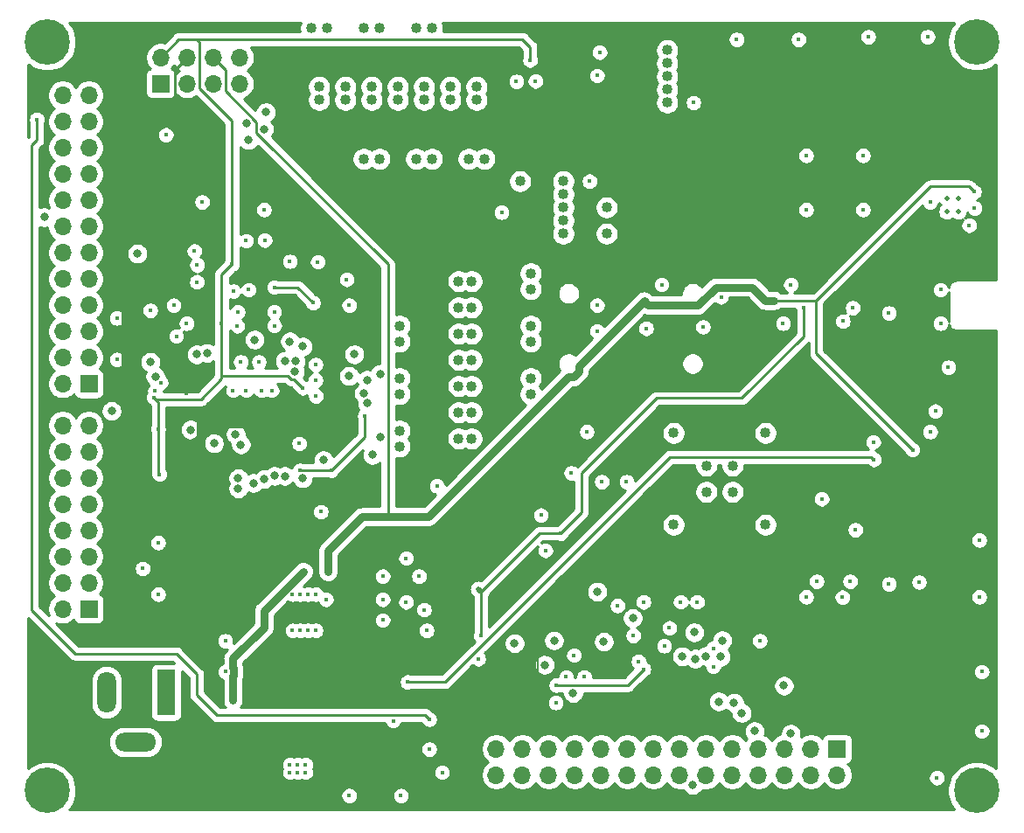
<source format=gbr>
%TF.GenerationSoftware,KiCad,Pcbnew,(5.1.6)-1*%
%TF.CreationDate,2021-04-01T20:33:04-06:00*%
%TF.ProjectId,radar_flight,72616461-725f-4666-9c69-6768742e6b69,rev?*%
%TF.SameCoordinates,Original*%
%TF.FileFunction,Copper,L3,Inr*%
%TF.FilePolarity,Positive*%
%FSLAX46Y46*%
G04 Gerber Fmt 4.6, Leading zero omitted, Abs format (unit mm)*
G04 Created by KiCad (PCBNEW (5.1.6)-1) date 2021-04-01 20:33:04*
%MOMM*%
%LPD*%
G01*
G04 APERTURE LIST*
%TA.AperFunction,ViaPad*%
%ADD10C,1.016000*%
%TD*%
%TA.AperFunction,ViaPad*%
%ADD11C,4.400000*%
%TD*%
%TA.AperFunction,ViaPad*%
%ADD12C,0.500000*%
%TD*%
%TA.AperFunction,ViaPad*%
%ADD13O,1.700000X1.700000*%
%TD*%
%TA.AperFunction,ViaPad*%
%ADD14R,1.700000X1.700000*%
%TD*%
%TA.AperFunction,ViaPad*%
%ADD15R,1.800000X4.400000*%
%TD*%
%TA.AperFunction,ViaPad*%
%ADD16O,1.800000X4.000000*%
%TD*%
%TA.AperFunction,ViaPad*%
%ADD17O,4.000000X1.800000*%
%TD*%
%TA.AperFunction,ViaPad*%
%ADD18C,0.400000*%
%TD*%
%TA.AperFunction,ViaPad*%
%ADD19C,0.800000*%
%TD*%
%TA.AperFunction,Conductor*%
%ADD20C,0.250000*%
%TD*%
%TA.AperFunction,Conductor*%
%ADD21C,0.500000*%
%TD*%
%TA.AperFunction,Conductor*%
%ADD22C,0.293370*%
%TD*%
%TA.AperFunction,Conductor*%
%ADD23C,0.127000*%
%TD*%
%TA.AperFunction,Conductor*%
%ADD24C,0.750000*%
%TD*%
%TA.AperFunction,Conductor*%
%ADD25C,0.254000*%
%TD*%
G04 APERTURE END LIST*
D10*
%TO.N,GND*%
%TO.C,U18*%
X98609100Y-138414000D03*
X97339100Y-138414000D03*
X97339100Y-135874000D03*
X98609100Y-135874000D03*
X98609100Y-133334000D03*
X97339100Y-133334000D03*
X98609100Y-123174000D03*
X97339100Y-123174000D03*
X97339100Y-125714000D03*
X98609100Y-125714000D03*
X98609100Y-128254000D03*
X97339100Y-128254000D03*
X97339100Y-130794000D03*
X98609100Y-130794000D03*
X104324100Y-132572000D03*
X104324100Y-134096000D03*
X91624100Y-139176000D03*
X91624100Y-137652000D03*
X91624100Y-134096000D03*
X91624100Y-132572000D03*
X91624100Y-127492000D03*
X91624100Y-129016000D03*
X104324100Y-129016000D03*
X104324100Y-127492000D03*
X104324100Y-122412000D03*
X104324100Y-123936000D03*
%TD*%
D11*
%TO.N,GND*%
%TO.C,H4*%
X147500000Y-100000000D03*
%TD*%
%TO.N,GND*%
%TO.C,H3*%
X57500000Y-100000000D03*
%TD*%
%TO.N,GND*%
%TO.C,H2*%
X147500000Y-172500000D03*
%TD*%
%TO.N,GND*%
%TO.C,H1*%
X57500000Y-172500000D03*
%TD*%
D12*
%TO.N,GND*%
%TO.C,U17*%
X144600000Y-115125000D03*
X145700000Y-115125000D03*
X144600000Y-116425000D03*
X145700000Y-116425000D03*
%TD*%
D10*
%TO.N,GND*%
%TO.C,U8*%
X117540000Y-105880000D03*
X117540000Y-104610000D03*
X117540000Y-103340000D03*
X117540000Y-102070000D03*
X117540000Y-100800000D03*
%TD*%
%TO.N,GND*%
%TO.C,U7*%
X103277000Y-113490000D03*
X111659000Y-116030000D03*
X111659000Y-118570000D03*
X107468000Y-113490000D03*
X107468000Y-114760000D03*
X107468000Y-116030000D03*
X107468000Y-117300000D03*
X107468000Y-118570000D03*
%TD*%
%TO.N,GND*%
%TO.C,U4*%
X118155000Y-146745000D03*
X127045000Y-146745000D03*
X127045000Y-137855000D03*
X118155000Y-137855000D03*
X121330000Y-141030000D03*
X123870000Y-141030000D03*
X123870000Y-143570000D03*
X121330000Y-143570000D03*
%TD*%
%TO.N,GND*%
%TO.C,U3*%
X83836000Y-105609100D03*
X83836000Y-104339100D03*
X86376000Y-104339100D03*
X86376000Y-105609100D03*
X88916000Y-105609100D03*
X88916000Y-104339100D03*
X99076000Y-105609100D03*
X99076000Y-104339100D03*
X96536000Y-104339100D03*
X96536000Y-105609100D03*
X93996000Y-105609100D03*
X93996000Y-104339100D03*
X91456000Y-104339100D03*
X91456000Y-105609100D03*
X89678000Y-111324100D03*
X88154000Y-111324100D03*
X83074000Y-98624100D03*
X84598000Y-98624100D03*
X88154000Y-98624100D03*
X89678000Y-98624100D03*
X94758000Y-98624100D03*
X93234000Y-98624100D03*
X93234000Y-111324100D03*
X94758000Y-111324100D03*
X99838000Y-111324100D03*
X98314000Y-111324100D03*
%TD*%
D13*
%TO.N,/D15*%
%TO.C,J10*%
X59000000Y-137140000D03*
%TO.N,/D7*%
X61540000Y-137140000D03*
%TO.N,/D14*%
X59000000Y-139680000D03*
%TO.N,/D6*%
X61540000Y-139680000D03*
%TO.N,/D13*%
X59000000Y-142220000D03*
%TO.N,/D5*%
X61540000Y-142220000D03*
%TO.N,/D12*%
X59000000Y-144760000D03*
%TO.N,/D4*%
X61540000Y-144760000D03*
%TO.N,/D11*%
X59000000Y-147300000D03*
%TO.N,/D3*%
X61540000Y-147300000D03*
%TO.N,/D10*%
X59000000Y-149840000D03*
%TO.N,/D2*%
X61540000Y-149840000D03*
%TO.N,/D9*%
X59000000Y-152380000D03*
%TO.N,/D1*%
X61540000Y-152380000D03*
%TO.N,/D8*%
X59000000Y-154920000D03*
D14*
%TO.N,/D0*%
X61540000Y-154920000D03*
%TD*%
D13*
%TO.N,/SYNC_CLK*%
%TO.C,J9*%
X59000000Y-105160000D03*
%TO.N,/DRHOLD*%
X61540000Y-105160000D03*
%TO.N,/PLLLOCK*%
X59000000Y-107700000D03*
%TO.N,/DRCTL*%
X61540000Y-107700000D03*
%TO.N,/PDCLK*%
X59000000Y-110240000D03*
%TO.N,/F1*%
X61540000Y-110240000D03*
%TO.N,/DROVER*%
X59000000Y-112780000D03*
%TO.N,/F0*%
X61540000Y-112780000D03*
%TO.N,/RSOVER*%
X59000000Y-115320000D03*
%TO.N,/TXE*%
X61540000Y-115320000D03*
%TO.N,/SYNC_ERR*%
X59000000Y-117860000D03*
%TO.N,/IO_UPDATE*%
X61540000Y-117860000D03*
%TO.N,GND*%
X59000000Y-120400000D03*
%TO.N,/OSK*%
X61540000Y-120400000D03*
%TO.N,/IO_RST*%
X59000000Y-122940000D03*
%TO.N,/PF2*%
X61540000Y-122940000D03*
%TO.N,/~CS*%
X59000000Y-125480000D03*
%TO.N,/PF1*%
X61540000Y-125480000D03*
%TO.N,/SDO*%
X59000000Y-128020000D03*
%TO.N,/PF0*%
X61540000Y-128020000D03*
%TO.N,/SDIO*%
X59000000Y-130560000D03*
%TO.N,/PWRDN*%
X61540000Y-130560000D03*
%TO.N,/SCLK*%
X59000000Y-133100000D03*
D14*
%TO.N,/RST*%
X61540000Y-133100000D03*
%TD*%
D13*
%TO.N,-5V*%
%TO.C,J8*%
X76120000Y-101500000D03*
%TO.N,GND*%
X76120000Y-104040000D03*
%TO.N,+5V*%
X73580000Y-101500000D03*
%TO.N,GND*%
X73580000Y-104040000D03*
%TO.N,+3V3*%
X71040000Y-101500000D03*
%TO.N,GND*%
X71040000Y-104040000D03*
%TO.N,+1V8*%
X68500000Y-101500000D03*
D14*
%TO.N,GND*%
X68500000Y-104040000D03*
%TD*%
D13*
%TO.N,/SW3b*%
%TO.C,J7*%
X100980000Y-171000000D03*
%TO.N,Net-(D5-Pad1)*%
X100980000Y-168460000D03*
%TO.N,/SW3a*%
X103520000Y-171000000D03*
%TO.N,Net-(D4-Pad1)*%
X103520000Y-168460000D03*
%TO.N,GND*%
X106060000Y-171000000D03*
%TO.N,/CLKEN*%
X106060000Y-168460000D03*
%TO.N,/ASW*%
X108600000Y-171000000D03*
%TO.N,/PDADC*%
X108600000Y-168460000D03*
%TO.N,/EF*%
X111140000Y-171000000D03*
%TO.N,/PD*%
X111140000Y-168460000D03*
%TO.N,/FF*%
X113680000Y-171000000D03*
%TO.N,/REN*%
X113680000Y-168460000D03*
%TO.N,/ADC_D7*%
X116220000Y-171000000D03*
%TO.N,/WEN*%
X116220000Y-168460000D03*
%TO.N,/ADC_D6*%
X118760000Y-171000000D03*
%TO.N,/RCLK*%
X118760000Y-168460000D03*
%TO.N,/ADC_D5*%
X121300000Y-171000000D03*
%TO.N,/RESET*%
X121300000Y-168460000D03*
%TO.N,/ADC_D4*%
X123840000Y-171000000D03*
%TO.N,/DRDY*%
X123840000Y-168460000D03*
%TO.N,/ADC_D3*%
X126380000Y-171000000D03*
%TO.N,/WENSYNC*%
X126380000Y-168460000D03*
%TO.N,/ADC_D2*%
X128920000Y-171000000D03*
%TO.N,/OEDGE*%
X128920000Y-168460000D03*
%TO.N,/ADC_D1*%
X131460000Y-171000000D03*
%TO.N,/OE*%
X131460000Y-168460000D03*
%TO.N,/ADC_D0*%
X134000000Y-171000000D03*
D14*
%TO.N,GND*%
X134000000Y-168460000D03*
%TD*%
D15*
%TO.N,Net-(FB3-Pad2)*%
%TO.C,J2*%
X69050000Y-163000000D03*
D16*
%TO.N,GND*%
X63250000Y-163000000D03*
D17*
X66050000Y-167800000D03*
%TD*%
D18*
%TO.N,GND*%
X83500000Y-157000000D03*
X81250000Y-157000000D03*
X82000000Y-157000000D03*
X83500000Y-153500000D03*
X81250000Y-153500000D03*
X82000000Y-153500000D03*
X137000000Y-99500000D03*
X142750000Y-99500000D03*
X137500000Y-138750000D03*
X143000000Y-137750000D03*
X143500000Y-135750000D03*
X144750000Y-131500000D03*
X144000000Y-124000000D03*
X144000000Y-127250000D03*
X128750000Y-127250000D03*
X129500000Y-123500000D03*
X115500000Y-127750000D03*
X81000000Y-170750000D03*
X81750000Y-170750000D03*
X82500000Y-170750000D03*
X82500000Y-170000000D03*
X81750000Y-170000000D03*
X81000000Y-170000000D03*
X86750000Y-173000000D03*
X91750000Y-173000000D03*
X91000000Y-165750000D03*
X95750000Y-170750000D03*
X94500000Y-168500000D03*
X74750000Y-158000000D03*
X74750000Y-161000000D03*
X84000000Y-145500000D03*
X82750000Y-157000000D03*
X84500000Y-154000000D03*
X82750000Y-153500000D03*
X92250000Y-150000000D03*
X93500000Y-151750000D03*
X92250000Y-154250000D03*
X94000000Y-155000000D03*
X94250000Y-157000000D03*
X90000000Y-156000000D03*
X90000000Y-154000000D03*
X90000000Y-151750000D03*
X147750000Y-148250000D03*
X147750000Y-153750000D03*
X148000000Y-161000000D03*
X148000000Y-166750000D03*
X132500000Y-144250000D03*
X135750000Y-147250000D03*
X132000000Y-152250000D03*
X139000000Y-152500000D03*
X78000000Y-131000000D03*
X76250000Y-131000000D03*
X75500000Y-133750000D03*
X79250000Y-133750000D03*
X78250000Y-133750000D03*
X76750000Y-133750000D03*
X86500000Y-123000000D03*
X72000000Y-123250000D03*
X72500000Y-115500000D03*
X76750000Y-119250000D03*
X81000000Y-121250000D03*
X78500000Y-116250000D03*
X143000000Y-115500000D03*
X131000000Y-111000000D03*
X136500000Y-111000000D03*
X136500000Y-116250000D03*
X131000000Y-116250000D03*
X130250000Y-99750000D03*
X124250000Y-99750000D03*
D19*
X73659998Y-138873140D03*
D18*
X71750000Y-120250000D03*
X75900000Y-127500000D03*
X79500000Y-127475000D03*
X70000000Y-128500000D03*
X67500000Y-126000000D03*
X83500000Y-131250000D03*
X86750000Y-125500000D03*
X126500000Y-158000000D03*
X122000000Y-160500000D03*
X122000000Y-158750000D03*
X120425000Y-154250000D03*
X118825000Y-154250000D03*
X109500000Y-161500000D03*
X108500000Y-159399998D03*
X106750000Y-164000000D03*
X141925000Y-152325000D03*
X135250000Y-152250000D03*
X81900000Y-138900000D03*
X83521502Y-134303498D03*
X72012500Y-121600000D03*
X104781250Y-103781250D03*
X117000000Y-123500000D03*
X139000000Y-126250000D03*
X107750000Y-161500000D03*
X112725000Y-154600000D03*
D19*
X71399990Y-137557963D03*
D18*
X67955031Y-133796434D03*
X68500000Y-133000000D03*
X114750000Y-160000000D03*
X114250000Y-157500000D03*
X105750000Y-149250000D03*
X105312500Y-145825000D03*
X68250000Y-148500000D03*
X68250000Y-153500000D03*
X64250000Y-126750000D03*
X66750000Y-151000000D03*
X64250000Y-130750000D03*
X69000000Y-109000000D03*
D19*
%TO.N,+3V3*%
X71747736Y-138756561D03*
X71500000Y-136000000D03*
D18*
X71000000Y-134000000D03*
X122000000Y-154250000D03*
X80325000Y-138900000D03*
X86250000Y-131250000D03*
X126500000Y-156425000D03*
X131930000Y-164650000D03*
X143900000Y-146300000D03*
X72600000Y-155100000D03*
X74187500Y-115400000D03*
X86900000Y-136500000D03*
X87200000Y-129000000D03*
X83500000Y-129675000D03*
X68602201Y-131384583D03*
X105750000Y-150750000D03*
X101100000Y-144200000D03*
X111950000Y-150875000D03*
X117271681Y-154217613D03*
X105000000Y-163750000D03*
%TO.N,+1V8*%
X74400000Y-127300000D03*
X83500000Y-132750000D03*
X82250000Y-133500000D03*
X130750000Y-125750000D03*
X107200000Y-147600000D03*
X68250000Y-137500000D03*
X75400000Y-121500000D03*
X68376294Y-141873706D03*
X104250000Y-101750000D03*
X67803159Y-134417707D03*
X88250000Y-136250000D03*
X82000000Y-141500000D03*
X99500000Y-157500000D03*
X99250000Y-153000000D03*
X85000000Y-141500000D03*
%TO.N,Net-(C4-Pad1)*%
X71000000Y-127250000D03*
%TO.N,Net-(C5-Pad1)*%
X75953611Y-126149882D03*
%TO.N,/AV18*%
X77000000Y-124000000D03*
X75517121Y-124135125D03*
X69750000Y-125500000D03*
%TO.N,Net-(C7-Pad2)*%
X79500000Y-123750000D03*
X83250000Y-125250000D03*
%TO.N,VA*%
X115250000Y-160750000D03*
X106800000Y-162300000D03*
X115250000Y-154250000D03*
%TO.N,+5V*%
X82300000Y-151300000D03*
X84700000Y-151300000D03*
X75500000Y-163750000D03*
X115300000Y-125100000D03*
X127900000Y-125025000D03*
X147250000Y-114500000D03*
X141300000Y-139500000D03*
%TO.N,-5V*%
X137550000Y-140450000D03*
X92400000Y-162000000D03*
X56500000Y-107500000D03*
X94500000Y-165600000D03*
%TO.N,Net-(C30-Pad1)*%
X110750000Y-125500000D03*
%TO.N,Net-(C34-Pad2)*%
X121000000Y-127600000D03*
%TO.N,Net-(C35-Pad1)*%
X117250000Y-158500000D03*
%TO.N,Net-(C37-Pad1)*%
X122750000Y-124700000D03*
%TO.N,Net-(C39-Pad2)*%
X134550000Y-127050000D03*
D19*
%TO.N,/VRT*%
X108425000Y-163075000D03*
X114200000Y-155800000D03*
%TO.N,/VRB*%
X105668392Y-160331042D03*
X111400000Y-158100000D03*
%TO.N,Net-(C47-Pad2)*%
X102750000Y-158250000D03*
X106587077Y-157974577D03*
D18*
%TO.N,/SW2*%
X135500000Y-125750000D03*
X109750000Y-137750000D03*
X108250000Y-141750000D03*
%TO.N,/SW1*%
X99250000Y-159750000D03*
X95250000Y-143000000D03*
X102931722Y-103817662D03*
%TO.N,/SW3b*%
X147300014Y-116100000D03*
%TO.N,/SW3a*%
X143638403Y-171271038D03*
X146774978Y-117753761D03*
D19*
%TO.N,/CLKEN*%
X110750000Y-153250000D03*
%TO.N,/ASW*%
X126000000Y-166750000D03*
%TO.N,/PDADC*%
X120151413Y-157176732D03*
%TO.N,/REN*%
X120000000Y-171947978D03*
%TO.N,/ADC_D7*%
X119000000Y-159500000D03*
%TO.N,/ADC_D6*%
X120250000Y-159750000D03*
%TO.N,/ADC_D5*%
X121274990Y-159492560D03*
%TO.N,/ADC_D4*%
X122860932Y-157969451D03*
%TO.N,/DRDY*%
X122725010Y-159559916D03*
%TO.N,/OEDGE*%
X124750009Y-165000009D03*
%TO.N,/ADC_D1*%
X128836126Y-162352219D03*
%TO.N,/ADC_D0*%
X129500000Y-167000000D03*
%TO.N,/SYNC_CLK*%
X89750000Y-138250000D03*
X78497823Y-108436168D03*
%TO.N,/DRHOLD*%
X78683769Y-106801305D03*
X89732981Y-132155335D03*
%TO.N,/PLLLOCK*%
X57222989Y-116972769D03*
%TO.N,/DRCTL*%
X88472482Y-132725937D03*
X76805040Y-107861027D03*
%TO.N,/F1*%
X77000000Y-109500000D03*
X89000000Y-140000000D03*
%TO.N,/DROVER*%
X88178884Y-134052948D03*
%TO.N,/F0*%
X84250000Y-140500000D03*
X75744495Y-137996695D03*
%TO.N,/TXE*%
X71988668Y-130255068D03*
%TO.N,/SYNC_ERR*%
X67976438Y-132395102D03*
%TO.N,/IO_UPDATE*%
X63750000Y-135750000D03*
X88500000Y-135000000D03*
%TO.N,/OSK*%
X72980148Y-130124715D03*
%TO.N,/IO_RST*%
X77594173Y-128844173D03*
%TO.N,/PF2*%
X80537512Y-130889304D03*
%TO.N,/~CS*%
X87250000Y-130250000D03*
X66250000Y-120500000D03*
%TO.N,/PF1*%
X81537380Y-130918847D03*
%TO.N,/SDO*%
X67500000Y-131000000D03*
X81000000Y-129000000D03*
%TO.N,/PF0*%
X81472756Y-131916768D03*
%TO.N,/SDIO*%
X82250000Y-129500000D03*
%TO.N,/SCLK*%
X86733053Y-132355457D03*
%TO.N,/D7*%
X76250000Y-139000000D03*
%TO.N,/D6*%
X76000000Y-142250000D03*
%TO.N,/D5*%
X76000000Y-143250013D03*
%TO.N,/D4*%
X77469179Y-142719180D03*
%TO.N,/D3*%
X78543731Y-142330126D03*
%TO.N,/D2*%
X79500391Y-142028638D03*
%TO.N,/D1*%
X80500355Y-142038400D03*
%TO.N,/D0*%
X82252986Y-142258958D03*
D18*
%TO.N,Net-(R2-Pad2)*%
X79484751Y-126132617D03*
%TO.N,Net-(R3-Pad1)*%
X83700000Y-121300000D03*
%TO.N,Net-(R4-Pad1)*%
X78575000Y-119200000D03*
%TO.N,/MT[1]*%
X134500000Y-153787500D03*
%TO.N,/MT[0]*%
X131000000Y-153750000D03*
D19*
%TO.N,/BS[1]*%
X124000000Y-164000000D03*
%TO.N,/BS[0]*%
X122528601Y-163882615D03*
D18*
%TO.N,Net-(SW1-Pad2)*%
X117750000Y-156750000D03*
X111200000Y-142600000D03*
%TO.N,Net-(SW1-Pad5)*%
X101500000Y-116500000D03*
X113600000Y-142600000D03*
%TO.N,Net-(SW2-Pad6)*%
X111000000Y-101000000D03*
X120080000Y-105880000D03*
%TO.N,Net-(SW2-Pad5)*%
X110750000Y-103250000D03*
X110008000Y-113490000D03*
%TO.N,Net-(SW6-Pad2)*%
X110750000Y-128000000D03*
%TD*%
D20*
%TO.N,+3V3*%
X122000000Y-154250000D02*
X124325000Y-154250000D01*
X124325000Y-154250000D02*
X126500000Y-156425000D01*
X126500000Y-156425000D02*
X126500000Y-156500000D01*
X126500000Y-156500000D02*
X131930000Y-161930000D01*
X131930000Y-161930000D02*
X131930000Y-164650000D01*
X133775000Y-156425000D02*
X143900000Y-146300000D01*
X126500000Y-156425000D02*
X133775000Y-156425000D01*
D21*
X72600000Y-139608825D02*
X71747736Y-138756561D01*
X72600000Y-155100000D02*
X72600000Y-139608825D01*
X72250000Y-138254297D02*
X71747736Y-138756561D01*
X71500000Y-136000000D02*
X72250000Y-136750000D01*
D22*
X69843314Y-102696686D02*
X69843314Y-111055814D01*
X71040000Y-101500000D02*
X69843314Y-102696686D01*
D21*
X69843314Y-111055814D02*
X69843314Y-120156686D01*
X69843314Y-120156686D02*
X65000000Y-125000000D01*
X65000000Y-147500000D02*
X68250000Y-150750000D01*
X65000000Y-125000000D02*
X65000000Y-147500000D01*
D22*
X78675000Y-137250000D02*
X80325000Y-138900000D01*
X72250000Y-137250000D02*
X78675000Y-137250000D01*
D21*
X72250000Y-136750000D02*
X72250000Y-137250000D01*
X72250000Y-137250000D02*
X72250000Y-138254297D01*
D22*
X86150000Y-137250000D02*
X86900000Y-136500000D01*
X78675000Y-137250000D02*
X84750000Y-137250000D01*
X84750000Y-132750000D02*
X86250000Y-131250000D01*
X84750000Y-137250000D02*
X84750000Y-132750000D01*
X84750000Y-137250000D02*
X86150000Y-137250000D01*
X84750000Y-130750000D02*
X86500000Y-129000000D01*
X86500000Y-129000000D02*
X87200000Y-129000000D01*
X84750000Y-130925000D02*
X83500000Y-129675000D01*
X84750000Y-131000000D02*
X84750000Y-130750000D01*
X84750000Y-131000000D02*
X84750000Y-130925000D01*
X84750000Y-132750000D02*
X84750000Y-131000000D01*
X68602201Y-131602201D02*
X68602201Y-131384583D01*
X71000000Y-134000000D02*
X68602201Y-131602201D01*
X74187500Y-113437500D02*
X74187500Y-115400000D01*
X69843314Y-111055814D02*
X71805814Y-111055814D01*
X71805814Y-111055814D02*
X74187500Y-113437500D01*
D20*
X118054068Y-155000000D02*
X117271681Y-154217613D01*
D22*
X111950000Y-150875000D02*
X113929068Y-150875000D01*
X113929068Y-150875000D02*
X117271681Y-154217613D01*
D20*
X121250000Y-155000000D02*
X118054068Y-155000000D01*
X122000000Y-154250000D02*
X121250000Y-155000000D01*
D23*
X105000000Y-163750000D02*
X105000000Y-155000000D01*
X109125000Y-150875000D02*
X111950000Y-150875000D01*
X105000000Y-155000000D02*
X109125000Y-150875000D01*
D21*
X68250000Y-150750000D02*
X72600000Y-155100000D01*
D20*
%TO.N,+1V8*%
X130750000Y-125750000D02*
X130750000Y-128500000D01*
X130750000Y-128500000D02*
X124750000Y-134500000D01*
X124750000Y-134500000D02*
X116500000Y-134500000D01*
X116500000Y-134500000D02*
X109250000Y-141750000D01*
X109250000Y-141750000D02*
X109250000Y-145550000D01*
X109250000Y-145550000D02*
X107200000Y-147600000D01*
D22*
X74400000Y-127300000D02*
X74400000Y-122500000D01*
X74400000Y-122500000D02*
X75400000Y-121500000D01*
X68250000Y-141747412D02*
X68376294Y-141873706D01*
X68250000Y-137500000D02*
X68250000Y-141747412D01*
X68003158Y-134617706D02*
X67803159Y-134417707D01*
X72382294Y-134617706D02*
X68003158Y-134617706D01*
X74400000Y-132600000D02*
X72382294Y-134617706D01*
X68250000Y-134864548D02*
X67803159Y-134417707D01*
X68250000Y-137500000D02*
X68250000Y-134864548D01*
X88250000Y-136250000D02*
X88250000Y-138250000D01*
X88250000Y-138250000D02*
X85000000Y-141500000D01*
X85000000Y-141500000D02*
X82000000Y-141500000D01*
X81413454Y-132663454D02*
X82250000Y-133500000D01*
X74400000Y-132350000D02*
X80800892Y-132350000D01*
X80800892Y-132350000D02*
X81114346Y-132663454D01*
X81114346Y-132663454D02*
X81413454Y-132663454D01*
X74400000Y-132350000D02*
X74400000Y-132600000D01*
X74400000Y-127300000D02*
X74400000Y-132350000D01*
X99500000Y-157500000D02*
X99500000Y-153250000D01*
X105150000Y-147600000D02*
X107200000Y-147600000D01*
X99500000Y-153250000D02*
X105150000Y-147600000D01*
X104250000Y-100500000D02*
X104250000Y-101750000D01*
X70250000Y-99750000D02*
X72000000Y-99750000D01*
X72030548Y-99780548D02*
X72030548Y-99750000D01*
X72030548Y-99750000D02*
X103500000Y-99750000D01*
X68500000Y-101500000D02*
X70250000Y-99750000D01*
X103500000Y-99750000D02*
X104250000Y-100500000D01*
X72000000Y-99750000D02*
X72030548Y-99780548D01*
X72250000Y-104481096D02*
X72250000Y-99969452D01*
X75400000Y-121500000D02*
X75400000Y-107631096D01*
X72250000Y-99969452D02*
X72030548Y-99750000D01*
X75400000Y-107631096D02*
X72250000Y-104481096D01*
D21*
X99500000Y-153250000D02*
X99250000Y-153000000D01*
D20*
%TO.N,Net-(C7-Pad2)*%
X79500000Y-123750000D02*
X81750000Y-123750000D01*
X81750000Y-123750000D02*
X83250000Y-125250000D01*
D22*
%TO.N,VA*%
X113700000Y-162300000D02*
X115250000Y-160750000D01*
X106800000Y-162300000D02*
X113700000Y-162300000D01*
D24*
%TO.N,+5V*%
X84700000Y-151300000D02*
X84700000Y-149300000D01*
X84700000Y-149300000D02*
X88000000Y-146000000D01*
D20*
X127900000Y-125025000D02*
X131975000Y-125025000D01*
X131975000Y-125025000D02*
X143000000Y-114000000D01*
X143000000Y-114000000D02*
X146750000Y-114000000D01*
X146750000Y-114000000D02*
X147250000Y-114500000D01*
X131975000Y-125025000D02*
X131975000Y-130175000D01*
X131975000Y-130175000D02*
X141300000Y-139500000D01*
D24*
X88000000Y-146000000D02*
X90500000Y-146000000D01*
D22*
X77751137Y-108794578D02*
X77751137Y-107751137D01*
X90500000Y-121543441D02*
X77751137Y-108794578D01*
X77751137Y-107751137D02*
X74776686Y-104776686D01*
X90500000Y-146000000D02*
X90500000Y-121543441D01*
X74776686Y-104776686D02*
X74776686Y-102696686D01*
X74776686Y-102696686D02*
X73580000Y-101500000D01*
D24*
X75525001Y-161372001D02*
X75500000Y-161397002D01*
X75500000Y-161397002D02*
X75500000Y-163750000D01*
X82300000Y-151300000D02*
X78500000Y-155100000D01*
X75500000Y-160602998D02*
X75525001Y-160627999D01*
X78500000Y-155100000D02*
X78500000Y-156722998D01*
X78500000Y-156722998D02*
X75500000Y-159722998D01*
X75525001Y-160627999D02*
X75525001Y-161372001D01*
X75500000Y-159722998D02*
X75500000Y-160602998D01*
X109025001Y-131374999D02*
X115300000Y-125100000D01*
X94400000Y-146000000D02*
X107974999Y-132425001D01*
X90500000Y-146000000D02*
X94400000Y-146000000D01*
X109025001Y-131892001D02*
X109025001Y-131374999D01*
X107974999Y-132425001D02*
X108492001Y-132425001D01*
X108492001Y-132425001D02*
X109025001Y-131892001D01*
X127025000Y-125025000D02*
X125750000Y-123750000D01*
X115700000Y-125500000D02*
X115300000Y-125100000D01*
X127900000Y-125025000D02*
X127025000Y-125025000D01*
X122250000Y-123750000D02*
X120500000Y-125500000D01*
X125750000Y-123750000D02*
X122250000Y-123750000D01*
X120500000Y-125500000D02*
X115700000Y-125500000D01*
D20*
%TO.N,-5V*%
X137296999Y-140196999D02*
X117803001Y-140196999D01*
X137550000Y-140450000D02*
X137296999Y-140196999D01*
X117803001Y-140196999D02*
X96000000Y-162000000D01*
X96000000Y-162000000D02*
X92400000Y-162000000D01*
D22*
X73953314Y-165203314D02*
X94103314Y-165203314D01*
X60250000Y-159250000D02*
X70000000Y-159250000D01*
X94103314Y-165203314D02*
X94500000Y-165600000D01*
X72000000Y-163250000D02*
X73953314Y-165203314D01*
X56500000Y-107500000D02*
X56500000Y-109511096D01*
X56500000Y-109511096D02*
X56000000Y-110011096D01*
X56000000Y-110011096D02*
X56000000Y-155000000D01*
X72000000Y-161250000D02*
X72000000Y-163250000D01*
X70000000Y-159250000D02*
X72000000Y-161250000D01*
X56000000Y-155000000D02*
X60250000Y-159250000D01*
%TD*%
D25*
%TO.N,+3V3*%
G36*
X81974925Y-98290699D02*
G01*
X81931000Y-98511524D01*
X81931000Y-98736676D01*
X81974925Y-98957501D01*
X81979404Y-98968315D01*
X72068946Y-98968315D01*
X72030548Y-98964533D01*
X72015269Y-98966038D01*
X72000000Y-98964534D01*
X71961610Y-98968315D01*
X70288398Y-98968315D01*
X70250000Y-98964533D01*
X70096763Y-98979626D01*
X69949414Y-99024323D01*
X69902113Y-99049607D01*
X69813618Y-99096908D01*
X69741602Y-99156010D01*
X69730023Y-99165513D01*
X69694591Y-99194591D01*
X69670115Y-99224415D01*
X68840828Y-100053702D01*
X68646260Y-100015000D01*
X68353740Y-100015000D01*
X68066842Y-100072068D01*
X67796589Y-100184010D01*
X67553368Y-100346525D01*
X67346525Y-100553368D01*
X67184010Y-100796589D01*
X67072068Y-101066842D01*
X67015000Y-101353740D01*
X67015000Y-101646260D01*
X67072068Y-101933158D01*
X67184010Y-102203411D01*
X67346525Y-102446632D01*
X67478380Y-102578487D01*
X67405820Y-102600498D01*
X67295506Y-102659463D01*
X67198815Y-102738815D01*
X67119463Y-102835506D01*
X67060498Y-102945820D01*
X67024188Y-103065518D01*
X67011928Y-103190000D01*
X67011928Y-104890000D01*
X67024188Y-105014482D01*
X67060498Y-105134180D01*
X67119463Y-105244494D01*
X67198815Y-105341185D01*
X67295506Y-105420537D01*
X67405820Y-105479502D01*
X67525518Y-105515812D01*
X67650000Y-105528072D01*
X69350000Y-105528072D01*
X69474482Y-105515812D01*
X69594180Y-105479502D01*
X69704494Y-105420537D01*
X69801185Y-105341185D01*
X69880537Y-105244494D01*
X69939502Y-105134180D01*
X69961513Y-105061620D01*
X70093368Y-105193475D01*
X70336589Y-105355990D01*
X70606842Y-105467932D01*
X70893740Y-105525000D01*
X71186260Y-105525000D01*
X71473158Y-105467932D01*
X71743411Y-105355990D01*
X71908869Y-105245434D01*
X74618316Y-107954882D01*
X74618315Y-121176216D01*
X73874416Y-121920115D01*
X73844592Y-121944591D01*
X73820116Y-121974415D01*
X73820114Y-121974417D01*
X73807353Y-121989967D01*
X73746909Y-122063618D01*
X73714994Y-122123327D01*
X73674324Y-122199415D01*
X73629626Y-122346763D01*
X73614534Y-122500000D01*
X73618316Y-122538400D01*
X73618315Y-127005195D01*
X73597089Y-127056440D01*
X73565000Y-127217760D01*
X73565000Y-127382240D01*
X73597089Y-127543560D01*
X73618315Y-127594805D01*
X73618315Y-129306341D01*
X73470404Y-129207510D01*
X73282046Y-129129489D01*
X73082087Y-129089715D01*
X72878209Y-129089715D01*
X72678250Y-129129489D01*
X72489892Y-129207510D01*
X72365264Y-129290783D01*
X72290566Y-129259842D01*
X72090607Y-129220068D01*
X71886729Y-129220068D01*
X71686770Y-129259842D01*
X71498412Y-129337863D01*
X71328894Y-129451131D01*
X71184731Y-129595294D01*
X71071463Y-129764812D01*
X70993442Y-129953170D01*
X70953668Y-130153129D01*
X70953668Y-130357007D01*
X70993442Y-130556966D01*
X71071463Y-130745324D01*
X71184731Y-130914842D01*
X71328894Y-131059005D01*
X71498412Y-131172273D01*
X71686770Y-131250294D01*
X71886729Y-131290068D01*
X72090607Y-131290068D01*
X72290566Y-131250294D01*
X72478924Y-131172273D01*
X72603552Y-131089000D01*
X72678250Y-131119941D01*
X72878209Y-131159715D01*
X73082087Y-131159715D01*
X73282046Y-131119941D01*
X73470404Y-131041920D01*
X73618316Y-130943089D01*
X73618316Y-132276214D01*
X72058510Y-133836021D01*
X68790031Y-133836021D01*
X68790031Y-133783662D01*
X68895521Y-133739967D01*
X69032281Y-133648587D01*
X69148587Y-133532281D01*
X69239967Y-133395521D01*
X69302911Y-133243560D01*
X69335000Y-133082240D01*
X69335000Y-132917760D01*
X69302911Y-132756440D01*
X69239967Y-132604479D01*
X69148587Y-132467719D01*
X69032281Y-132351413D01*
X69011438Y-132337486D01*
X69011438Y-132293163D01*
X68971664Y-132093204D01*
X68893643Y-131904846D01*
X68780375Y-131735328D01*
X68636212Y-131591165D01*
X68466694Y-131477897D01*
X68428822Y-131462210D01*
X68495226Y-131301898D01*
X68535000Y-131101939D01*
X68535000Y-130898061D01*
X68495226Y-130698102D01*
X68417205Y-130509744D01*
X68303937Y-130340226D01*
X68159774Y-130196063D01*
X67990256Y-130082795D01*
X67801898Y-130004774D01*
X67601939Y-129965000D01*
X67398061Y-129965000D01*
X67198102Y-130004774D01*
X67009744Y-130082795D01*
X66840226Y-130196063D01*
X66696063Y-130340226D01*
X66582795Y-130509744D01*
X66504774Y-130698102D01*
X66465000Y-130898061D01*
X66465000Y-131101939D01*
X66504774Y-131301898D01*
X66582795Y-131490256D01*
X66696063Y-131659774D01*
X66840226Y-131803937D01*
X67009744Y-131917205D01*
X67047616Y-131932892D01*
X66981212Y-132093204D01*
X66941438Y-132293163D01*
X66941438Y-132497041D01*
X66981212Y-132697000D01*
X67059233Y-132885358D01*
X67172501Y-133054876D01*
X67316664Y-133199039D01*
X67349571Y-133221026D01*
X67306444Y-133264153D01*
X67215064Y-133400913D01*
X67152120Y-133552874D01*
X67120031Y-133714194D01*
X67120031Y-133878674D01*
X67128990Y-133923712D01*
X67063192Y-134022186D01*
X67000248Y-134174147D01*
X66968159Y-134335467D01*
X66968159Y-134499947D01*
X67000248Y-134661267D01*
X67063192Y-134813228D01*
X67154572Y-134949988D01*
X67270878Y-135066294D01*
X67407638Y-135157674D01*
X67450636Y-135175484D01*
X67468316Y-135189994D01*
X67468315Y-137205195D01*
X67447089Y-137256440D01*
X67415000Y-137417760D01*
X67415000Y-137582240D01*
X67447089Y-137743560D01*
X67468315Y-137794805D01*
X67468316Y-141709012D01*
X67464534Y-141747412D01*
X67479626Y-141900649D01*
X67507811Y-141993560D01*
X67524324Y-142047997D01*
X67596909Y-142183794D01*
X67605047Y-142193710D01*
X67636327Y-142269227D01*
X67727707Y-142405987D01*
X67844013Y-142522293D01*
X67980773Y-142613673D01*
X68132734Y-142676617D01*
X68294054Y-142708706D01*
X68458534Y-142708706D01*
X68619854Y-142676617D01*
X68771815Y-142613673D01*
X68908575Y-142522293D01*
X69024881Y-142405987D01*
X69116261Y-142269227D01*
X69179205Y-142117266D01*
X69211294Y-141955946D01*
X69211294Y-141791466D01*
X69179205Y-141630146D01*
X69116261Y-141478185D01*
X69031685Y-141351608D01*
X69031685Y-138771201D01*
X72624998Y-138771201D01*
X72624998Y-138975079D01*
X72664772Y-139175038D01*
X72742793Y-139363396D01*
X72856061Y-139532914D01*
X73000224Y-139677077D01*
X73169742Y-139790345D01*
X73358100Y-139868366D01*
X73558059Y-139908140D01*
X73761937Y-139908140D01*
X73961896Y-139868366D01*
X74150254Y-139790345D01*
X74319772Y-139677077D01*
X74463935Y-139532914D01*
X74577203Y-139363396D01*
X74655224Y-139175038D01*
X74694998Y-138975079D01*
X74694998Y-138771201D01*
X74655224Y-138571242D01*
X74577203Y-138382884D01*
X74463935Y-138213366D01*
X74319772Y-138069203D01*
X74150254Y-137955935D01*
X74002556Y-137894756D01*
X74709495Y-137894756D01*
X74709495Y-138098634D01*
X74749269Y-138298593D01*
X74827290Y-138486951D01*
X74940558Y-138656469D01*
X75084721Y-138800632D01*
X75216822Y-138888899D01*
X75215000Y-138898061D01*
X75215000Y-139101939D01*
X75254774Y-139301898D01*
X75332795Y-139490256D01*
X75446063Y-139659774D01*
X75590226Y-139803937D01*
X75759744Y-139917205D01*
X75948102Y-139995226D01*
X76148061Y-140035000D01*
X76351939Y-140035000D01*
X76551898Y-139995226D01*
X76740256Y-139917205D01*
X76909774Y-139803937D01*
X77053937Y-139659774D01*
X77167205Y-139490256D01*
X77245226Y-139301898D01*
X77285000Y-139101939D01*
X77285000Y-138898061D01*
X77269028Y-138817760D01*
X81065000Y-138817760D01*
X81065000Y-138982240D01*
X81097089Y-139143560D01*
X81160033Y-139295521D01*
X81251413Y-139432281D01*
X81367719Y-139548587D01*
X81504479Y-139639967D01*
X81656440Y-139702911D01*
X81817760Y-139735000D01*
X81982240Y-139735000D01*
X82143560Y-139702911D01*
X82295521Y-139639967D01*
X82432281Y-139548587D01*
X82548587Y-139432281D01*
X82639967Y-139295521D01*
X82702911Y-139143560D01*
X82735000Y-138982240D01*
X82735000Y-138817760D01*
X82702911Y-138656440D01*
X82639967Y-138504479D01*
X82548587Y-138367719D01*
X82432281Y-138251413D01*
X82295521Y-138160033D01*
X82143560Y-138097089D01*
X81982240Y-138065000D01*
X81817760Y-138065000D01*
X81656440Y-138097089D01*
X81504479Y-138160033D01*
X81367719Y-138251413D01*
X81251413Y-138367719D01*
X81160033Y-138504479D01*
X81097089Y-138656440D01*
X81065000Y-138817760D01*
X77269028Y-138817760D01*
X77245226Y-138698102D01*
X77167205Y-138509744D01*
X77053937Y-138340226D01*
X76909774Y-138196063D01*
X76777673Y-138107796D01*
X76779495Y-138098634D01*
X76779495Y-137894756D01*
X76739721Y-137694797D01*
X76661700Y-137506439D01*
X76548432Y-137336921D01*
X76404269Y-137192758D01*
X76234751Y-137079490D01*
X76046393Y-137001469D01*
X75846434Y-136961695D01*
X75642556Y-136961695D01*
X75442597Y-137001469D01*
X75254239Y-137079490D01*
X75084721Y-137192758D01*
X74940558Y-137336921D01*
X74827290Y-137506439D01*
X74749269Y-137694797D01*
X74709495Y-137894756D01*
X74002556Y-137894756D01*
X73961896Y-137877914D01*
X73761937Y-137838140D01*
X73558059Y-137838140D01*
X73358100Y-137877914D01*
X73169742Y-137955935D01*
X73000224Y-138069203D01*
X72856061Y-138213366D01*
X72742793Y-138382884D01*
X72664772Y-138571242D01*
X72624998Y-138771201D01*
X69031685Y-138771201D01*
X69031685Y-137794804D01*
X69052911Y-137743560D01*
X69085000Y-137582240D01*
X69085000Y-137456024D01*
X70364990Y-137456024D01*
X70364990Y-137659902D01*
X70404764Y-137859861D01*
X70482785Y-138048219D01*
X70596053Y-138217737D01*
X70740216Y-138361900D01*
X70909734Y-138475168D01*
X71098092Y-138553189D01*
X71298051Y-138592963D01*
X71501929Y-138592963D01*
X71701888Y-138553189D01*
X71890246Y-138475168D01*
X72059764Y-138361900D01*
X72203927Y-138217737D01*
X72317195Y-138048219D01*
X72395216Y-137859861D01*
X72434990Y-137659902D01*
X72434990Y-137456024D01*
X72395216Y-137256065D01*
X72317195Y-137067707D01*
X72203927Y-136898189D01*
X72059764Y-136754026D01*
X71890246Y-136640758D01*
X71701888Y-136562737D01*
X71501929Y-136522963D01*
X71298051Y-136522963D01*
X71098092Y-136562737D01*
X70909734Y-136640758D01*
X70740216Y-136754026D01*
X70596053Y-136898189D01*
X70482785Y-137067707D01*
X70404764Y-137256065D01*
X70364990Y-137456024D01*
X69085000Y-137456024D01*
X69085000Y-137417760D01*
X69052911Y-137256440D01*
X69031685Y-137205196D01*
X69031685Y-135399391D01*
X72343904Y-135399391D01*
X72382294Y-135403172D01*
X72420684Y-135399391D01*
X72420692Y-135399391D01*
X72535531Y-135388080D01*
X72682879Y-135343383D01*
X72818676Y-135270798D01*
X72937703Y-135173115D01*
X72962183Y-135143286D01*
X74778241Y-133327229D01*
X74760033Y-133354479D01*
X74697089Y-133506440D01*
X74665000Y-133667760D01*
X74665000Y-133832240D01*
X74697089Y-133993560D01*
X74760033Y-134145521D01*
X74851413Y-134282281D01*
X74967719Y-134398587D01*
X75104479Y-134489967D01*
X75256440Y-134552911D01*
X75417760Y-134585000D01*
X75582240Y-134585000D01*
X75743560Y-134552911D01*
X75895521Y-134489967D01*
X76032281Y-134398587D01*
X76125000Y-134305868D01*
X76217719Y-134398587D01*
X76354479Y-134489967D01*
X76506440Y-134552911D01*
X76667760Y-134585000D01*
X76832240Y-134585000D01*
X76993560Y-134552911D01*
X77145521Y-134489967D01*
X77282281Y-134398587D01*
X77398587Y-134282281D01*
X77489967Y-134145521D01*
X77500000Y-134121299D01*
X77510033Y-134145521D01*
X77601413Y-134282281D01*
X77717719Y-134398587D01*
X77854479Y-134489967D01*
X78006440Y-134552911D01*
X78167760Y-134585000D01*
X78332240Y-134585000D01*
X78493560Y-134552911D01*
X78645521Y-134489967D01*
X78750000Y-134420156D01*
X78854479Y-134489967D01*
X79006440Y-134552911D01*
X79167760Y-134585000D01*
X79332240Y-134585000D01*
X79493560Y-134552911D01*
X79645521Y-134489967D01*
X79782281Y-134398587D01*
X79898587Y-134282281D01*
X79989967Y-134145521D01*
X80052911Y-133993560D01*
X80085000Y-133832240D01*
X80085000Y-133667760D01*
X80052911Y-133506440D01*
X79989967Y-133354479D01*
X79898587Y-133217719D01*
X79812553Y-133131685D01*
X80477108Y-133131685D01*
X80534457Y-133189034D01*
X80558937Y-133218863D01*
X80677964Y-133316546D01*
X80813761Y-133389131D01*
X80908139Y-133417760D01*
X80961108Y-133433828D01*
X81091169Y-133446638D01*
X81488807Y-133844277D01*
X81510033Y-133895521D01*
X81601413Y-134032281D01*
X81717719Y-134148587D01*
X81854479Y-134239967D01*
X82006440Y-134302911D01*
X82167760Y-134335000D01*
X82332240Y-134335000D01*
X82493560Y-134302911D01*
X82645521Y-134239967D01*
X82688492Y-134211255D01*
X82686502Y-134221258D01*
X82686502Y-134385738D01*
X82718591Y-134547058D01*
X82781535Y-134699019D01*
X82872915Y-134835779D01*
X82989221Y-134952085D01*
X83125981Y-135043465D01*
X83277942Y-135106409D01*
X83439262Y-135138498D01*
X83603742Y-135138498D01*
X83765062Y-135106409D01*
X83917023Y-135043465D01*
X84053783Y-134952085D01*
X84170089Y-134835779D01*
X84261469Y-134699019D01*
X84324413Y-134547058D01*
X84356502Y-134385738D01*
X84356502Y-134221258D01*
X84324413Y-134059938D01*
X84261469Y-133907977D01*
X84170089Y-133771217D01*
X84053783Y-133654911D01*
X83917023Y-133563531D01*
X83817472Y-133522296D01*
X83895521Y-133489967D01*
X84032281Y-133398587D01*
X84148587Y-133282281D01*
X84239967Y-133145521D01*
X84302911Y-132993560D01*
X84335000Y-132832240D01*
X84335000Y-132667760D01*
X84302911Y-132506440D01*
X84239967Y-132354479D01*
X84148587Y-132217719D01*
X84032281Y-132101413D01*
X83895521Y-132010033D01*
X83871299Y-132000000D01*
X83895521Y-131989967D01*
X84032281Y-131898587D01*
X84148587Y-131782281D01*
X84239967Y-131645521D01*
X84302911Y-131493560D01*
X84335000Y-131332240D01*
X84335000Y-131167760D01*
X84302911Y-131006440D01*
X84239967Y-130854479D01*
X84148587Y-130717719D01*
X84032281Y-130601413D01*
X83895521Y-130510033D01*
X83743560Y-130447089D01*
X83582240Y-130415000D01*
X83417760Y-130415000D01*
X83256440Y-130447089D01*
X83104479Y-130510033D01*
X82967719Y-130601413D01*
X82851413Y-130717719D01*
X82760033Y-130854479D01*
X82697089Y-131006440D01*
X82665000Y-131167760D01*
X82665000Y-131332240D01*
X82697089Y-131493560D01*
X82760033Y-131645521D01*
X82851413Y-131782281D01*
X82967719Y-131898587D01*
X83104479Y-131989967D01*
X83128701Y-132000000D01*
X83104479Y-132010033D01*
X82967719Y-132101413D01*
X82851413Y-132217719D01*
X82760033Y-132354479D01*
X82697089Y-132506440D01*
X82665000Y-132667760D01*
X82665000Y-132773048D01*
X82645521Y-132760033D01*
X82594277Y-132738807D01*
X82338905Y-132483435D01*
X82389961Y-132407024D01*
X82467982Y-132218666D01*
X82507756Y-132018707D01*
X82507756Y-131814829D01*
X82467982Y-131614870D01*
X82410240Y-131475470D01*
X82454585Y-131409103D01*
X82532606Y-131220745D01*
X82572380Y-131020786D01*
X82572380Y-130816908D01*
X82532606Y-130616949D01*
X82487493Y-130508037D01*
X82551898Y-130495226D01*
X82740256Y-130417205D01*
X82909774Y-130303937D01*
X83053937Y-130159774D01*
X83061763Y-130148061D01*
X86215000Y-130148061D01*
X86215000Y-130351939D01*
X86254774Y-130551898D01*
X86332795Y-130740256D01*
X86446063Y-130909774D01*
X86590226Y-131053937D01*
X86759744Y-131167205D01*
X86948102Y-131245226D01*
X87148061Y-131285000D01*
X87351939Y-131285000D01*
X87551898Y-131245226D01*
X87740256Y-131167205D01*
X87909774Y-131053937D01*
X88053937Y-130909774D01*
X88167205Y-130740256D01*
X88245226Y-130551898D01*
X88285000Y-130351939D01*
X88285000Y-130148061D01*
X88245226Y-129948102D01*
X88167205Y-129759744D01*
X88053937Y-129590226D01*
X87909774Y-129446063D01*
X87740256Y-129332795D01*
X87551898Y-129254774D01*
X87351939Y-129215000D01*
X87148061Y-129215000D01*
X86948102Y-129254774D01*
X86759744Y-129332795D01*
X86590226Y-129446063D01*
X86446063Y-129590226D01*
X86332795Y-129759744D01*
X86254774Y-129948102D01*
X86215000Y-130148061D01*
X83061763Y-130148061D01*
X83167205Y-129990256D01*
X83245226Y-129801898D01*
X83285000Y-129601939D01*
X83285000Y-129398061D01*
X83245226Y-129198102D01*
X83167205Y-129009744D01*
X83053937Y-128840226D01*
X82909774Y-128696063D01*
X82740256Y-128582795D01*
X82551898Y-128504774D01*
X82351939Y-128465000D01*
X82148061Y-128465000D01*
X81948102Y-128504774D01*
X81919973Y-128516426D01*
X81917205Y-128509744D01*
X81803937Y-128340226D01*
X81659774Y-128196063D01*
X81490256Y-128082795D01*
X81301898Y-128004774D01*
X81101939Y-127965000D01*
X80898061Y-127965000D01*
X80698102Y-128004774D01*
X80509744Y-128082795D01*
X80340226Y-128196063D01*
X80196063Y-128340226D01*
X80082795Y-128509744D01*
X80004774Y-128698102D01*
X79965000Y-128898061D01*
X79965000Y-129101939D01*
X80004774Y-129301898D01*
X80082795Y-129490256D01*
X80196063Y-129659774D01*
X80340226Y-129803937D01*
X80420186Y-129857365D01*
X80235614Y-129894078D01*
X80047256Y-129972099D01*
X79877738Y-130085367D01*
X79733575Y-130229530D01*
X79620307Y-130399048D01*
X79542286Y-130587406D01*
X79502512Y-130787365D01*
X79502512Y-130991243D01*
X79542286Y-131191202D01*
X79620307Y-131379560D01*
X79733575Y-131549078D01*
X79752812Y-131568315D01*
X78612553Y-131568315D01*
X78648587Y-131532281D01*
X78739967Y-131395521D01*
X78802911Y-131243560D01*
X78835000Y-131082240D01*
X78835000Y-130917760D01*
X78802911Y-130756440D01*
X78739967Y-130604479D01*
X78648587Y-130467719D01*
X78532281Y-130351413D01*
X78395521Y-130260033D01*
X78243560Y-130197089D01*
X78082240Y-130165000D01*
X77917760Y-130165000D01*
X77756440Y-130197089D01*
X77604479Y-130260033D01*
X77467719Y-130351413D01*
X77351413Y-130467719D01*
X77260033Y-130604479D01*
X77197089Y-130756440D01*
X77165000Y-130917760D01*
X77165000Y-131082240D01*
X77197089Y-131243560D01*
X77260033Y-131395521D01*
X77351413Y-131532281D01*
X77387447Y-131568315D01*
X76862553Y-131568315D01*
X76898587Y-131532281D01*
X76989967Y-131395521D01*
X77052911Y-131243560D01*
X77085000Y-131082240D01*
X77085000Y-130917760D01*
X77052911Y-130756440D01*
X76989967Y-130604479D01*
X76898587Y-130467719D01*
X76782281Y-130351413D01*
X76645521Y-130260033D01*
X76493560Y-130197089D01*
X76332240Y-130165000D01*
X76167760Y-130165000D01*
X76006440Y-130197089D01*
X75854479Y-130260033D01*
X75717719Y-130351413D01*
X75601413Y-130467719D01*
X75510033Y-130604479D01*
X75447089Y-130756440D01*
X75415000Y-130917760D01*
X75415000Y-131082240D01*
X75447089Y-131243560D01*
X75510033Y-131395521D01*
X75601413Y-131532281D01*
X75637447Y-131568315D01*
X75181685Y-131568315D01*
X75181685Y-128742234D01*
X76559173Y-128742234D01*
X76559173Y-128946112D01*
X76598947Y-129146071D01*
X76676968Y-129334429D01*
X76790236Y-129503947D01*
X76934399Y-129648110D01*
X77103917Y-129761378D01*
X77292275Y-129839399D01*
X77492234Y-129879173D01*
X77696112Y-129879173D01*
X77896071Y-129839399D01*
X78084429Y-129761378D01*
X78253947Y-129648110D01*
X78398110Y-129503947D01*
X78511378Y-129334429D01*
X78589399Y-129146071D01*
X78629173Y-128946112D01*
X78629173Y-128742234D01*
X78589399Y-128542275D01*
X78511378Y-128353917D01*
X78398110Y-128184399D01*
X78253947Y-128040236D01*
X78084429Y-127926968D01*
X77896071Y-127848947D01*
X77696112Y-127809173D01*
X77492234Y-127809173D01*
X77292275Y-127848947D01*
X77103917Y-127926968D01*
X76934399Y-128040236D01*
X76790236Y-128184399D01*
X76676968Y-128353917D01*
X76598947Y-128542275D01*
X76559173Y-128742234D01*
X75181685Y-128742234D01*
X75181685Y-127927926D01*
X75251413Y-128032281D01*
X75367719Y-128148587D01*
X75504479Y-128239967D01*
X75656440Y-128302911D01*
X75817760Y-128335000D01*
X75982240Y-128335000D01*
X76143560Y-128302911D01*
X76295521Y-128239967D01*
X76432281Y-128148587D01*
X76548587Y-128032281D01*
X76639967Y-127895521D01*
X76702911Y-127743560D01*
X76735000Y-127582240D01*
X76735000Y-127417760D01*
X76702911Y-127256440D01*
X76639967Y-127104479D01*
X76548587Y-126967719D01*
X76432281Y-126851413D01*
X76419468Y-126842852D01*
X76485892Y-126798469D01*
X76602198Y-126682163D01*
X76693578Y-126545403D01*
X76756522Y-126393442D01*
X76788611Y-126232122D01*
X76788611Y-126067642D01*
X76785177Y-126050377D01*
X78649751Y-126050377D01*
X78649751Y-126214857D01*
X78681840Y-126376177D01*
X78744784Y-126528138D01*
X78836164Y-126664898D01*
X78952470Y-126781204D01*
X78993925Y-126808903D01*
X78967719Y-126826413D01*
X78851413Y-126942719D01*
X78760033Y-127079479D01*
X78697089Y-127231440D01*
X78665000Y-127392760D01*
X78665000Y-127557240D01*
X78697089Y-127718560D01*
X78760033Y-127870521D01*
X78851413Y-128007281D01*
X78967719Y-128123587D01*
X79104479Y-128214967D01*
X79256440Y-128277911D01*
X79417760Y-128310000D01*
X79582240Y-128310000D01*
X79743560Y-128277911D01*
X79895521Y-128214967D01*
X80032281Y-128123587D01*
X80148587Y-128007281D01*
X80239967Y-127870521D01*
X80302911Y-127718560D01*
X80335000Y-127557240D01*
X80335000Y-127392760D01*
X80302911Y-127231440D01*
X80239967Y-127079479D01*
X80148587Y-126942719D01*
X80032281Y-126826413D01*
X79990826Y-126798714D01*
X80017032Y-126781204D01*
X80133338Y-126664898D01*
X80224718Y-126528138D01*
X80287662Y-126376177D01*
X80319751Y-126214857D01*
X80319751Y-126050377D01*
X80287662Y-125889057D01*
X80224718Y-125737096D01*
X80133338Y-125600336D01*
X80017032Y-125484030D01*
X79880272Y-125392650D01*
X79728311Y-125329706D01*
X79566991Y-125297617D01*
X79402511Y-125297617D01*
X79241191Y-125329706D01*
X79089230Y-125392650D01*
X78952470Y-125484030D01*
X78836164Y-125600336D01*
X78744784Y-125737096D01*
X78681840Y-125889057D01*
X78649751Y-126050377D01*
X76785177Y-126050377D01*
X76756522Y-125906322D01*
X76693578Y-125754361D01*
X76602198Y-125617601D01*
X76485892Y-125501295D01*
X76349132Y-125409915D01*
X76197171Y-125346971D01*
X76035851Y-125314882D01*
X75871371Y-125314882D01*
X75710051Y-125346971D01*
X75558090Y-125409915D01*
X75421330Y-125501295D01*
X75305024Y-125617601D01*
X75213644Y-125754361D01*
X75181685Y-125831517D01*
X75181685Y-124899980D01*
X75273561Y-124938036D01*
X75434881Y-124970125D01*
X75599361Y-124970125D01*
X75760681Y-124938036D01*
X75912642Y-124875092D01*
X76049402Y-124783712D01*
X76165708Y-124667406D01*
X76257088Y-124530646D01*
X76292766Y-124444510D01*
X76351413Y-124532281D01*
X76467719Y-124648587D01*
X76604479Y-124739967D01*
X76756440Y-124802911D01*
X76917760Y-124835000D01*
X77082240Y-124835000D01*
X77243560Y-124802911D01*
X77395521Y-124739967D01*
X77532281Y-124648587D01*
X77648587Y-124532281D01*
X77739967Y-124395521D01*
X77802911Y-124243560D01*
X77835000Y-124082240D01*
X77835000Y-123917760D01*
X77802911Y-123756440D01*
X77766179Y-123667760D01*
X78665000Y-123667760D01*
X78665000Y-123832240D01*
X78697089Y-123993560D01*
X78760033Y-124145521D01*
X78851413Y-124282281D01*
X78967719Y-124398587D01*
X79104479Y-124489967D01*
X79256440Y-124552911D01*
X79417760Y-124585000D01*
X79582240Y-124585000D01*
X79743560Y-124552911D01*
X79847157Y-124510000D01*
X81435199Y-124510000D01*
X82467122Y-125541924D01*
X82510033Y-125645521D01*
X82601413Y-125782281D01*
X82717719Y-125898587D01*
X82854479Y-125989967D01*
X83006440Y-126052911D01*
X83167760Y-126085000D01*
X83332240Y-126085000D01*
X83493560Y-126052911D01*
X83645521Y-125989967D01*
X83782281Y-125898587D01*
X83898587Y-125782281D01*
X83989967Y-125645521D01*
X84052911Y-125493560D01*
X84067988Y-125417760D01*
X85915000Y-125417760D01*
X85915000Y-125582240D01*
X85947089Y-125743560D01*
X86010033Y-125895521D01*
X86101413Y-126032281D01*
X86217719Y-126148587D01*
X86354479Y-126239967D01*
X86506440Y-126302911D01*
X86667760Y-126335000D01*
X86832240Y-126335000D01*
X86993560Y-126302911D01*
X87145521Y-126239967D01*
X87282281Y-126148587D01*
X87398587Y-126032281D01*
X87489967Y-125895521D01*
X87552911Y-125743560D01*
X87585000Y-125582240D01*
X87585000Y-125417760D01*
X87552911Y-125256440D01*
X87489967Y-125104479D01*
X87398587Y-124967719D01*
X87282281Y-124851413D01*
X87145521Y-124760033D01*
X86993560Y-124697089D01*
X86832240Y-124665000D01*
X86667760Y-124665000D01*
X86506440Y-124697089D01*
X86354479Y-124760033D01*
X86217719Y-124851413D01*
X86101413Y-124967719D01*
X86010033Y-125104479D01*
X85947089Y-125256440D01*
X85915000Y-125417760D01*
X84067988Y-125417760D01*
X84085000Y-125332240D01*
X84085000Y-125167760D01*
X84052911Y-125006440D01*
X83989967Y-124854479D01*
X83898587Y-124717719D01*
X83782281Y-124601413D01*
X83645521Y-124510033D01*
X83541924Y-124467122D01*
X82313804Y-123239003D01*
X82290001Y-123209999D01*
X82174276Y-123115026D01*
X82042247Y-123044454D01*
X81898986Y-123000997D01*
X81787333Y-122990000D01*
X81787322Y-122990000D01*
X81750000Y-122986324D01*
X81712678Y-122990000D01*
X79847157Y-122990000D01*
X79743560Y-122947089D01*
X79596116Y-122917760D01*
X85665000Y-122917760D01*
X85665000Y-123082240D01*
X85697089Y-123243560D01*
X85760033Y-123395521D01*
X85851413Y-123532281D01*
X85967719Y-123648587D01*
X86104479Y-123739967D01*
X86256440Y-123802911D01*
X86417760Y-123835000D01*
X86582240Y-123835000D01*
X86743560Y-123802911D01*
X86895521Y-123739967D01*
X87032281Y-123648587D01*
X87148587Y-123532281D01*
X87239967Y-123395521D01*
X87302911Y-123243560D01*
X87335000Y-123082240D01*
X87335000Y-122917760D01*
X87302911Y-122756440D01*
X87239967Y-122604479D01*
X87148587Y-122467719D01*
X87032281Y-122351413D01*
X86895521Y-122260033D01*
X86743560Y-122197089D01*
X86582240Y-122165000D01*
X86417760Y-122165000D01*
X86256440Y-122197089D01*
X86104479Y-122260033D01*
X85967719Y-122351413D01*
X85851413Y-122467719D01*
X85760033Y-122604479D01*
X85697089Y-122756440D01*
X85665000Y-122917760D01*
X79596116Y-122917760D01*
X79582240Y-122915000D01*
X79417760Y-122915000D01*
X79256440Y-122947089D01*
X79104479Y-123010033D01*
X78967719Y-123101413D01*
X78851413Y-123217719D01*
X78760033Y-123354479D01*
X78697089Y-123506440D01*
X78665000Y-123667760D01*
X77766179Y-123667760D01*
X77739967Y-123604479D01*
X77648587Y-123467719D01*
X77532281Y-123351413D01*
X77395521Y-123260033D01*
X77243560Y-123197089D01*
X77082240Y-123165000D01*
X76917760Y-123165000D01*
X76756440Y-123197089D01*
X76604479Y-123260033D01*
X76467719Y-123351413D01*
X76351413Y-123467719D01*
X76260033Y-123604479D01*
X76224355Y-123690615D01*
X76165708Y-123602844D01*
X76049402Y-123486538D01*
X75912642Y-123395158D01*
X75760681Y-123332214D01*
X75599361Y-123300125D01*
X75434881Y-123300125D01*
X75273561Y-123332214D01*
X75181685Y-123370270D01*
X75181685Y-122823784D01*
X75744276Y-122261193D01*
X75795521Y-122239967D01*
X75932281Y-122148587D01*
X76048587Y-122032281D01*
X76139967Y-121895521D01*
X76202911Y-121743560D01*
X76235000Y-121582240D01*
X76235000Y-121417760D01*
X76202911Y-121256440D01*
X76181685Y-121205196D01*
X76181685Y-121167760D01*
X80165000Y-121167760D01*
X80165000Y-121332240D01*
X80197089Y-121493560D01*
X80260033Y-121645521D01*
X80351413Y-121782281D01*
X80467719Y-121898587D01*
X80604479Y-121989967D01*
X80756440Y-122052911D01*
X80917760Y-122085000D01*
X81082240Y-122085000D01*
X81243560Y-122052911D01*
X81395521Y-121989967D01*
X81532281Y-121898587D01*
X81648587Y-121782281D01*
X81739967Y-121645521D01*
X81802911Y-121493560D01*
X81835000Y-121332240D01*
X81835000Y-121217760D01*
X82865000Y-121217760D01*
X82865000Y-121382240D01*
X82897089Y-121543560D01*
X82960033Y-121695521D01*
X83051413Y-121832281D01*
X83167719Y-121948587D01*
X83304479Y-122039967D01*
X83456440Y-122102911D01*
X83617760Y-122135000D01*
X83782240Y-122135000D01*
X83943560Y-122102911D01*
X84095521Y-122039967D01*
X84232281Y-121948587D01*
X84348587Y-121832281D01*
X84439967Y-121695521D01*
X84502911Y-121543560D01*
X84535000Y-121382240D01*
X84535000Y-121217760D01*
X84502911Y-121056440D01*
X84439967Y-120904479D01*
X84348587Y-120767719D01*
X84232281Y-120651413D01*
X84095521Y-120560033D01*
X83943560Y-120497089D01*
X83782240Y-120465000D01*
X83617760Y-120465000D01*
X83456440Y-120497089D01*
X83304479Y-120560033D01*
X83167719Y-120651413D01*
X83051413Y-120767719D01*
X82960033Y-120904479D01*
X82897089Y-121056440D01*
X82865000Y-121217760D01*
X81835000Y-121217760D01*
X81835000Y-121167760D01*
X81802911Y-121006440D01*
X81739967Y-120854479D01*
X81648587Y-120717719D01*
X81532281Y-120601413D01*
X81395521Y-120510033D01*
X81243560Y-120447089D01*
X81082240Y-120415000D01*
X80917760Y-120415000D01*
X80756440Y-120447089D01*
X80604479Y-120510033D01*
X80467719Y-120601413D01*
X80351413Y-120717719D01*
X80260033Y-120854479D01*
X80197089Y-121006440D01*
X80165000Y-121167760D01*
X76181685Y-121167760D01*
X76181685Y-119862553D01*
X76217719Y-119898587D01*
X76354479Y-119989967D01*
X76506440Y-120052911D01*
X76667760Y-120085000D01*
X76832240Y-120085000D01*
X76993560Y-120052911D01*
X77145521Y-119989967D01*
X77282281Y-119898587D01*
X77398587Y-119782281D01*
X77489967Y-119645521D01*
X77552911Y-119493560D01*
X77585000Y-119332240D01*
X77585000Y-119167760D01*
X77575055Y-119117760D01*
X77740000Y-119117760D01*
X77740000Y-119282240D01*
X77772089Y-119443560D01*
X77835033Y-119595521D01*
X77926413Y-119732281D01*
X78042719Y-119848587D01*
X78179479Y-119939967D01*
X78331440Y-120002911D01*
X78492760Y-120035000D01*
X78657240Y-120035000D01*
X78818560Y-120002911D01*
X78970521Y-119939967D01*
X79107281Y-119848587D01*
X79223587Y-119732281D01*
X79314967Y-119595521D01*
X79377911Y-119443560D01*
X79410000Y-119282240D01*
X79410000Y-119117760D01*
X79377911Y-118956440D01*
X79314967Y-118804479D01*
X79223587Y-118667719D01*
X79107281Y-118551413D01*
X78970521Y-118460033D01*
X78818560Y-118397089D01*
X78657240Y-118365000D01*
X78492760Y-118365000D01*
X78331440Y-118397089D01*
X78179479Y-118460033D01*
X78042719Y-118551413D01*
X77926413Y-118667719D01*
X77835033Y-118804479D01*
X77772089Y-118956440D01*
X77740000Y-119117760D01*
X77575055Y-119117760D01*
X77552911Y-119006440D01*
X77489967Y-118854479D01*
X77398587Y-118717719D01*
X77282281Y-118601413D01*
X77145521Y-118510033D01*
X76993560Y-118447089D01*
X76832240Y-118415000D01*
X76667760Y-118415000D01*
X76506440Y-118447089D01*
X76354479Y-118510033D01*
X76217719Y-118601413D01*
X76181685Y-118637447D01*
X76181685Y-116167760D01*
X77665000Y-116167760D01*
X77665000Y-116332240D01*
X77697089Y-116493560D01*
X77760033Y-116645521D01*
X77851413Y-116782281D01*
X77967719Y-116898587D01*
X78104479Y-116989967D01*
X78256440Y-117052911D01*
X78417760Y-117085000D01*
X78582240Y-117085000D01*
X78743560Y-117052911D01*
X78895521Y-116989967D01*
X79032281Y-116898587D01*
X79148587Y-116782281D01*
X79239967Y-116645521D01*
X79302911Y-116493560D01*
X79335000Y-116332240D01*
X79335000Y-116167760D01*
X79302911Y-116006440D01*
X79239967Y-115854479D01*
X79148587Y-115717719D01*
X79032281Y-115601413D01*
X78895521Y-115510033D01*
X78743560Y-115447089D01*
X78582240Y-115415000D01*
X78417760Y-115415000D01*
X78256440Y-115447089D01*
X78104479Y-115510033D01*
X77967719Y-115601413D01*
X77851413Y-115717719D01*
X77760033Y-115854479D01*
X77697089Y-116006440D01*
X77665000Y-116167760D01*
X76181685Y-116167760D01*
X76181685Y-110138256D01*
X76196063Y-110159774D01*
X76340226Y-110303937D01*
X76509744Y-110417205D01*
X76698102Y-110495226D01*
X76898061Y-110535000D01*
X77101939Y-110535000D01*
X77301898Y-110495226D01*
X77490256Y-110417205D01*
X77659774Y-110303937D01*
X77803937Y-110159774D01*
X77886820Y-110035730D01*
X89718316Y-121867227D01*
X89718316Y-131120335D01*
X89631042Y-131120335D01*
X89431083Y-131160109D01*
X89242725Y-131238130D01*
X89073207Y-131351398D01*
X88929044Y-131495561D01*
X88815776Y-131665079D01*
X88786509Y-131735735D01*
X88774380Y-131730711D01*
X88574421Y-131690937D01*
X88370543Y-131690937D01*
X88170584Y-131730711D01*
X87982226Y-131808732D01*
X87812708Y-131922000D01*
X87714475Y-132020233D01*
X87650258Y-131865201D01*
X87536990Y-131695683D01*
X87392827Y-131551520D01*
X87223309Y-131438252D01*
X87034951Y-131360231D01*
X86834992Y-131320457D01*
X86631114Y-131320457D01*
X86431155Y-131360231D01*
X86242797Y-131438252D01*
X86073279Y-131551520D01*
X85929116Y-131695683D01*
X85815848Y-131865201D01*
X85737827Y-132053559D01*
X85698053Y-132253518D01*
X85698053Y-132457396D01*
X85737827Y-132657355D01*
X85815848Y-132845713D01*
X85929116Y-133015231D01*
X86073279Y-133159394D01*
X86242797Y-133272662D01*
X86431155Y-133350683D01*
X86631114Y-133390457D01*
X86834992Y-133390457D01*
X87034951Y-133350683D01*
X87223309Y-133272662D01*
X87392827Y-133159394D01*
X87491060Y-133061161D01*
X87555277Y-133216193D01*
X87559274Y-133222175D01*
X87519110Y-133249011D01*
X87374947Y-133393174D01*
X87261679Y-133562692D01*
X87183658Y-133751050D01*
X87143884Y-133951009D01*
X87143884Y-134154887D01*
X87183658Y-134354846D01*
X87261679Y-134543204D01*
X87374947Y-134712722D01*
X87480809Y-134818584D01*
X87465000Y-134898061D01*
X87465000Y-135101939D01*
X87504774Y-135301898D01*
X87582795Y-135490256D01*
X87681361Y-135637771D01*
X87601413Y-135717719D01*
X87510033Y-135854479D01*
X87447089Y-136006440D01*
X87415000Y-136167760D01*
X87415000Y-136332240D01*
X87447089Y-136493560D01*
X87468315Y-136544805D01*
X87468316Y-137926214D01*
X85230934Y-140163597D01*
X85167205Y-140009744D01*
X85053937Y-139840226D01*
X84909774Y-139696063D01*
X84740256Y-139582795D01*
X84551898Y-139504774D01*
X84351939Y-139465000D01*
X84148061Y-139465000D01*
X83948102Y-139504774D01*
X83759744Y-139582795D01*
X83590226Y-139696063D01*
X83446063Y-139840226D01*
X83332795Y-140009744D01*
X83254774Y-140198102D01*
X83215000Y-140398061D01*
X83215000Y-140601939D01*
X83238148Y-140718315D01*
X82294804Y-140718315D01*
X82243560Y-140697089D01*
X82082240Y-140665000D01*
X81917760Y-140665000D01*
X81756440Y-140697089D01*
X81604479Y-140760033D01*
X81467719Y-140851413D01*
X81351413Y-140967719D01*
X81260033Y-141104479D01*
X81197089Y-141256440D01*
X81194603Y-141268937D01*
X81160129Y-141234463D01*
X80990611Y-141121195D01*
X80802253Y-141043174D01*
X80602294Y-141003400D01*
X80398416Y-141003400D01*
X80198457Y-141043174D01*
X80010099Y-141121195D01*
X80007678Y-141122813D01*
X79990647Y-141111433D01*
X79802289Y-141033412D01*
X79602330Y-140993638D01*
X79398452Y-140993638D01*
X79198493Y-141033412D01*
X79010135Y-141111433D01*
X78840617Y-141224701D01*
X78749533Y-141315785D01*
X78645670Y-141295126D01*
X78441792Y-141295126D01*
X78241833Y-141334900D01*
X78053475Y-141412921D01*
X77883957Y-141526189D01*
X77739794Y-141670352D01*
X77711850Y-141712173D01*
X77571118Y-141684180D01*
X77367240Y-141684180D01*
X77167281Y-141723954D01*
X76978923Y-141801975D01*
X76944285Y-141825120D01*
X76917205Y-141759744D01*
X76803937Y-141590226D01*
X76659774Y-141446063D01*
X76490256Y-141332795D01*
X76301898Y-141254774D01*
X76101939Y-141215000D01*
X75898061Y-141215000D01*
X75698102Y-141254774D01*
X75509744Y-141332795D01*
X75340226Y-141446063D01*
X75196063Y-141590226D01*
X75082795Y-141759744D01*
X75004774Y-141948102D01*
X74965000Y-142148061D01*
X74965000Y-142351939D01*
X75004774Y-142551898D01*
X75082795Y-142740256D01*
X75089310Y-142750007D01*
X75082795Y-142759757D01*
X75004774Y-142948115D01*
X74965000Y-143148074D01*
X74965000Y-143351952D01*
X75004774Y-143551911D01*
X75082795Y-143740269D01*
X75196063Y-143909787D01*
X75340226Y-144053950D01*
X75509744Y-144167218D01*
X75698102Y-144245239D01*
X75898061Y-144285013D01*
X76101939Y-144285013D01*
X76301898Y-144245239D01*
X76490256Y-144167218D01*
X76659774Y-144053950D01*
X76803937Y-143909787D01*
X76917205Y-143740269D01*
X76964286Y-143626605D01*
X76978923Y-143636385D01*
X77167281Y-143714406D01*
X77367240Y-143754180D01*
X77571118Y-143754180D01*
X77771077Y-143714406D01*
X77959435Y-143636385D01*
X78128953Y-143523117D01*
X78273116Y-143378954D01*
X78301060Y-143337133D01*
X78441792Y-143365126D01*
X78645670Y-143365126D01*
X78845629Y-143325352D01*
X79033987Y-143247331D01*
X79203505Y-143134063D01*
X79294589Y-143042979D01*
X79398452Y-143063638D01*
X79602330Y-143063638D01*
X79802289Y-143023864D01*
X79990647Y-142945843D01*
X79993068Y-142944225D01*
X80010099Y-142955605D01*
X80198457Y-143033626D01*
X80398416Y-143073400D01*
X80602294Y-143073400D01*
X80802253Y-143033626D01*
X80990611Y-142955605D01*
X81160129Y-142842337D01*
X81304292Y-142698174D01*
X81310680Y-142688614D01*
X81335781Y-142749214D01*
X81449049Y-142918732D01*
X81593212Y-143062895D01*
X81762730Y-143176163D01*
X81951088Y-143254184D01*
X82151047Y-143293958D01*
X82354925Y-143293958D01*
X82554884Y-143254184D01*
X82743242Y-143176163D01*
X82912760Y-143062895D01*
X83056923Y-142918732D01*
X83170191Y-142749214D01*
X83248212Y-142560856D01*
X83287986Y-142360897D01*
X83287986Y-142281685D01*
X84705196Y-142281685D01*
X84756440Y-142302911D01*
X84917760Y-142335000D01*
X85082240Y-142335000D01*
X85243560Y-142302911D01*
X85395521Y-142239967D01*
X85532281Y-142148587D01*
X85648587Y-142032281D01*
X85739967Y-141895521D01*
X85761193Y-141844276D01*
X88073651Y-139531818D01*
X88004774Y-139698102D01*
X87965000Y-139898061D01*
X87965000Y-140101939D01*
X88004774Y-140301898D01*
X88082795Y-140490256D01*
X88196063Y-140659774D01*
X88340226Y-140803937D01*
X88509744Y-140917205D01*
X88698102Y-140995226D01*
X88898061Y-141035000D01*
X89101939Y-141035000D01*
X89301898Y-140995226D01*
X89490256Y-140917205D01*
X89659774Y-140803937D01*
X89718315Y-140745396D01*
X89718315Y-144990000D01*
X88049608Y-144990000D01*
X88000000Y-144985114D01*
X87802005Y-145004615D01*
X87611620Y-145062368D01*
X87436160Y-145156153D01*
X87282367Y-145282367D01*
X87250744Y-145320900D01*
X84020901Y-148550744D01*
X83982368Y-148582367D01*
X83950745Y-148620900D01*
X83950744Y-148620901D01*
X83856154Y-148736160D01*
X83762368Y-148911621D01*
X83704615Y-149102006D01*
X83685114Y-149300000D01*
X83690001Y-149349617D01*
X83690000Y-151349607D01*
X83704615Y-151497993D01*
X83762368Y-151688379D01*
X83856153Y-151863840D01*
X83982367Y-152017633D01*
X84136160Y-152143847D01*
X84311620Y-152237632D01*
X84502006Y-152295385D01*
X84700000Y-152314886D01*
X84897993Y-152295385D01*
X85088379Y-152237632D01*
X85263840Y-152143847D01*
X85417633Y-152017633D01*
X85543847Y-151863840D01*
X85637632Y-151688380D01*
X85643887Y-151667760D01*
X89165000Y-151667760D01*
X89165000Y-151832240D01*
X89197089Y-151993560D01*
X89260033Y-152145521D01*
X89351413Y-152282281D01*
X89467719Y-152398587D01*
X89604479Y-152489967D01*
X89756440Y-152552911D01*
X89917760Y-152585000D01*
X90082240Y-152585000D01*
X90243560Y-152552911D01*
X90395521Y-152489967D01*
X90532281Y-152398587D01*
X90648587Y-152282281D01*
X90739967Y-152145521D01*
X90802911Y-151993560D01*
X90835000Y-151832240D01*
X90835000Y-151667760D01*
X92665000Y-151667760D01*
X92665000Y-151832240D01*
X92697089Y-151993560D01*
X92760033Y-152145521D01*
X92851413Y-152282281D01*
X92967719Y-152398587D01*
X93104479Y-152489967D01*
X93256440Y-152552911D01*
X93417760Y-152585000D01*
X93582240Y-152585000D01*
X93743560Y-152552911D01*
X93895521Y-152489967D01*
X94032281Y-152398587D01*
X94148587Y-152282281D01*
X94239967Y-152145521D01*
X94302911Y-151993560D01*
X94335000Y-151832240D01*
X94335000Y-151667760D01*
X94302911Y-151506440D01*
X94239967Y-151354479D01*
X94148587Y-151217719D01*
X94032281Y-151101413D01*
X93895521Y-151010033D01*
X93743560Y-150947089D01*
X93582240Y-150915000D01*
X93417760Y-150915000D01*
X93256440Y-150947089D01*
X93104479Y-151010033D01*
X92967719Y-151101413D01*
X92851413Y-151217719D01*
X92760033Y-151354479D01*
X92697089Y-151506440D01*
X92665000Y-151667760D01*
X90835000Y-151667760D01*
X90802911Y-151506440D01*
X90739967Y-151354479D01*
X90648587Y-151217719D01*
X90532281Y-151101413D01*
X90395521Y-151010033D01*
X90243560Y-150947089D01*
X90082240Y-150915000D01*
X89917760Y-150915000D01*
X89756440Y-150947089D01*
X89604479Y-151010033D01*
X89467719Y-151101413D01*
X89351413Y-151217719D01*
X89260033Y-151354479D01*
X89197089Y-151506440D01*
X89165000Y-151667760D01*
X85643887Y-151667760D01*
X85695385Y-151497994D01*
X85710000Y-151349608D01*
X85710000Y-149917760D01*
X91415000Y-149917760D01*
X91415000Y-150082240D01*
X91447089Y-150243560D01*
X91510033Y-150395521D01*
X91601413Y-150532281D01*
X91717719Y-150648587D01*
X91854479Y-150739967D01*
X92006440Y-150802911D01*
X92167760Y-150835000D01*
X92332240Y-150835000D01*
X92493560Y-150802911D01*
X92645521Y-150739967D01*
X92782281Y-150648587D01*
X92898587Y-150532281D01*
X92989967Y-150395521D01*
X93052911Y-150243560D01*
X93085000Y-150082240D01*
X93085000Y-149917760D01*
X93052911Y-149756440D01*
X92989967Y-149604479D01*
X92898587Y-149467719D01*
X92782281Y-149351413D01*
X92645521Y-149260033D01*
X92493560Y-149197089D01*
X92332240Y-149165000D01*
X92167760Y-149165000D01*
X92006440Y-149197089D01*
X91854479Y-149260033D01*
X91717719Y-149351413D01*
X91601413Y-149467719D01*
X91510033Y-149604479D01*
X91447089Y-149756440D01*
X91415000Y-149917760D01*
X85710000Y-149917760D01*
X85710000Y-149718355D01*
X88418356Y-147010000D01*
X94350392Y-147010000D01*
X94400000Y-147014886D01*
X94485753Y-147006440D01*
X94597994Y-146995385D01*
X94788380Y-146937632D01*
X94963840Y-146843847D01*
X95117633Y-146717633D01*
X95149261Y-146679094D01*
X96085595Y-145742760D01*
X104477500Y-145742760D01*
X104477500Y-145907240D01*
X104509589Y-146068560D01*
X104572533Y-146220521D01*
X104663913Y-146357281D01*
X104780219Y-146473587D01*
X104916979Y-146564967D01*
X105068940Y-146627911D01*
X105230260Y-146660000D01*
X105394740Y-146660000D01*
X105556060Y-146627911D01*
X105708021Y-146564967D01*
X105844781Y-146473587D01*
X105961087Y-146357281D01*
X106052467Y-146220521D01*
X106115411Y-146068560D01*
X106147500Y-145907240D01*
X106147500Y-145742760D01*
X106115411Y-145581440D01*
X106052467Y-145429479D01*
X105961087Y-145292719D01*
X105844781Y-145176413D01*
X105708021Y-145085033D01*
X105556060Y-145022089D01*
X105394740Y-144990000D01*
X105230260Y-144990000D01*
X105068940Y-145022089D01*
X104916979Y-145085033D01*
X104780219Y-145176413D01*
X104663913Y-145292719D01*
X104572533Y-145429479D01*
X104509589Y-145581440D01*
X104477500Y-145742760D01*
X96085595Y-145742760D01*
X104160595Y-137667760D01*
X108915000Y-137667760D01*
X108915000Y-137832240D01*
X108947089Y-137993560D01*
X109010033Y-138145521D01*
X109101413Y-138282281D01*
X109217719Y-138398587D01*
X109354479Y-138489967D01*
X109506440Y-138552911D01*
X109667760Y-138585000D01*
X109832240Y-138585000D01*
X109993560Y-138552911D01*
X110145521Y-138489967D01*
X110282281Y-138398587D01*
X110398587Y-138282281D01*
X110489967Y-138145521D01*
X110552911Y-137993560D01*
X110585000Y-137832240D01*
X110585000Y-137667760D01*
X110552911Y-137506440D01*
X110489967Y-137354479D01*
X110398587Y-137217719D01*
X110282281Y-137101413D01*
X110145521Y-137010033D01*
X109993560Y-136947089D01*
X109832240Y-136915000D01*
X109667760Y-136915000D01*
X109506440Y-136947089D01*
X109354479Y-137010033D01*
X109217719Y-137101413D01*
X109101413Y-137217719D01*
X109010033Y-137354479D01*
X108947089Y-137506440D01*
X108915000Y-137667760D01*
X104160595Y-137667760D01*
X108393355Y-133435001D01*
X108442393Y-133435001D01*
X108492001Y-133439887D01*
X108591349Y-133430102D01*
X108689995Y-133420386D01*
X108880381Y-133362633D01*
X109055841Y-133268848D01*
X109209634Y-133142634D01*
X109241262Y-133104095D01*
X109704095Y-132641262D01*
X109742634Y-132609634D01*
X109868848Y-132455841D01*
X109962633Y-132280381D01*
X109971849Y-132250000D01*
X110020386Y-132089996D01*
X110039887Y-131892001D01*
X110035001Y-131842393D01*
X110035001Y-131793354D01*
X110785218Y-131043137D01*
X118915000Y-131043137D01*
X118915000Y-131256863D01*
X118956696Y-131466483D01*
X119038485Y-131663940D01*
X119157225Y-131841647D01*
X119308353Y-131992775D01*
X119486060Y-132111515D01*
X119683517Y-132193304D01*
X119893137Y-132235000D01*
X120106863Y-132235000D01*
X120316483Y-132193304D01*
X120513940Y-132111515D01*
X120691647Y-131992775D01*
X120842775Y-131841647D01*
X120961515Y-131663940D01*
X121043304Y-131466483D01*
X121085000Y-131256863D01*
X121085000Y-131043137D01*
X121043304Y-130833517D01*
X120961515Y-130636060D01*
X120842775Y-130458353D01*
X120691647Y-130307225D01*
X120513940Y-130188485D01*
X120316483Y-130106696D01*
X120106863Y-130065000D01*
X119893137Y-130065000D01*
X119683517Y-130106696D01*
X119486060Y-130188485D01*
X119308353Y-130307225D01*
X119157225Y-130458353D01*
X119038485Y-130636060D01*
X118956696Y-130833517D01*
X118915000Y-131043137D01*
X110785218Y-131043137D01*
X114160595Y-127667760D01*
X114665000Y-127667760D01*
X114665000Y-127832240D01*
X114697089Y-127993560D01*
X114760033Y-128145521D01*
X114851413Y-128282281D01*
X114967719Y-128398587D01*
X115104479Y-128489967D01*
X115256440Y-128552911D01*
X115417760Y-128585000D01*
X115582240Y-128585000D01*
X115743560Y-128552911D01*
X115895521Y-128489967D01*
X116032281Y-128398587D01*
X116148587Y-128282281D01*
X116239967Y-128145521D01*
X116302911Y-127993560D01*
X116335000Y-127832240D01*
X116335000Y-127667760D01*
X116305163Y-127517760D01*
X120165000Y-127517760D01*
X120165000Y-127682240D01*
X120197089Y-127843560D01*
X120260033Y-127995521D01*
X120351413Y-128132281D01*
X120467719Y-128248587D01*
X120604479Y-128339967D01*
X120756440Y-128402911D01*
X120917760Y-128435000D01*
X121082240Y-128435000D01*
X121243560Y-128402911D01*
X121395521Y-128339967D01*
X121532281Y-128248587D01*
X121648587Y-128132281D01*
X121739967Y-127995521D01*
X121802911Y-127843560D01*
X121835000Y-127682240D01*
X121835000Y-127517760D01*
X121802911Y-127356440D01*
X121739967Y-127204479D01*
X121715433Y-127167760D01*
X127915000Y-127167760D01*
X127915000Y-127332240D01*
X127947089Y-127493560D01*
X128010033Y-127645521D01*
X128101413Y-127782281D01*
X128217719Y-127898587D01*
X128354479Y-127989967D01*
X128506440Y-128052911D01*
X128667760Y-128085000D01*
X128832240Y-128085000D01*
X128993560Y-128052911D01*
X129145521Y-127989967D01*
X129282281Y-127898587D01*
X129398587Y-127782281D01*
X129489967Y-127645521D01*
X129552911Y-127493560D01*
X129585000Y-127332240D01*
X129585000Y-127167760D01*
X129552911Y-127006440D01*
X129489967Y-126854479D01*
X129398587Y-126717719D01*
X129282281Y-126601413D01*
X129145521Y-126510033D01*
X128993560Y-126447089D01*
X128832240Y-126415000D01*
X128667760Y-126415000D01*
X128506440Y-126447089D01*
X128354479Y-126510033D01*
X128217719Y-126601413D01*
X128101413Y-126717719D01*
X128010033Y-126854479D01*
X127947089Y-127006440D01*
X127915000Y-127167760D01*
X121715433Y-127167760D01*
X121648587Y-127067719D01*
X121532281Y-126951413D01*
X121395521Y-126860033D01*
X121243560Y-126797089D01*
X121082240Y-126765000D01*
X120917760Y-126765000D01*
X120756440Y-126797089D01*
X120604479Y-126860033D01*
X120467719Y-126951413D01*
X120351413Y-127067719D01*
X120260033Y-127204479D01*
X120197089Y-127356440D01*
X120165000Y-127517760D01*
X116305163Y-127517760D01*
X116302911Y-127506440D01*
X116239967Y-127354479D01*
X116148587Y-127217719D01*
X116032281Y-127101413D01*
X115895521Y-127010033D01*
X115743560Y-126947089D01*
X115582240Y-126915000D01*
X115417760Y-126915000D01*
X115256440Y-126947089D01*
X115104479Y-127010033D01*
X114967719Y-127101413D01*
X114851413Y-127217719D01*
X114760033Y-127354479D01*
X114697089Y-127506440D01*
X114665000Y-127667760D01*
X114160595Y-127667760D01*
X115372313Y-126456043D01*
X115502006Y-126495385D01*
X115650392Y-126510000D01*
X115650394Y-126510000D01*
X115699999Y-126514886D01*
X115749604Y-126510000D01*
X120450392Y-126510000D01*
X120500000Y-126514886D01*
X120585753Y-126506440D01*
X120697994Y-126495385D01*
X120888380Y-126437632D01*
X121063840Y-126343847D01*
X121217633Y-126217633D01*
X121249261Y-126179094D01*
X122148744Y-125279612D01*
X122217719Y-125348587D01*
X122354479Y-125439967D01*
X122506440Y-125502911D01*
X122667760Y-125535000D01*
X122832240Y-125535000D01*
X122993560Y-125502911D01*
X123145521Y-125439967D01*
X123282281Y-125348587D01*
X123398587Y-125232281D01*
X123489967Y-125095521D01*
X123552911Y-124943560D01*
X123585000Y-124782240D01*
X123585000Y-124760000D01*
X125331645Y-124760000D01*
X126275739Y-125704094D01*
X126307367Y-125742633D01*
X126461160Y-125868847D01*
X126636620Y-125962632D01*
X126827006Y-126020385D01*
X126975392Y-126035000D01*
X126975394Y-126035000D01*
X127024999Y-126039886D01*
X127074604Y-126035000D01*
X127949608Y-126035000D01*
X128097994Y-126020385D01*
X128288380Y-125962632D01*
X128463840Y-125868847D01*
X128566008Y-125785000D01*
X129915000Y-125785000D01*
X129915000Y-125832240D01*
X129947089Y-125993560D01*
X129990000Y-126097157D01*
X129990001Y-128185196D01*
X124435199Y-133740000D01*
X116537322Y-133740000D01*
X116499999Y-133736324D01*
X116462676Y-133740000D01*
X116462667Y-133740000D01*
X116351014Y-133750997D01*
X116207753Y-133794454D01*
X116075724Y-133865026D01*
X115959999Y-133959999D01*
X115936201Y-133988997D01*
X108803033Y-141122165D01*
X108782281Y-141101413D01*
X108645521Y-141010033D01*
X108493560Y-140947089D01*
X108332240Y-140915000D01*
X108167760Y-140915000D01*
X108006440Y-140947089D01*
X107854479Y-141010033D01*
X107717719Y-141101413D01*
X107601413Y-141217719D01*
X107510033Y-141354479D01*
X107447089Y-141506440D01*
X107415000Y-141667760D01*
X107415000Y-141832240D01*
X107447089Y-141993560D01*
X107510033Y-142145521D01*
X107601413Y-142282281D01*
X107717719Y-142398587D01*
X107854479Y-142489967D01*
X108006440Y-142552911D01*
X108167760Y-142585000D01*
X108332240Y-142585000D01*
X108490000Y-142553619D01*
X108490001Y-145235197D01*
X106908078Y-146817121D01*
X106905196Y-146818315D01*
X105188398Y-146818315D01*
X105150000Y-146814533D01*
X104996763Y-146829626D01*
X104849414Y-146874323D01*
X104802113Y-146899607D01*
X104713618Y-146946908D01*
X104654549Y-146995385D01*
X104630787Y-147014886D01*
X104594591Y-147044591D01*
X104570115Y-147074415D01*
X99495025Y-152149506D01*
X99423490Y-152127805D01*
X99250000Y-152110719D01*
X99076510Y-152127805D01*
X98909687Y-152178412D01*
X98755941Y-152260590D01*
X98621183Y-152371183D01*
X98510590Y-152505941D01*
X98428412Y-152659687D01*
X98377805Y-152826510D01*
X98360719Y-153000000D01*
X98377805Y-153173490D01*
X98428412Y-153340313D01*
X98510590Y-153494059D01*
X98593468Y-153595046D01*
X98718316Y-153719894D01*
X98718315Y-157205195D01*
X98697089Y-157256440D01*
X98665000Y-157417760D01*
X98665000Y-157582240D01*
X98697089Y-157743560D01*
X98760033Y-157895521D01*
X98851413Y-158032281D01*
X98872165Y-158053033D01*
X95685199Y-161240000D01*
X92747157Y-161240000D01*
X92643560Y-161197089D01*
X92482240Y-161165000D01*
X92317760Y-161165000D01*
X92156440Y-161197089D01*
X92004479Y-161260033D01*
X91867719Y-161351413D01*
X91751413Y-161467719D01*
X91660033Y-161604479D01*
X91597089Y-161756440D01*
X91565000Y-161917760D01*
X91565000Y-162082240D01*
X91597089Y-162243560D01*
X91660033Y-162395521D01*
X91751413Y-162532281D01*
X91867719Y-162648587D01*
X92004479Y-162739967D01*
X92156440Y-162802911D01*
X92317760Y-162835000D01*
X92482240Y-162835000D01*
X92643560Y-162802911D01*
X92747157Y-162760000D01*
X95962678Y-162760000D01*
X96000000Y-162763676D01*
X96037322Y-162760000D01*
X96037333Y-162760000D01*
X96148986Y-162749003D01*
X96292247Y-162705546D01*
X96424276Y-162634974D01*
X96540001Y-162540001D01*
X96563804Y-162510997D01*
X96857041Y-162217760D01*
X105965000Y-162217760D01*
X105965000Y-162382240D01*
X105997089Y-162543560D01*
X106060033Y-162695521D01*
X106151413Y-162832281D01*
X106267719Y-162948587D01*
X106404479Y-163039967D01*
X106556440Y-163102911D01*
X106717760Y-163135000D01*
X106882240Y-163135000D01*
X107043560Y-163102911D01*
X107094804Y-163081685D01*
X107390000Y-163081685D01*
X107390000Y-163176939D01*
X107429774Y-163376898D01*
X107507795Y-163565256D01*
X107621063Y-163734774D01*
X107765226Y-163878937D01*
X107934744Y-163992205D01*
X108123102Y-164070226D01*
X108323061Y-164110000D01*
X108526939Y-164110000D01*
X108726898Y-164070226D01*
X108915256Y-163992205D01*
X109084774Y-163878937D01*
X109183035Y-163780676D01*
X121493601Y-163780676D01*
X121493601Y-163984554D01*
X121533375Y-164184513D01*
X121611396Y-164372871D01*
X121724664Y-164542389D01*
X121868827Y-164686552D01*
X122038345Y-164799820D01*
X122226703Y-164877841D01*
X122426662Y-164917615D01*
X122630540Y-164917615D01*
X122830499Y-164877841D01*
X123018857Y-164799820D01*
X123188375Y-164686552D01*
X123205608Y-164669319D01*
X123340226Y-164803937D01*
X123509744Y-164917205D01*
X123698102Y-164995226D01*
X123715009Y-164998589D01*
X123715009Y-165101948D01*
X123754783Y-165301907D01*
X123832804Y-165490265D01*
X123946072Y-165659783D01*
X124090235Y-165803946D01*
X124259753Y-165917214D01*
X124448111Y-165995235D01*
X124648070Y-166035009D01*
X124851948Y-166035009D01*
X125051907Y-165995235D01*
X125240265Y-165917214D01*
X125409783Y-165803946D01*
X125553946Y-165659783D01*
X125667214Y-165490265D01*
X125745235Y-165301907D01*
X125785009Y-165101948D01*
X125785009Y-164898070D01*
X125745235Y-164698111D01*
X125667214Y-164509753D01*
X125553946Y-164340235D01*
X125409783Y-164196072D01*
X125240265Y-164082804D01*
X125051907Y-164004783D01*
X125035000Y-164001420D01*
X125035000Y-163898061D01*
X124995226Y-163698102D01*
X124917205Y-163509744D01*
X124803937Y-163340226D01*
X124659774Y-163196063D01*
X124490256Y-163082795D01*
X124301898Y-163004774D01*
X124101939Y-162965000D01*
X123898061Y-162965000D01*
X123698102Y-163004774D01*
X123509744Y-163082795D01*
X123340226Y-163196063D01*
X123322993Y-163213296D01*
X123188375Y-163078678D01*
X123018857Y-162965410D01*
X122830499Y-162887389D01*
X122630540Y-162847615D01*
X122426662Y-162847615D01*
X122226703Y-162887389D01*
X122038345Y-162965410D01*
X121868827Y-163078678D01*
X121724664Y-163222841D01*
X121611396Y-163392359D01*
X121533375Y-163580717D01*
X121493601Y-163780676D01*
X109183035Y-163780676D01*
X109228937Y-163734774D01*
X109342205Y-163565256D01*
X109420226Y-163376898D01*
X109460000Y-163176939D01*
X109460000Y-163081685D01*
X113661610Y-163081685D01*
X113700000Y-163085466D01*
X113738390Y-163081685D01*
X113738398Y-163081685D01*
X113853237Y-163070374D01*
X114000585Y-163025677D01*
X114136382Y-162953092D01*
X114255409Y-162855409D01*
X114279889Y-162825580D01*
X114855189Y-162250280D01*
X127801126Y-162250280D01*
X127801126Y-162454158D01*
X127840900Y-162654117D01*
X127918921Y-162842475D01*
X128032189Y-163011993D01*
X128176352Y-163156156D01*
X128345870Y-163269424D01*
X128534228Y-163347445D01*
X128734187Y-163387219D01*
X128938065Y-163387219D01*
X129138024Y-163347445D01*
X129326382Y-163269424D01*
X129495900Y-163156156D01*
X129640063Y-163011993D01*
X129753331Y-162842475D01*
X129831352Y-162654117D01*
X129871126Y-162454158D01*
X129871126Y-162250280D01*
X129831352Y-162050321D01*
X129753331Y-161861963D01*
X129640063Y-161692445D01*
X129495900Y-161548282D01*
X129326382Y-161435014D01*
X129138024Y-161356993D01*
X128938065Y-161317219D01*
X128734187Y-161317219D01*
X128534228Y-161356993D01*
X128345870Y-161435014D01*
X128176352Y-161548282D01*
X128032189Y-161692445D01*
X127918921Y-161861963D01*
X127840900Y-162050321D01*
X127801126Y-162250280D01*
X114855189Y-162250280D01*
X115594277Y-161511193D01*
X115645521Y-161489967D01*
X115782281Y-161398587D01*
X115898587Y-161282281D01*
X115989967Y-161145521D01*
X116052911Y-160993560D01*
X116085000Y-160832240D01*
X116085000Y-160667760D01*
X116052911Y-160506440D01*
X115989967Y-160354479D01*
X115898587Y-160217719D01*
X115782281Y-160101413D01*
X115645521Y-160010033D01*
X115585000Y-159984965D01*
X115585000Y-159917760D01*
X115552911Y-159756440D01*
X115489967Y-159604479D01*
X115398587Y-159467719D01*
X115328929Y-159398061D01*
X117965000Y-159398061D01*
X117965000Y-159601939D01*
X118004774Y-159801898D01*
X118082795Y-159990256D01*
X118196063Y-160159774D01*
X118340226Y-160303937D01*
X118509744Y-160417205D01*
X118698102Y-160495226D01*
X118898061Y-160535000D01*
X119101939Y-160535000D01*
X119301898Y-160495226D01*
X119464261Y-160427972D01*
X119590226Y-160553937D01*
X119759744Y-160667205D01*
X119948102Y-160745226D01*
X120148061Y-160785000D01*
X120351939Y-160785000D01*
X120551898Y-160745226D01*
X120740256Y-160667205D01*
X120909774Y-160553937D01*
X120975455Y-160488256D01*
X121165000Y-160525959D01*
X121165000Y-160582240D01*
X121197089Y-160743560D01*
X121260033Y-160895521D01*
X121351413Y-161032281D01*
X121467719Y-161148587D01*
X121604479Y-161239967D01*
X121756440Y-161302911D01*
X121917760Y-161335000D01*
X122082240Y-161335000D01*
X122243560Y-161302911D01*
X122395521Y-161239967D01*
X122532281Y-161148587D01*
X122648587Y-161032281D01*
X122725107Y-160917760D01*
X147165000Y-160917760D01*
X147165000Y-161082240D01*
X147197089Y-161243560D01*
X147260033Y-161395521D01*
X147351413Y-161532281D01*
X147467719Y-161648587D01*
X147604479Y-161739967D01*
X147756440Y-161802911D01*
X147917760Y-161835000D01*
X148082240Y-161835000D01*
X148243560Y-161802911D01*
X148395521Y-161739967D01*
X148532281Y-161648587D01*
X148648587Y-161532281D01*
X148739967Y-161395521D01*
X148802911Y-161243560D01*
X148835000Y-161082240D01*
X148835000Y-160917760D01*
X148802911Y-160756440D01*
X148739967Y-160604479D01*
X148648587Y-160467719D01*
X148532281Y-160351413D01*
X148395521Y-160260033D01*
X148243560Y-160197089D01*
X148082240Y-160165000D01*
X147917760Y-160165000D01*
X147756440Y-160197089D01*
X147604479Y-160260033D01*
X147467719Y-160351413D01*
X147351413Y-160467719D01*
X147260033Y-160604479D01*
X147197089Y-160756440D01*
X147165000Y-160917760D01*
X122725107Y-160917760D01*
X122739967Y-160895521D01*
X122802911Y-160743560D01*
X122832706Y-160593771D01*
X123026908Y-160555142D01*
X123215266Y-160477121D01*
X123384784Y-160363853D01*
X123528947Y-160219690D01*
X123642215Y-160050172D01*
X123720236Y-159861814D01*
X123760010Y-159661855D01*
X123760010Y-159457977D01*
X123720236Y-159258018D01*
X123642215Y-159069660D01*
X123528947Y-158900142D01*
X123449663Y-158820858D01*
X123520706Y-158773388D01*
X123664869Y-158629225D01*
X123778137Y-158459707D01*
X123856158Y-158271349D01*
X123895932Y-158071390D01*
X123895932Y-157917760D01*
X125665000Y-157917760D01*
X125665000Y-158082240D01*
X125697089Y-158243560D01*
X125760033Y-158395521D01*
X125851413Y-158532281D01*
X125967719Y-158648587D01*
X126104479Y-158739967D01*
X126256440Y-158802911D01*
X126417760Y-158835000D01*
X126582240Y-158835000D01*
X126743560Y-158802911D01*
X126895521Y-158739967D01*
X127032281Y-158648587D01*
X127148587Y-158532281D01*
X127239967Y-158395521D01*
X127302911Y-158243560D01*
X127335000Y-158082240D01*
X127335000Y-157917760D01*
X127302911Y-157756440D01*
X127239967Y-157604479D01*
X127148587Y-157467719D01*
X127032281Y-157351413D01*
X126895521Y-157260033D01*
X126743560Y-157197089D01*
X126582240Y-157165000D01*
X126417760Y-157165000D01*
X126256440Y-157197089D01*
X126104479Y-157260033D01*
X125967719Y-157351413D01*
X125851413Y-157467719D01*
X125760033Y-157604479D01*
X125697089Y-157756440D01*
X125665000Y-157917760D01*
X123895932Y-157917760D01*
X123895932Y-157867512D01*
X123856158Y-157667553D01*
X123778137Y-157479195D01*
X123664869Y-157309677D01*
X123520706Y-157165514D01*
X123351188Y-157052246D01*
X123162830Y-156974225D01*
X122962871Y-156934451D01*
X122758993Y-156934451D01*
X122559034Y-156974225D01*
X122370676Y-157052246D01*
X122201158Y-157165514D01*
X122056995Y-157309677D01*
X121943727Y-157479195D01*
X121865706Y-157667553D01*
X121825932Y-157867512D01*
X121825932Y-157933266D01*
X121756440Y-157947089D01*
X121604479Y-158010033D01*
X121467719Y-158101413D01*
X121351413Y-158217719D01*
X121260033Y-158354479D01*
X121217336Y-158457560D01*
X121173051Y-158457560D01*
X120973092Y-158497334D01*
X120784734Y-158575355D01*
X120615216Y-158688623D01*
X120549535Y-158754304D01*
X120351939Y-158715000D01*
X120148061Y-158715000D01*
X119948102Y-158754774D01*
X119785739Y-158822028D01*
X119659774Y-158696063D01*
X119490256Y-158582795D01*
X119301898Y-158504774D01*
X119101939Y-158465000D01*
X118898061Y-158465000D01*
X118698102Y-158504774D01*
X118509744Y-158582795D01*
X118340226Y-158696063D01*
X118196063Y-158840226D01*
X118082795Y-159009744D01*
X118004774Y-159198102D01*
X117965000Y-159398061D01*
X115328929Y-159398061D01*
X115282281Y-159351413D01*
X115145521Y-159260033D01*
X114993560Y-159197089D01*
X114832240Y-159165000D01*
X114667760Y-159165000D01*
X114506440Y-159197089D01*
X114354479Y-159260033D01*
X114217719Y-159351413D01*
X114101413Y-159467719D01*
X114010033Y-159604479D01*
X113947089Y-159756440D01*
X113915000Y-159917760D01*
X113915000Y-160082240D01*
X113947089Y-160243560D01*
X114010033Y-160395521D01*
X114101413Y-160532281D01*
X114217719Y-160648587D01*
X114234638Y-160659892D01*
X113376216Y-161518315D01*
X110335000Y-161518315D01*
X110335000Y-161417760D01*
X110302911Y-161256440D01*
X110239967Y-161104479D01*
X110148587Y-160967719D01*
X110032281Y-160851413D01*
X109895521Y-160760033D01*
X109743560Y-160697089D01*
X109582240Y-160665000D01*
X109417760Y-160665000D01*
X109256440Y-160697089D01*
X109104479Y-160760033D01*
X108967719Y-160851413D01*
X108851413Y-160967719D01*
X108760033Y-161104479D01*
X108697089Y-161256440D01*
X108665000Y-161417760D01*
X108665000Y-161518315D01*
X108585000Y-161518315D01*
X108585000Y-161417760D01*
X108552911Y-161256440D01*
X108489967Y-161104479D01*
X108398587Y-160967719D01*
X108282281Y-160851413D01*
X108145521Y-160760033D01*
X107993560Y-160697089D01*
X107832240Y-160665000D01*
X107667760Y-160665000D01*
X107506440Y-160697089D01*
X107354479Y-160760033D01*
X107217719Y-160851413D01*
X107101413Y-160967719D01*
X107010033Y-161104479D01*
X106947089Y-161256440D01*
X106915000Y-161417760D01*
X106915000Y-161471516D01*
X106882240Y-161465000D01*
X106717760Y-161465000D01*
X106556440Y-161497089D01*
X106404479Y-161560033D01*
X106267719Y-161651413D01*
X106151413Y-161767719D01*
X106060033Y-161904479D01*
X105997089Y-162056440D01*
X105965000Y-162217760D01*
X96857041Y-162217760D01*
X98696967Y-160377835D01*
X98717719Y-160398587D01*
X98854479Y-160489967D01*
X99006440Y-160552911D01*
X99167760Y-160585000D01*
X99332240Y-160585000D01*
X99493560Y-160552911D01*
X99645521Y-160489967D01*
X99782281Y-160398587D01*
X99898587Y-160282281D01*
X99934119Y-160229103D01*
X104633392Y-160229103D01*
X104633392Y-160432981D01*
X104673166Y-160632940D01*
X104751187Y-160821298D01*
X104864455Y-160990816D01*
X105008618Y-161134979D01*
X105178136Y-161248247D01*
X105366494Y-161326268D01*
X105566453Y-161366042D01*
X105770331Y-161366042D01*
X105970290Y-161326268D01*
X106158648Y-161248247D01*
X106328166Y-161134979D01*
X106472329Y-160990816D01*
X106585597Y-160821298D01*
X106663618Y-160632940D01*
X106703392Y-160432981D01*
X106703392Y-160229103D01*
X106663618Y-160029144D01*
X106585597Y-159840786D01*
X106472329Y-159671268D01*
X106328166Y-159527105D01*
X106158648Y-159413837D01*
X105970290Y-159335816D01*
X105879506Y-159317758D01*
X107665000Y-159317758D01*
X107665000Y-159482238D01*
X107697089Y-159643558D01*
X107760033Y-159795519D01*
X107851413Y-159932279D01*
X107967719Y-160048585D01*
X108104479Y-160139965D01*
X108256440Y-160202909D01*
X108417760Y-160234998D01*
X108582240Y-160234998D01*
X108743560Y-160202909D01*
X108895521Y-160139965D01*
X109032281Y-160048585D01*
X109148587Y-159932279D01*
X109239967Y-159795519D01*
X109302911Y-159643558D01*
X109335000Y-159482238D01*
X109335000Y-159317758D01*
X109302911Y-159156438D01*
X109239967Y-159004477D01*
X109148587Y-158867717D01*
X109032281Y-158751411D01*
X108895521Y-158660031D01*
X108743560Y-158597087D01*
X108582240Y-158564998D01*
X108417760Y-158564998D01*
X108256440Y-158597087D01*
X108104479Y-158660031D01*
X107967719Y-158751411D01*
X107851413Y-158867717D01*
X107760033Y-159004477D01*
X107697089Y-159156438D01*
X107665000Y-159317758D01*
X105879506Y-159317758D01*
X105770331Y-159296042D01*
X105566453Y-159296042D01*
X105366494Y-159335816D01*
X105178136Y-159413837D01*
X105008618Y-159527105D01*
X104864455Y-159671268D01*
X104751187Y-159840786D01*
X104673166Y-160029144D01*
X104633392Y-160229103D01*
X99934119Y-160229103D01*
X99989967Y-160145521D01*
X100052911Y-159993560D01*
X100085000Y-159832240D01*
X100085000Y-159667760D01*
X100052911Y-159506440D01*
X99989967Y-159354479D01*
X99898587Y-159217719D01*
X99877835Y-159196967D01*
X100926741Y-158148061D01*
X101715000Y-158148061D01*
X101715000Y-158351939D01*
X101754774Y-158551898D01*
X101832795Y-158740256D01*
X101946063Y-158909774D01*
X102090226Y-159053937D01*
X102259744Y-159167205D01*
X102448102Y-159245226D01*
X102648061Y-159285000D01*
X102851939Y-159285000D01*
X103051898Y-159245226D01*
X103240256Y-159167205D01*
X103409774Y-159053937D01*
X103553937Y-158909774D01*
X103667205Y-158740256D01*
X103745226Y-158551898D01*
X103785000Y-158351939D01*
X103785000Y-158148061D01*
X103745226Y-157948102D01*
X103713968Y-157872638D01*
X105552077Y-157872638D01*
X105552077Y-158076516D01*
X105591851Y-158276475D01*
X105669872Y-158464833D01*
X105783140Y-158634351D01*
X105927303Y-158778514D01*
X106096821Y-158891782D01*
X106285179Y-158969803D01*
X106485138Y-159009577D01*
X106689016Y-159009577D01*
X106888975Y-158969803D01*
X107077333Y-158891782D01*
X107246851Y-158778514D01*
X107391014Y-158634351D01*
X107504282Y-158464833D01*
X107582303Y-158276475D01*
X107622077Y-158076516D01*
X107622077Y-157998061D01*
X110365000Y-157998061D01*
X110365000Y-158201939D01*
X110404774Y-158401898D01*
X110482795Y-158590256D01*
X110596063Y-158759774D01*
X110740226Y-158903937D01*
X110909744Y-159017205D01*
X111098102Y-159095226D01*
X111298061Y-159135000D01*
X111501939Y-159135000D01*
X111701898Y-159095226D01*
X111890256Y-159017205D01*
X112059774Y-158903937D01*
X112203937Y-158759774D01*
X112317205Y-158590256D01*
X112388655Y-158417760D01*
X116415000Y-158417760D01*
X116415000Y-158582240D01*
X116447089Y-158743560D01*
X116510033Y-158895521D01*
X116601413Y-159032281D01*
X116717719Y-159148587D01*
X116854479Y-159239967D01*
X117006440Y-159302911D01*
X117167760Y-159335000D01*
X117332240Y-159335000D01*
X117493560Y-159302911D01*
X117645521Y-159239967D01*
X117782281Y-159148587D01*
X117898587Y-159032281D01*
X117989967Y-158895521D01*
X118052911Y-158743560D01*
X118085000Y-158582240D01*
X118085000Y-158417760D01*
X118052911Y-158256440D01*
X117989967Y-158104479D01*
X117898587Y-157967719D01*
X117782281Y-157851413D01*
X117645521Y-157760033D01*
X117493560Y-157697089D01*
X117332240Y-157665000D01*
X117167760Y-157665000D01*
X117006440Y-157697089D01*
X116854479Y-157760033D01*
X116717719Y-157851413D01*
X116601413Y-157967719D01*
X116510033Y-158104479D01*
X116447089Y-158256440D01*
X116415000Y-158417760D01*
X112388655Y-158417760D01*
X112395226Y-158401898D01*
X112435000Y-158201939D01*
X112435000Y-157998061D01*
X112395226Y-157798102D01*
X112317205Y-157609744D01*
X112203937Y-157440226D01*
X112059774Y-157296063D01*
X111890256Y-157182795D01*
X111701898Y-157104774D01*
X111501939Y-157065000D01*
X111298061Y-157065000D01*
X111098102Y-157104774D01*
X110909744Y-157182795D01*
X110740226Y-157296063D01*
X110596063Y-157440226D01*
X110482795Y-157609744D01*
X110404774Y-157798102D01*
X110365000Y-157998061D01*
X107622077Y-157998061D01*
X107622077Y-157872638D01*
X107582303Y-157672679D01*
X107504282Y-157484321D01*
X107391014Y-157314803D01*
X107246851Y-157170640D01*
X107077333Y-157057372D01*
X106888975Y-156979351D01*
X106689016Y-156939577D01*
X106485138Y-156939577D01*
X106285179Y-156979351D01*
X106096821Y-157057372D01*
X105927303Y-157170640D01*
X105783140Y-157314803D01*
X105669872Y-157484321D01*
X105591851Y-157672679D01*
X105552077Y-157872638D01*
X103713968Y-157872638D01*
X103667205Y-157759744D01*
X103553937Y-157590226D01*
X103409774Y-157446063D01*
X103240256Y-157332795D01*
X103051898Y-157254774D01*
X102851939Y-157215000D01*
X102648061Y-157215000D01*
X102448102Y-157254774D01*
X102259744Y-157332795D01*
X102090226Y-157446063D01*
X101946063Y-157590226D01*
X101832795Y-157759744D01*
X101754774Y-157948102D01*
X101715000Y-158148061D01*
X100926741Y-158148061D01*
X103376741Y-155698061D01*
X113165000Y-155698061D01*
X113165000Y-155901939D01*
X113204774Y-156101898D01*
X113282795Y-156290256D01*
X113396063Y-156459774D01*
X113540226Y-156603937D01*
X113709744Y-156717205D01*
X113838659Y-156770604D01*
X113717719Y-156851413D01*
X113601413Y-156967719D01*
X113510033Y-157104479D01*
X113447089Y-157256440D01*
X113415000Y-157417760D01*
X113415000Y-157582240D01*
X113447089Y-157743560D01*
X113510033Y-157895521D01*
X113601413Y-158032281D01*
X113717719Y-158148587D01*
X113854479Y-158239967D01*
X114006440Y-158302911D01*
X114167760Y-158335000D01*
X114332240Y-158335000D01*
X114493560Y-158302911D01*
X114645521Y-158239967D01*
X114782281Y-158148587D01*
X114898587Y-158032281D01*
X114989967Y-157895521D01*
X115052911Y-157743560D01*
X115085000Y-157582240D01*
X115085000Y-157417760D01*
X115052911Y-157256440D01*
X114989967Y-157104479D01*
X114898587Y-156967719D01*
X114782281Y-156851413D01*
X114645521Y-156760033D01*
X114616191Y-156747884D01*
X114690256Y-156717205D01*
X114764255Y-156667760D01*
X116915000Y-156667760D01*
X116915000Y-156832240D01*
X116947089Y-156993560D01*
X117010033Y-157145521D01*
X117101413Y-157282281D01*
X117217719Y-157398587D01*
X117354479Y-157489967D01*
X117506440Y-157552911D01*
X117667760Y-157585000D01*
X117832240Y-157585000D01*
X117993560Y-157552911D01*
X118145521Y-157489967D01*
X118282281Y-157398587D01*
X118398587Y-157282281D01*
X118489967Y-157145521D01*
X118519263Y-157074793D01*
X119116413Y-157074793D01*
X119116413Y-157278671D01*
X119156187Y-157478630D01*
X119234208Y-157666988D01*
X119347476Y-157836506D01*
X119491639Y-157980669D01*
X119661157Y-158093937D01*
X119849515Y-158171958D01*
X120049474Y-158211732D01*
X120253352Y-158211732D01*
X120453311Y-158171958D01*
X120641669Y-158093937D01*
X120811187Y-157980669D01*
X120955350Y-157836506D01*
X121068618Y-157666988D01*
X121146639Y-157478630D01*
X121186413Y-157278671D01*
X121186413Y-157074793D01*
X121146639Y-156874834D01*
X121068618Y-156686476D01*
X120955350Y-156516958D01*
X120811187Y-156372795D01*
X120641669Y-156259527D01*
X120453311Y-156181506D01*
X120253352Y-156141732D01*
X120049474Y-156141732D01*
X119849515Y-156181506D01*
X119661157Y-156259527D01*
X119491639Y-156372795D01*
X119347476Y-156516958D01*
X119234208Y-156686476D01*
X119156187Y-156874834D01*
X119116413Y-157074793D01*
X118519263Y-157074793D01*
X118552911Y-156993560D01*
X118585000Y-156832240D01*
X118585000Y-156667760D01*
X118552911Y-156506440D01*
X118489967Y-156354479D01*
X118398587Y-156217719D01*
X118282281Y-156101413D01*
X118145521Y-156010033D01*
X117993560Y-155947089D01*
X117832240Y-155915000D01*
X117667760Y-155915000D01*
X117506440Y-155947089D01*
X117354479Y-156010033D01*
X117217719Y-156101413D01*
X117101413Y-156217719D01*
X117010033Y-156354479D01*
X116947089Y-156506440D01*
X116915000Y-156667760D01*
X114764255Y-156667760D01*
X114859774Y-156603937D01*
X115003937Y-156459774D01*
X115117205Y-156290256D01*
X115195226Y-156101898D01*
X115235000Y-155901939D01*
X115235000Y-155698061D01*
X115195226Y-155498102D01*
X115117205Y-155309744D01*
X115003937Y-155140226D01*
X114859774Y-154996063D01*
X114690256Y-154882795D01*
X114501898Y-154804774D01*
X114301939Y-154765000D01*
X114098061Y-154765000D01*
X113898102Y-154804774D01*
X113709744Y-154882795D01*
X113540226Y-154996063D01*
X113396063Y-155140226D01*
X113282795Y-155309744D01*
X113204774Y-155498102D01*
X113165000Y-155698061D01*
X103376741Y-155698061D01*
X104557042Y-154517760D01*
X111890000Y-154517760D01*
X111890000Y-154682240D01*
X111922089Y-154843560D01*
X111985033Y-154995521D01*
X112076413Y-155132281D01*
X112192719Y-155248587D01*
X112329479Y-155339967D01*
X112481440Y-155402911D01*
X112642760Y-155435000D01*
X112807240Y-155435000D01*
X112968560Y-155402911D01*
X113120521Y-155339967D01*
X113257281Y-155248587D01*
X113373587Y-155132281D01*
X113464967Y-154995521D01*
X113527911Y-154843560D01*
X113560000Y-154682240D01*
X113560000Y-154517760D01*
X113527911Y-154356440D01*
X113464967Y-154204479D01*
X113440433Y-154167760D01*
X114415000Y-154167760D01*
X114415000Y-154332240D01*
X114447089Y-154493560D01*
X114510033Y-154645521D01*
X114601413Y-154782281D01*
X114717719Y-154898587D01*
X114854479Y-154989967D01*
X115006440Y-155052911D01*
X115167760Y-155085000D01*
X115332240Y-155085000D01*
X115493560Y-155052911D01*
X115645521Y-154989967D01*
X115782281Y-154898587D01*
X115898587Y-154782281D01*
X115989967Y-154645521D01*
X116052911Y-154493560D01*
X116085000Y-154332240D01*
X116085000Y-154167760D01*
X117990000Y-154167760D01*
X117990000Y-154332240D01*
X118022089Y-154493560D01*
X118085033Y-154645521D01*
X118176413Y-154782281D01*
X118292719Y-154898587D01*
X118429479Y-154989967D01*
X118581440Y-155052911D01*
X118742760Y-155085000D01*
X118907240Y-155085000D01*
X119068560Y-155052911D01*
X119220521Y-154989967D01*
X119357281Y-154898587D01*
X119473587Y-154782281D01*
X119564967Y-154645521D01*
X119625000Y-154500588D01*
X119685033Y-154645521D01*
X119776413Y-154782281D01*
X119892719Y-154898587D01*
X120029479Y-154989967D01*
X120181440Y-155052911D01*
X120342760Y-155085000D01*
X120507240Y-155085000D01*
X120668560Y-155052911D01*
X120820521Y-154989967D01*
X120957281Y-154898587D01*
X121073587Y-154782281D01*
X121164967Y-154645521D01*
X121227911Y-154493560D01*
X121260000Y-154332240D01*
X121260000Y-154167760D01*
X121227911Y-154006440D01*
X121164967Y-153854479D01*
X121073587Y-153717719D01*
X121023628Y-153667760D01*
X130165000Y-153667760D01*
X130165000Y-153832240D01*
X130197089Y-153993560D01*
X130260033Y-154145521D01*
X130351413Y-154282281D01*
X130467719Y-154398587D01*
X130604479Y-154489967D01*
X130756440Y-154552911D01*
X130917760Y-154585000D01*
X131082240Y-154585000D01*
X131243560Y-154552911D01*
X131395521Y-154489967D01*
X131532281Y-154398587D01*
X131648587Y-154282281D01*
X131739967Y-154145521D01*
X131802911Y-153993560D01*
X131835000Y-153832240D01*
X131835000Y-153705260D01*
X133665000Y-153705260D01*
X133665000Y-153869740D01*
X133697089Y-154031060D01*
X133760033Y-154183021D01*
X133851413Y-154319781D01*
X133967719Y-154436087D01*
X134104479Y-154527467D01*
X134256440Y-154590411D01*
X134417760Y-154622500D01*
X134582240Y-154622500D01*
X134743560Y-154590411D01*
X134895521Y-154527467D01*
X135032281Y-154436087D01*
X135148587Y-154319781D01*
X135239967Y-154183021D01*
X135302911Y-154031060D01*
X135335000Y-153869740D01*
X135335000Y-153705260D01*
X135327541Y-153667760D01*
X146915000Y-153667760D01*
X146915000Y-153832240D01*
X146947089Y-153993560D01*
X147010033Y-154145521D01*
X147101413Y-154282281D01*
X147217719Y-154398587D01*
X147354479Y-154489967D01*
X147506440Y-154552911D01*
X147667760Y-154585000D01*
X147832240Y-154585000D01*
X147993560Y-154552911D01*
X148145521Y-154489967D01*
X148282281Y-154398587D01*
X148398587Y-154282281D01*
X148489967Y-154145521D01*
X148552911Y-153993560D01*
X148585000Y-153832240D01*
X148585000Y-153667760D01*
X148552911Y-153506440D01*
X148489967Y-153354479D01*
X148398587Y-153217719D01*
X148282281Y-153101413D01*
X148145521Y-153010033D01*
X147993560Y-152947089D01*
X147832240Y-152915000D01*
X147667760Y-152915000D01*
X147506440Y-152947089D01*
X147354479Y-153010033D01*
X147217719Y-153101413D01*
X147101413Y-153217719D01*
X147010033Y-153354479D01*
X146947089Y-153506440D01*
X146915000Y-153667760D01*
X135327541Y-153667760D01*
X135302911Y-153543940D01*
X135239967Y-153391979D01*
X135148587Y-153255219D01*
X135032281Y-153138913D01*
X134895521Y-153047533D01*
X134743560Y-152984589D01*
X134582240Y-152952500D01*
X134417760Y-152952500D01*
X134256440Y-152984589D01*
X134104479Y-153047533D01*
X133967719Y-153138913D01*
X133851413Y-153255219D01*
X133760033Y-153391979D01*
X133697089Y-153543940D01*
X133665000Y-153705260D01*
X131835000Y-153705260D01*
X131835000Y-153667760D01*
X131802911Y-153506440D01*
X131739967Y-153354479D01*
X131648587Y-153217719D01*
X131532281Y-153101413D01*
X131395521Y-153010033D01*
X131243560Y-152947089D01*
X131082240Y-152915000D01*
X130917760Y-152915000D01*
X130756440Y-152947089D01*
X130604479Y-153010033D01*
X130467719Y-153101413D01*
X130351413Y-153217719D01*
X130260033Y-153354479D01*
X130197089Y-153506440D01*
X130165000Y-153667760D01*
X121023628Y-153667760D01*
X120957281Y-153601413D01*
X120820521Y-153510033D01*
X120668560Y-153447089D01*
X120507240Y-153415000D01*
X120342760Y-153415000D01*
X120181440Y-153447089D01*
X120029479Y-153510033D01*
X119892719Y-153601413D01*
X119776413Y-153717719D01*
X119685033Y-153854479D01*
X119625000Y-153999412D01*
X119564967Y-153854479D01*
X119473587Y-153717719D01*
X119357281Y-153601413D01*
X119220521Y-153510033D01*
X119068560Y-153447089D01*
X118907240Y-153415000D01*
X118742760Y-153415000D01*
X118581440Y-153447089D01*
X118429479Y-153510033D01*
X118292719Y-153601413D01*
X118176413Y-153717719D01*
X118085033Y-153854479D01*
X118022089Y-154006440D01*
X117990000Y-154167760D01*
X116085000Y-154167760D01*
X116052911Y-154006440D01*
X115989967Y-153854479D01*
X115898587Y-153717719D01*
X115782281Y-153601413D01*
X115645521Y-153510033D01*
X115493560Y-153447089D01*
X115332240Y-153415000D01*
X115167760Y-153415000D01*
X115006440Y-153447089D01*
X114854479Y-153510033D01*
X114717719Y-153601413D01*
X114601413Y-153717719D01*
X114510033Y-153854479D01*
X114447089Y-154006440D01*
X114415000Y-154167760D01*
X113440433Y-154167760D01*
X113373587Y-154067719D01*
X113257281Y-153951413D01*
X113120521Y-153860033D01*
X112968560Y-153797089D01*
X112807240Y-153765000D01*
X112642760Y-153765000D01*
X112481440Y-153797089D01*
X112329479Y-153860033D01*
X112192719Y-153951413D01*
X112076413Y-154067719D01*
X111985033Y-154204479D01*
X111922089Y-154356440D01*
X111890000Y-154517760D01*
X104557042Y-154517760D01*
X105926741Y-153148061D01*
X109715000Y-153148061D01*
X109715000Y-153351939D01*
X109754774Y-153551898D01*
X109832795Y-153740256D01*
X109946063Y-153909774D01*
X110090226Y-154053937D01*
X110259744Y-154167205D01*
X110448102Y-154245226D01*
X110648061Y-154285000D01*
X110851939Y-154285000D01*
X111051898Y-154245226D01*
X111240256Y-154167205D01*
X111409774Y-154053937D01*
X111553937Y-153909774D01*
X111667205Y-153740256D01*
X111745226Y-153551898D01*
X111785000Y-153351939D01*
X111785000Y-153148061D01*
X111745226Y-152948102D01*
X111667205Y-152759744D01*
X111553937Y-152590226D01*
X111409774Y-152446063D01*
X111240256Y-152332795D01*
X111051898Y-152254774D01*
X110851939Y-152215000D01*
X110648061Y-152215000D01*
X110448102Y-152254774D01*
X110259744Y-152332795D01*
X110090226Y-152446063D01*
X109946063Y-152590226D01*
X109832795Y-152759744D01*
X109754774Y-152948102D01*
X109715000Y-153148061D01*
X105926741Y-153148061D01*
X106907042Y-152167760D01*
X131165000Y-152167760D01*
X131165000Y-152332240D01*
X131197089Y-152493560D01*
X131260033Y-152645521D01*
X131351413Y-152782281D01*
X131467719Y-152898587D01*
X131604479Y-152989967D01*
X131756440Y-153052911D01*
X131917760Y-153085000D01*
X132082240Y-153085000D01*
X132243560Y-153052911D01*
X132395521Y-152989967D01*
X132532281Y-152898587D01*
X132648587Y-152782281D01*
X132739967Y-152645521D01*
X132802911Y-152493560D01*
X132835000Y-152332240D01*
X132835000Y-152167760D01*
X134415000Y-152167760D01*
X134415000Y-152332240D01*
X134447089Y-152493560D01*
X134510033Y-152645521D01*
X134601413Y-152782281D01*
X134717719Y-152898587D01*
X134854479Y-152989967D01*
X135006440Y-153052911D01*
X135167760Y-153085000D01*
X135332240Y-153085000D01*
X135493560Y-153052911D01*
X135645521Y-152989967D01*
X135782281Y-152898587D01*
X135898587Y-152782281D01*
X135989967Y-152645521D01*
X136052911Y-152493560D01*
X136067988Y-152417760D01*
X138165000Y-152417760D01*
X138165000Y-152582240D01*
X138197089Y-152743560D01*
X138260033Y-152895521D01*
X138351413Y-153032281D01*
X138467719Y-153148587D01*
X138604479Y-153239967D01*
X138756440Y-153302911D01*
X138917760Y-153335000D01*
X139082240Y-153335000D01*
X139243560Y-153302911D01*
X139395521Y-153239967D01*
X139532281Y-153148587D01*
X139648587Y-153032281D01*
X139739967Y-152895521D01*
X139802911Y-152743560D01*
X139835000Y-152582240D01*
X139835000Y-152417760D01*
X139802911Y-152256440D01*
X139797245Y-152242760D01*
X141090000Y-152242760D01*
X141090000Y-152407240D01*
X141122089Y-152568560D01*
X141185033Y-152720521D01*
X141276413Y-152857281D01*
X141392719Y-152973587D01*
X141529479Y-153064967D01*
X141681440Y-153127911D01*
X141842760Y-153160000D01*
X142007240Y-153160000D01*
X142168560Y-153127911D01*
X142320521Y-153064967D01*
X142457281Y-152973587D01*
X142573587Y-152857281D01*
X142664967Y-152720521D01*
X142727911Y-152568560D01*
X142760000Y-152407240D01*
X142760000Y-152242760D01*
X142727911Y-152081440D01*
X142664967Y-151929479D01*
X142573587Y-151792719D01*
X142457281Y-151676413D01*
X142320521Y-151585033D01*
X142168560Y-151522089D01*
X142007240Y-151490000D01*
X141842760Y-151490000D01*
X141681440Y-151522089D01*
X141529479Y-151585033D01*
X141392719Y-151676413D01*
X141276413Y-151792719D01*
X141185033Y-151929479D01*
X141122089Y-152081440D01*
X141090000Y-152242760D01*
X139797245Y-152242760D01*
X139739967Y-152104479D01*
X139648587Y-151967719D01*
X139532281Y-151851413D01*
X139395521Y-151760033D01*
X139243560Y-151697089D01*
X139082240Y-151665000D01*
X138917760Y-151665000D01*
X138756440Y-151697089D01*
X138604479Y-151760033D01*
X138467719Y-151851413D01*
X138351413Y-151967719D01*
X138260033Y-152104479D01*
X138197089Y-152256440D01*
X138165000Y-152417760D01*
X136067988Y-152417760D01*
X136085000Y-152332240D01*
X136085000Y-152167760D01*
X136052911Y-152006440D01*
X135989967Y-151854479D01*
X135898587Y-151717719D01*
X135782281Y-151601413D01*
X135645521Y-151510033D01*
X135493560Y-151447089D01*
X135332240Y-151415000D01*
X135167760Y-151415000D01*
X135006440Y-151447089D01*
X134854479Y-151510033D01*
X134717719Y-151601413D01*
X134601413Y-151717719D01*
X134510033Y-151854479D01*
X134447089Y-152006440D01*
X134415000Y-152167760D01*
X132835000Y-152167760D01*
X132802911Y-152006440D01*
X132739967Y-151854479D01*
X132648587Y-151717719D01*
X132532281Y-151601413D01*
X132395521Y-151510033D01*
X132243560Y-151447089D01*
X132082240Y-151415000D01*
X131917760Y-151415000D01*
X131756440Y-151447089D01*
X131604479Y-151510033D01*
X131467719Y-151601413D01*
X131351413Y-151717719D01*
X131260033Y-151854479D01*
X131197089Y-152006440D01*
X131165000Y-152167760D01*
X106907042Y-152167760D01*
X110907042Y-148167760D01*
X146915000Y-148167760D01*
X146915000Y-148332240D01*
X146947089Y-148493560D01*
X147010033Y-148645521D01*
X147101413Y-148782281D01*
X147217719Y-148898587D01*
X147354479Y-148989967D01*
X147506440Y-149052911D01*
X147667760Y-149085000D01*
X147832240Y-149085000D01*
X147993560Y-149052911D01*
X148145521Y-148989967D01*
X148282281Y-148898587D01*
X148398587Y-148782281D01*
X148489967Y-148645521D01*
X148552911Y-148493560D01*
X148585000Y-148332240D01*
X148585000Y-148167760D01*
X148552911Y-148006440D01*
X148489967Y-147854479D01*
X148398587Y-147717719D01*
X148282281Y-147601413D01*
X148145521Y-147510033D01*
X147993560Y-147447089D01*
X147832240Y-147415000D01*
X147667760Y-147415000D01*
X147506440Y-147447089D01*
X147354479Y-147510033D01*
X147217719Y-147601413D01*
X147101413Y-147717719D01*
X147010033Y-147854479D01*
X146947089Y-148006440D01*
X146915000Y-148167760D01*
X110907042Y-148167760D01*
X112442378Y-146632424D01*
X117012000Y-146632424D01*
X117012000Y-146857576D01*
X117055925Y-147078401D01*
X117142087Y-147286413D01*
X117267174Y-147473620D01*
X117426380Y-147632826D01*
X117613587Y-147757913D01*
X117821599Y-147844075D01*
X118042424Y-147888000D01*
X118267576Y-147888000D01*
X118488401Y-147844075D01*
X118696413Y-147757913D01*
X118883620Y-147632826D01*
X119042826Y-147473620D01*
X119167913Y-147286413D01*
X119254075Y-147078401D01*
X119298000Y-146857576D01*
X119298000Y-146632424D01*
X125902000Y-146632424D01*
X125902000Y-146857576D01*
X125945925Y-147078401D01*
X126032087Y-147286413D01*
X126157174Y-147473620D01*
X126316380Y-147632826D01*
X126503587Y-147757913D01*
X126711599Y-147844075D01*
X126932424Y-147888000D01*
X127157576Y-147888000D01*
X127378401Y-147844075D01*
X127586413Y-147757913D01*
X127773620Y-147632826D01*
X127932826Y-147473620D01*
X128057913Y-147286413D01*
X128107061Y-147167760D01*
X134915000Y-147167760D01*
X134915000Y-147332240D01*
X134947089Y-147493560D01*
X135010033Y-147645521D01*
X135101413Y-147782281D01*
X135217719Y-147898587D01*
X135354479Y-147989967D01*
X135506440Y-148052911D01*
X135667760Y-148085000D01*
X135832240Y-148085000D01*
X135993560Y-148052911D01*
X136145521Y-147989967D01*
X136282281Y-147898587D01*
X136398587Y-147782281D01*
X136489967Y-147645521D01*
X136552911Y-147493560D01*
X136585000Y-147332240D01*
X136585000Y-147167760D01*
X136552911Y-147006440D01*
X136489967Y-146854479D01*
X136398587Y-146717719D01*
X136282281Y-146601413D01*
X136145521Y-146510033D01*
X135993560Y-146447089D01*
X135832240Y-146415000D01*
X135667760Y-146415000D01*
X135506440Y-146447089D01*
X135354479Y-146510033D01*
X135217719Y-146601413D01*
X135101413Y-146717719D01*
X135010033Y-146854479D01*
X134947089Y-147006440D01*
X134915000Y-147167760D01*
X128107061Y-147167760D01*
X128144075Y-147078401D01*
X128188000Y-146857576D01*
X128188000Y-146632424D01*
X128144075Y-146411599D01*
X128057913Y-146203587D01*
X127932826Y-146016380D01*
X127773620Y-145857174D01*
X127586413Y-145732087D01*
X127378401Y-145645925D01*
X127157576Y-145602000D01*
X126932424Y-145602000D01*
X126711599Y-145645925D01*
X126503587Y-145732087D01*
X126316380Y-145857174D01*
X126157174Y-146016380D01*
X126032087Y-146203587D01*
X125945925Y-146411599D01*
X125902000Y-146632424D01*
X119298000Y-146632424D01*
X119254075Y-146411599D01*
X119167913Y-146203587D01*
X119042826Y-146016380D01*
X118883620Y-145857174D01*
X118696413Y-145732087D01*
X118488401Y-145645925D01*
X118267576Y-145602000D01*
X118042424Y-145602000D01*
X117821599Y-145645925D01*
X117613587Y-145732087D01*
X117426380Y-145857174D01*
X117267174Y-146016380D01*
X117142087Y-146203587D01*
X117055925Y-146411599D01*
X117012000Y-146632424D01*
X112442378Y-146632424D01*
X115617378Y-143457424D01*
X120187000Y-143457424D01*
X120187000Y-143682576D01*
X120230925Y-143903401D01*
X120317087Y-144111413D01*
X120442174Y-144298620D01*
X120601380Y-144457826D01*
X120788587Y-144582913D01*
X120996599Y-144669075D01*
X121217424Y-144713000D01*
X121442576Y-144713000D01*
X121663401Y-144669075D01*
X121871413Y-144582913D01*
X122058620Y-144457826D01*
X122217826Y-144298620D01*
X122342913Y-144111413D01*
X122429075Y-143903401D01*
X122473000Y-143682576D01*
X122473000Y-143457424D01*
X122727000Y-143457424D01*
X122727000Y-143682576D01*
X122770925Y-143903401D01*
X122857087Y-144111413D01*
X122982174Y-144298620D01*
X123141380Y-144457826D01*
X123328587Y-144582913D01*
X123536599Y-144669075D01*
X123757424Y-144713000D01*
X123982576Y-144713000D01*
X124203401Y-144669075D01*
X124411413Y-144582913D01*
X124598620Y-144457826D01*
X124757826Y-144298620D01*
X124845263Y-144167760D01*
X131665000Y-144167760D01*
X131665000Y-144332240D01*
X131697089Y-144493560D01*
X131760033Y-144645521D01*
X131851413Y-144782281D01*
X131967719Y-144898587D01*
X132104479Y-144989967D01*
X132256440Y-145052911D01*
X132417760Y-145085000D01*
X132582240Y-145085000D01*
X132743560Y-145052911D01*
X132895521Y-144989967D01*
X133032281Y-144898587D01*
X133148587Y-144782281D01*
X133239967Y-144645521D01*
X133302911Y-144493560D01*
X133335000Y-144332240D01*
X133335000Y-144167760D01*
X133302911Y-144006440D01*
X133239967Y-143854479D01*
X133148587Y-143717719D01*
X133032281Y-143601413D01*
X132895521Y-143510033D01*
X132743560Y-143447089D01*
X132582240Y-143415000D01*
X132417760Y-143415000D01*
X132256440Y-143447089D01*
X132104479Y-143510033D01*
X131967719Y-143601413D01*
X131851413Y-143717719D01*
X131760033Y-143854479D01*
X131697089Y-144006440D01*
X131665000Y-144167760D01*
X124845263Y-144167760D01*
X124882913Y-144111413D01*
X124969075Y-143903401D01*
X125013000Y-143682576D01*
X125013000Y-143457424D01*
X124969075Y-143236599D01*
X124882913Y-143028587D01*
X124757826Y-142841380D01*
X124598620Y-142682174D01*
X124411413Y-142557087D01*
X124203401Y-142470925D01*
X123982576Y-142427000D01*
X123757424Y-142427000D01*
X123536599Y-142470925D01*
X123328587Y-142557087D01*
X123141380Y-142682174D01*
X122982174Y-142841380D01*
X122857087Y-143028587D01*
X122770925Y-143236599D01*
X122727000Y-143457424D01*
X122473000Y-143457424D01*
X122429075Y-143236599D01*
X122342913Y-143028587D01*
X122217826Y-142841380D01*
X122058620Y-142682174D01*
X121871413Y-142557087D01*
X121663401Y-142470925D01*
X121442576Y-142427000D01*
X121217424Y-142427000D01*
X120996599Y-142470925D01*
X120788587Y-142557087D01*
X120601380Y-142682174D01*
X120442174Y-142841380D01*
X120317087Y-143028587D01*
X120230925Y-143236599D01*
X120187000Y-143457424D01*
X115617378Y-143457424D01*
X118117803Y-140956999D01*
X120187000Y-140956999D01*
X120187000Y-141142576D01*
X120230925Y-141363401D01*
X120317087Y-141571413D01*
X120442174Y-141758620D01*
X120601380Y-141917826D01*
X120788587Y-142042913D01*
X120996599Y-142129075D01*
X121217424Y-142173000D01*
X121442576Y-142173000D01*
X121663401Y-142129075D01*
X121871413Y-142042913D01*
X122058620Y-141917826D01*
X122217826Y-141758620D01*
X122342913Y-141571413D01*
X122429075Y-141363401D01*
X122473000Y-141142576D01*
X122473000Y-140956999D01*
X122727000Y-140956999D01*
X122727000Y-141142576D01*
X122770925Y-141363401D01*
X122857087Y-141571413D01*
X122982174Y-141758620D01*
X123141380Y-141917826D01*
X123328587Y-142042913D01*
X123536599Y-142129075D01*
X123757424Y-142173000D01*
X123982576Y-142173000D01*
X124203401Y-142129075D01*
X124411413Y-142042913D01*
X124598620Y-141917826D01*
X124757826Y-141758620D01*
X124882913Y-141571413D01*
X124969075Y-141363401D01*
X125013000Y-141142576D01*
X125013000Y-140956999D01*
X136884520Y-140956999D01*
X136901413Y-140982281D01*
X137017719Y-141098587D01*
X137154479Y-141189967D01*
X137306440Y-141252911D01*
X137467760Y-141285000D01*
X137632240Y-141285000D01*
X137793560Y-141252911D01*
X137945521Y-141189967D01*
X138082281Y-141098587D01*
X138198587Y-140982281D01*
X138289967Y-140845521D01*
X138352911Y-140693560D01*
X138385000Y-140532240D01*
X138385000Y-140367760D01*
X138352911Y-140206440D01*
X138289967Y-140054479D01*
X138198587Y-139917719D01*
X138082281Y-139801413D01*
X137945521Y-139710033D01*
X137847052Y-139669246D01*
X137837000Y-139656998D01*
X137721275Y-139562025D01*
X137714892Y-139558613D01*
X137743560Y-139552911D01*
X137895521Y-139489967D01*
X138032281Y-139398587D01*
X138148587Y-139282281D01*
X138239967Y-139145521D01*
X138302911Y-138993560D01*
X138335000Y-138832240D01*
X138335000Y-138667760D01*
X138302911Y-138506440D01*
X138239967Y-138354479D01*
X138148587Y-138217719D01*
X138032281Y-138101413D01*
X137895521Y-138010033D01*
X137743560Y-137947089D01*
X137582240Y-137915000D01*
X137417760Y-137915000D01*
X137256440Y-137947089D01*
X137104479Y-138010033D01*
X136967719Y-138101413D01*
X136851413Y-138217719D01*
X136760033Y-138354479D01*
X136697089Y-138506440D01*
X136665000Y-138667760D01*
X136665000Y-138832240D01*
X136697089Y-138993560D01*
X136760033Y-139145521D01*
X136851413Y-139282281D01*
X136967719Y-139398587D01*
X137025207Y-139436999D01*
X117840326Y-139436999D01*
X117803001Y-139433323D01*
X117765676Y-139436999D01*
X117765668Y-139436999D01*
X117654015Y-139447996D01*
X117510754Y-139491453D01*
X117378725Y-139562025D01*
X117263000Y-139656998D01*
X117239202Y-139685996D01*
X114430427Y-142494771D01*
X114402911Y-142356440D01*
X114339967Y-142204479D01*
X114248587Y-142067719D01*
X114132281Y-141951413D01*
X113995521Y-141860033D01*
X113843560Y-141797089D01*
X113682240Y-141765000D01*
X113517760Y-141765000D01*
X113356440Y-141797089D01*
X113204479Y-141860033D01*
X113067719Y-141951413D01*
X112951413Y-142067719D01*
X112860033Y-142204479D01*
X112797089Y-142356440D01*
X112765000Y-142517760D01*
X112765000Y-142682240D01*
X112797089Y-142843560D01*
X112860033Y-142995521D01*
X112951413Y-143132281D01*
X113067719Y-143248587D01*
X113204479Y-143339967D01*
X113356440Y-143402911D01*
X113494771Y-143430427D01*
X100281685Y-156643514D01*
X100281685Y-153664967D01*
X100321588Y-153590313D01*
X100346161Y-153509308D01*
X105028241Y-148827229D01*
X105010033Y-148854479D01*
X104947089Y-149006440D01*
X104915000Y-149167760D01*
X104915000Y-149332240D01*
X104947089Y-149493560D01*
X105010033Y-149645521D01*
X105101413Y-149782281D01*
X105217719Y-149898587D01*
X105354479Y-149989967D01*
X105506440Y-150052911D01*
X105667760Y-150085000D01*
X105832240Y-150085000D01*
X105993560Y-150052911D01*
X106145521Y-149989967D01*
X106282281Y-149898587D01*
X106398587Y-149782281D01*
X106489967Y-149645521D01*
X106552911Y-149493560D01*
X106585000Y-149332240D01*
X106585000Y-149167760D01*
X106552911Y-149006440D01*
X106489967Y-148854479D01*
X106398587Y-148717719D01*
X106282281Y-148601413D01*
X106145521Y-148510033D01*
X105993560Y-148447089D01*
X105832240Y-148415000D01*
X105667760Y-148415000D01*
X105506440Y-148447089D01*
X105354479Y-148510033D01*
X105327229Y-148528241D01*
X105473785Y-148381685D01*
X106905196Y-148381685D01*
X106956440Y-148402911D01*
X107117760Y-148435000D01*
X107282240Y-148435000D01*
X107443560Y-148402911D01*
X107595521Y-148339967D01*
X107732281Y-148248587D01*
X107848587Y-148132281D01*
X107939967Y-147995521D01*
X107982879Y-147891922D01*
X109761003Y-146113799D01*
X109790001Y-146090001D01*
X109884974Y-145974276D01*
X109955546Y-145842247D01*
X109999003Y-145698986D01*
X110010000Y-145587333D01*
X110010000Y-145587323D01*
X110013676Y-145550000D01*
X110010000Y-145512677D01*
X110010000Y-142517760D01*
X110365000Y-142517760D01*
X110365000Y-142682240D01*
X110397089Y-142843560D01*
X110460033Y-142995521D01*
X110551413Y-143132281D01*
X110667719Y-143248587D01*
X110804479Y-143339967D01*
X110956440Y-143402911D01*
X111117760Y-143435000D01*
X111282240Y-143435000D01*
X111443560Y-143402911D01*
X111595521Y-143339967D01*
X111732281Y-143248587D01*
X111848587Y-143132281D01*
X111939967Y-142995521D01*
X112002911Y-142843560D01*
X112035000Y-142682240D01*
X112035000Y-142517760D01*
X112002911Y-142356440D01*
X111939967Y-142204479D01*
X111848587Y-142067719D01*
X111732281Y-141951413D01*
X111595521Y-141860033D01*
X111443560Y-141797089D01*
X111282240Y-141765000D01*
X111117760Y-141765000D01*
X110956440Y-141797089D01*
X110804479Y-141860033D01*
X110667719Y-141951413D01*
X110551413Y-142067719D01*
X110460033Y-142204479D01*
X110397089Y-142356440D01*
X110365000Y-142517760D01*
X110010000Y-142517760D01*
X110010000Y-142064801D01*
X114332377Y-137742424D01*
X117012000Y-137742424D01*
X117012000Y-137967576D01*
X117055925Y-138188401D01*
X117142087Y-138396413D01*
X117267174Y-138583620D01*
X117426380Y-138742826D01*
X117613587Y-138867913D01*
X117821599Y-138954075D01*
X118042424Y-138998000D01*
X118267576Y-138998000D01*
X118488401Y-138954075D01*
X118696413Y-138867913D01*
X118883620Y-138742826D01*
X119042826Y-138583620D01*
X119167913Y-138396413D01*
X119254075Y-138188401D01*
X119298000Y-137967576D01*
X119298000Y-137742424D01*
X125902000Y-137742424D01*
X125902000Y-137967576D01*
X125945925Y-138188401D01*
X126032087Y-138396413D01*
X126157174Y-138583620D01*
X126316380Y-138742826D01*
X126503587Y-138867913D01*
X126711599Y-138954075D01*
X126932424Y-138998000D01*
X127157576Y-138998000D01*
X127378401Y-138954075D01*
X127586413Y-138867913D01*
X127773620Y-138742826D01*
X127932826Y-138583620D01*
X128057913Y-138396413D01*
X128144075Y-138188401D01*
X128188000Y-137967576D01*
X128188000Y-137742424D01*
X128144075Y-137521599D01*
X128057913Y-137313587D01*
X127932826Y-137126380D01*
X127773620Y-136967174D01*
X127586413Y-136842087D01*
X127378401Y-136755925D01*
X127157576Y-136712000D01*
X126932424Y-136712000D01*
X126711599Y-136755925D01*
X126503587Y-136842087D01*
X126316380Y-136967174D01*
X126157174Y-137126380D01*
X126032087Y-137313587D01*
X125945925Y-137521599D01*
X125902000Y-137742424D01*
X119298000Y-137742424D01*
X119254075Y-137521599D01*
X119167913Y-137313587D01*
X119042826Y-137126380D01*
X118883620Y-136967174D01*
X118696413Y-136842087D01*
X118488401Y-136755925D01*
X118267576Y-136712000D01*
X118042424Y-136712000D01*
X117821599Y-136755925D01*
X117613587Y-136842087D01*
X117426380Y-136967174D01*
X117267174Y-137126380D01*
X117142087Y-137313587D01*
X117055925Y-137521599D01*
X117012000Y-137742424D01*
X114332377Y-137742424D01*
X116814802Y-135260000D01*
X124712678Y-135260000D01*
X124750000Y-135263676D01*
X124787322Y-135260000D01*
X124787333Y-135260000D01*
X124898986Y-135249003D01*
X125042247Y-135205546D01*
X125174276Y-135134974D01*
X125290001Y-135040001D01*
X125313804Y-135010997D01*
X131215001Y-129109802D01*
X131215001Y-130137668D01*
X131211324Y-130175000D01*
X131215001Y-130212333D01*
X131215532Y-130217719D01*
X131225998Y-130323985D01*
X131269454Y-130467246D01*
X131340026Y-130599276D01*
X131387700Y-130657366D01*
X131435000Y-130715001D01*
X131463998Y-130738799D01*
X140517123Y-139791925D01*
X140560033Y-139895521D01*
X140651413Y-140032281D01*
X140767719Y-140148587D01*
X140904479Y-140239967D01*
X141056440Y-140302911D01*
X141217760Y-140335000D01*
X141382240Y-140335000D01*
X141543560Y-140302911D01*
X141695521Y-140239967D01*
X141832281Y-140148587D01*
X141948587Y-140032281D01*
X142039967Y-139895521D01*
X142102911Y-139743560D01*
X142135000Y-139582240D01*
X142135000Y-139417760D01*
X142102911Y-139256440D01*
X142039967Y-139104479D01*
X141948587Y-138967719D01*
X141832281Y-138851413D01*
X141695521Y-138760033D01*
X141591925Y-138717123D01*
X140542562Y-137667760D01*
X142165000Y-137667760D01*
X142165000Y-137832240D01*
X142197089Y-137993560D01*
X142260033Y-138145521D01*
X142351413Y-138282281D01*
X142467719Y-138398587D01*
X142604479Y-138489967D01*
X142756440Y-138552911D01*
X142917760Y-138585000D01*
X143082240Y-138585000D01*
X143243560Y-138552911D01*
X143395521Y-138489967D01*
X143532281Y-138398587D01*
X143648587Y-138282281D01*
X143739967Y-138145521D01*
X143802911Y-137993560D01*
X143835000Y-137832240D01*
X143835000Y-137667760D01*
X143802911Y-137506440D01*
X143739967Y-137354479D01*
X143648587Y-137217719D01*
X143532281Y-137101413D01*
X143395521Y-137010033D01*
X143243560Y-136947089D01*
X143082240Y-136915000D01*
X142917760Y-136915000D01*
X142756440Y-136947089D01*
X142604479Y-137010033D01*
X142467719Y-137101413D01*
X142351413Y-137217719D01*
X142260033Y-137354479D01*
X142197089Y-137506440D01*
X142165000Y-137667760D01*
X140542562Y-137667760D01*
X138542562Y-135667760D01*
X142665000Y-135667760D01*
X142665000Y-135832240D01*
X142697089Y-135993560D01*
X142760033Y-136145521D01*
X142851413Y-136282281D01*
X142967719Y-136398587D01*
X143104479Y-136489967D01*
X143256440Y-136552911D01*
X143417760Y-136585000D01*
X143582240Y-136585000D01*
X143743560Y-136552911D01*
X143895521Y-136489967D01*
X144032281Y-136398587D01*
X144148587Y-136282281D01*
X144239967Y-136145521D01*
X144302911Y-135993560D01*
X144335000Y-135832240D01*
X144335000Y-135667760D01*
X144302911Y-135506440D01*
X144239967Y-135354479D01*
X144148587Y-135217719D01*
X144032281Y-135101413D01*
X143895521Y-135010033D01*
X143743560Y-134947089D01*
X143582240Y-134915000D01*
X143417760Y-134915000D01*
X143256440Y-134947089D01*
X143104479Y-135010033D01*
X142967719Y-135101413D01*
X142851413Y-135217719D01*
X142760033Y-135354479D01*
X142697089Y-135506440D01*
X142665000Y-135667760D01*
X138542562Y-135667760D01*
X134292562Y-131417760D01*
X143915000Y-131417760D01*
X143915000Y-131582240D01*
X143947089Y-131743560D01*
X144010033Y-131895521D01*
X144101413Y-132032281D01*
X144217719Y-132148587D01*
X144354479Y-132239967D01*
X144506440Y-132302911D01*
X144667760Y-132335000D01*
X144832240Y-132335000D01*
X144993560Y-132302911D01*
X145145521Y-132239967D01*
X145282281Y-132148587D01*
X145398587Y-132032281D01*
X145489967Y-131895521D01*
X145552911Y-131743560D01*
X145585000Y-131582240D01*
X145585000Y-131417760D01*
X145552911Y-131256440D01*
X145489967Y-131104479D01*
X145398587Y-130967719D01*
X145282281Y-130851413D01*
X145145521Y-130760033D01*
X144993560Y-130697089D01*
X144832240Y-130665000D01*
X144667760Y-130665000D01*
X144506440Y-130697089D01*
X144354479Y-130760033D01*
X144217719Y-130851413D01*
X144101413Y-130967719D01*
X144010033Y-131104479D01*
X143947089Y-131256440D01*
X143915000Y-131417760D01*
X134292562Y-131417760D01*
X132735000Y-129860199D01*
X132735000Y-126967760D01*
X133715000Y-126967760D01*
X133715000Y-127132240D01*
X133747089Y-127293560D01*
X133810033Y-127445521D01*
X133901413Y-127582281D01*
X134017719Y-127698587D01*
X134154479Y-127789967D01*
X134306440Y-127852911D01*
X134467760Y-127885000D01*
X134632240Y-127885000D01*
X134793560Y-127852911D01*
X134945521Y-127789967D01*
X135082281Y-127698587D01*
X135198587Y-127582281D01*
X135289967Y-127445521D01*
X135352911Y-127293560D01*
X135385000Y-127132240D01*
X135385000Y-126967760D01*
X135352911Y-126806440D01*
X135289967Y-126654479D01*
X135208961Y-126533245D01*
X135256440Y-126552911D01*
X135417760Y-126585000D01*
X135582240Y-126585000D01*
X135743560Y-126552911D01*
X135895521Y-126489967D01*
X136032281Y-126398587D01*
X136148587Y-126282281D01*
X136225107Y-126167760D01*
X138165000Y-126167760D01*
X138165000Y-126332240D01*
X138197089Y-126493560D01*
X138260033Y-126645521D01*
X138351413Y-126782281D01*
X138467719Y-126898587D01*
X138604479Y-126989967D01*
X138756440Y-127052911D01*
X138917760Y-127085000D01*
X139082240Y-127085000D01*
X139243560Y-127052911D01*
X139395521Y-126989967D01*
X139532281Y-126898587D01*
X139648587Y-126782281D01*
X139739967Y-126645521D01*
X139802911Y-126493560D01*
X139835000Y-126332240D01*
X139835000Y-126167760D01*
X139802911Y-126006440D01*
X139739967Y-125854479D01*
X139648587Y-125717719D01*
X139532281Y-125601413D01*
X139395521Y-125510033D01*
X139243560Y-125447089D01*
X139082240Y-125415000D01*
X138917760Y-125415000D01*
X138756440Y-125447089D01*
X138604479Y-125510033D01*
X138467719Y-125601413D01*
X138351413Y-125717719D01*
X138260033Y-125854479D01*
X138197089Y-126006440D01*
X138165000Y-126167760D01*
X136225107Y-126167760D01*
X136239967Y-126145521D01*
X136302911Y-125993560D01*
X136335000Y-125832240D01*
X136335000Y-125667760D01*
X136302911Y-125506440D01*
X136239967Y-125354479D01*
X136148587Y-125217719D01*
X136032281Y-125101413D01*
X135895521Y-125010033D01*
X135743560Y-124947089D01*
X135582240Y-124915000D01*
X135417760Y-124915000D01*
X135256440Y-124947089D01*
X135104479Y-125010033D01*
X134967719Y-125101413D01*
X134851413Y-125217719D01*
X134760033Y-125354479D01*
X134697089Y-125506440D01*
X134665000Y-125667760D01*
X134665000Y-125832240D01*
X134697089Y-125993560D01*
X134760033Y-126145521D01*
X134841039Y-126266755D01*
X134793560Y-126247089D01*
X134632240Y-126215000D01*
X134467760Y-126215000D01*
X134306440Y-126247089D01*
X134154479Y-126310033D01*
X134017719Y-126401413D01*
X133901413Y-126517719D01*
X133810033Y-126654479D01*
X133747089Y-126806440D01*
X133715000Y-126967760D01*
X132735000Y-126967760D01*
X132735000Y-125339801D01*
X142236381Y-115838421D01*
X142260033Y-115895521D01*
X142351413Y-116032281D01*
X142467719Y-116148587D01*
X142604479Y-116239967D01*
X142756440Y-116302911D01*
X142917760Y-116335000D01*
X143082240Y-116335000D01*
X143243560Y-116302911D01*
X143395521Y-116239967D01*
X143532281Y-116148587D01*
X143648587Y-116032281D01*
X143739967Y-115895521D01*
X143802911Y-115743560D01*
X143835000Y-115582240D01*
X143835000Y-115573055D01*
X143912576Y-115689155D01*
X143998421Y-115775000D01*
X143912576Y-115860845D01*
X143815723Y-116005795D01*
X143749010Y-116166855D01*
X143715000Y-116337835D01*
X143715000Y-116512165D01*
X143749010Y-116683145D01*
X143815723Y-116844205D01*
X143912576Y-116989155D01*
X144035845Y-117112424D01*
X144180795Y-117209277D01*
X144341855Y-117275990D01*
X144512835Y-117310000D01*
X144687165Y-117310000D01*
X144858145Y-117275990D01*
X145019205Y-117209277D01*
X145150000Y-117121882D01*
X145280795Y-117209277D01*
X145441855Y-117275990D01*
X145612835Y-117310000D01*
X145787165Y-117310000D01*
X145958145Y-117275990D01*
X146119205Y-117209277D01*
X146177638Y-117170233D01*
X146126391Y-117221480D01*
X146035011Y-117358240D01*
X145972067Y-117510201D01*
X145939978Y-117671521D01*
X145939978Y-117836001D01*
X145972067Y-117997321D01*
X146035011Y-118149282D01*
X146126391Y-118286042D01*
X146242697Y-118402348D01*
X146379457Y-118493728D01*
X146531418Y-118556672D01*
X146692738Y-118588761D01*
X146857218Y-118588761D01*
X147018538Y-118556672D01*
X147170499Y-118493728D01*
X147307259Y-118402348D01*
X147423565Y-118286042D01*
X147514945Y-118149282D01*
X147577889Y-117997321D01*
X147609978Y-117836001D01*
X147609978Y-117671521D01*
X147577889Y-117510201D01*
X147514945Y-117358240D01*
X147423565Y-117221480D01*
X147307259Y-117105174D01*
X147170499Y-117013794D01*
X147018538Y-116950850D01*
X146857218Y-116918761D01*
X146692738Y-116918761D01*
X146531418Y-116950850D01*
X146379457Y-117013794D01*
X146329213Y-117047366D01*
X146387424Y-116989155D01*
X146484277Y-116844205D01*
X146550990Y-116683145D01*
X146581827Y-116528117D01*
X146651427Y-116632281D01*
X146767733Y-116748587D01*
X146904493Y-116839967D01*
X147056454Y-116902911D01*
X147217774Y-116935000D01*
X147382254Y-116935000D01*
X147543574Y-116902911D01*
X147695535Y-116839967D01*
X147832295Y-116748587D01*
X147948601Y-116632281D01*
X148039981Y-116495521D01*
X148102925Y-116343560D01*
X148135014Y-116182240D01*
X148135014Y-116017760D01*
X148102925Y-115856440D01*
X148039981Y-115704479D01*
X147948601Y-115567719D01*
X147832295Y-115451413D01*
X147695535Y-115360033D01*
X147543574Y-115297089D01*
X147519282Y-115292257D01*
X147645521Y-115239967D01*
X147782281Y-115148587D01*
X147898587Y-115032281D01*
X147989967Y-114895521D01*
X148052911Y-114743560D01*
X148085000Y-114582240D01*
X148085000Y-114417760D01*
X148052911Y-114256440D01*
X147989967Y-114104479D01*
X147898587Y-113967719D01*
X147782281Y-113851413D01*
X147645521Y-113760033D01*
X147541922Y-113717121D01*
X147313804Y-113489003D01*
X147290001Y-113459999D01*
X147174276Y-113365026D01*
X147042247Y-113294454D01*
X146898986Y-113250997D01*
X146787333Y-113240000D01*
X146787322Y-113240000D01*
X146750000Y-113236324D01*
X146712678Y-113240000D01*
X143037333Y-113240000D01*
X143000000Y-113236323D01*
X142962667Y-113240000D01*
X142851014Y-113250997D01*
X142707753Y-113294454D01*
X142575724Y-113365026D01*
X142459999Y-113459999D01*
X142436201Y-113488997D01*
X131660199Y-124265000D01*
X129835086Y-124265000D01*
X129895521Y-124239967D01*
X130032281Y-124148587D01*
X130148587Y-124032281D01*
X130239967Y-123895521D01*
X130302911Y-123743560D01*
X130335000Y-123582240D01*
X130335000Y-123417760D01*
X130302911Y-123256440D01*
X130239967Y-123104479D01*
X130148587Y-122967719D01*
X130032281Y-122851413D01*
X129895521Y-122760033D01*
X129743560Y-122697089D01*
X129582240Y-122665000D01*
X129417760Y-122665000D01*
X129256440Y-122697089D01*
X129104479Y-122760033D01*
X128967719Y-122851413D01*
X128851413Y-122967719D01*
X128760033Y-123104479D01*
X128697089Y-123256440D01*
X128665000Y-123417760D01*
X128665000Y-123582240D01*
X128697089Y-123743560D01*
X128760033Y-123895521D01*
X128851413Y-124032281D01*
X128967719Y-124148587D01*
X129104479Y-124239967D01*
X129164914Y-124265000D01*
X128566008Y-124265000D01*
X128463840Y-124181153D01*
X128288380Y-124087368D01*
X128097994Y-124029615D01*
X127949608Y-124015000D01*
X127443355Y-124015000D01*
X126499261Y-123070906D01*
X126467633Y-123032367D01*
X126313840Y-122906153D01*
X126138380Y-122812368D01*
X125947994Y-122754615D01*
X125799608Y-122740000D01*
X125750000Y-122735114D01*
X125700392Y-122740000D01*
X122299608Y-122740000D01*
X122250000Y-122735114D01*
X122052005Y-122754615D01*
X121923028Y-122793740D01*
X121861620Y-122812368D01*
X121686160Y-122906153D01*
X121532367Y-123032367D01*
X121500744Y-123070901D01*
X120871020Y-123700624D01*
X120842775Y-123658353D01*
X120691647Y-123507225D01*
X120513940Y-123388485D01*
X120316483Y-123306696D01*
X120106863Y-123265000D01*
X119893137Y-123265000D01*
X119683517Y-123306696D01*
X119486060Y-123388485D01*
X119308353Y-123507225D01*
X119157225Y-123658353D01*
X119038485Y-123836060D01*
X118956696Y-124033517D01*
X118915000Y-124243137D01*
X118915000Y-124456863D01*
X118921591Y-124490000D01*
X116118355Y-124490000D01*
X116049253Y-124420898D01*
X116017632Y-124382368D01*
X115979103Y-124350748D01*
X115979099Y-124350744D01*
X115863840Y-124256154D01*
X115740075Y-124190000D01*
X115688380Y-124162368D01*
X115497995Y-124104615D01*
X115300000Y-124085114D01*
X115102005Y-124104615D01*
X114911620Y-124162368D01*
X114736159Y-124256154D01*
X114620900Y-124350744D01*
X114620891Y-124350753D01*
X114582368Y-124382368D01*
X114550753Y-124420891D01*
X111440780Y-127530865D01*
X111398587Y-127467719D01*
X111282281Y-127351413D01*
X111145521Y-127260033D01*
X110993560Y-127197089D01*
X110832240Y-127165000D01*
X110667760Y-127165000D01*
X110506440Y-127197089D01*
X110354479Y-127260033D01*
X110217719Y-127351413D01*
X110101413Y-127467719D01*
X110010033Y-127604479D01*
X109947089Y-127756440D01*
X109915000Y-127917760D01*
X109915000Y-128082240D01*
X109947089Y-128243560D01*
X110010033Y-128395521D01*
X110101413Y-128532281D01*
X110217719Y-128648587D01*
X110280865Y-128690780D01*
X108675326Y-130296319D01*
X108513940Y-130188485D01*
X108316483Y-130106696D01*
X108106863Y-130065000D01*
X107893137Y-130065000D01*
X107683517Y-130106696D01*
X107486060Y-130188485D01*
X107308353Y-130307225D01*
X107157225Y-130458353D01*
X107038485Y-130636060D01*
X106956696Y-130833517D01*
X106915000Y-131043137D01*
X106915000Y-131256863D01*
X106956696Y-131466483D01*
X107038485Y-131663940D01*
X107146319Y-131825325D01*
X105360458Y-133611187D01*
X105337013Y-133554587D01*
X105211926Y-133367380D01*
X105178546Y-133334000D01*
X105211926Y-133300620D01*
X105337013Y-133113413D01*
X105423175Y-132905401D01*
X105467100Y-132684576D01*
X105467100Y-132459424D01*
X105423175Y-132238599D01*
X105337013Y-132030587D01*
X105211926Y-131843380D01*
X105052720Y-131684174D01*
X104865513Y-131559087D01*
X104657501Y-131472925D01*
X104436676Y-131429000D01*
X104211524Y-131429000D01*
X103990699Y-131472925D01*
X103782687Y-131559087D01*
X103595480Y-131684174D01*
X103436274Y-131843380D01*
X103311187Y-132030587D01*
X103225025Y-132238599D01*
X103181100Y-132459424D01*
X103181100Y-132684576D01*
X103225025Y-132905401D01*
X103311187Y-133113413D01*
X103436274Y-133300620D01*
X103469654Y-133334000D01*
X103436274Y-133367380D01*
X103311187Y-133554587D01*
X103225025Y-133762599D01*
X103181100Y-133983424D01*
X103181100Y-134208576D01*
X103225025Y-134429401D01*
X103311187Y-134637413D01*
X103436274Y-134824620D01*
X103595480Y-134983826D01*
X103782687Y-135108913D01*
X103839287Y-135132358D01*
X96079838Y-142891807D01*
X96052911Y-142756440D01*
X95989967Y-142604479D01*
X95898587Y-142467719D01*
X95782281Y-142351413D01*
X95645521Y-142260033D01*
X95493560Y-142197089D01*
X95332240Y-142165000D01*
X95167760Y-142165000D01*
X95006440Y-142197089D01*
X94854479Y-142260033D01*
X94717719Y-142351413D01*
X94601413Y-142467719D01*
X94510033Y-142604479D01*
X94447089Y-142756440D01*
X94415000Y-142917760D01*
X94415000Y-143082240D01*
X94447089Y-143243560D01*
X94510033Y-143395521D01*
X94601413Y-143532281D01*
X94717719Y-143648587D01*
X94854479Y-143739967D01*
X95006440Y-143802911D01*
X95141807Y-143829838D01*
X93981645Y-144990000D01*
X91281685Y-144990000D01*
X91281685Y-140271341D01*
X91290699Y-140275075D01*
X91511524Y-140319000D01*
X91736676Y-140319000D01*
X91957501Y-140275075D01*
X92165513Y-140188913D01*
X92352720Y-140063826D01*
X92511926Y-139904620D01*
X92637013Y-139717413D01*
X92723175Y-139509401D01*
X92767100Y-139288576D01*
X92767100Y-139063424D01*
X92723175Y-138842599D01*
X92637013Y-138634587D01*
X92511926Y-138447380D01*
X92478546Y-138414000D01*
X92511926Y-138380620D01*
X92564842Y-138301424D01*
X96196100Y-138301424D01*
X96196100Y-138526576D01*
X96240025Y-138747401D01*
X96326187Y-138955413D01*
X96451274Y-139142620D01*
X96610480Y-139301826D01*
X96797687Y-139426913D01*
X97005699Y-139513075D01*
X97226524Y-139557000D01*
X97451676Y-139557000D01*
X97672501Y-139513075D01*
X97880513Y-139426913D01*
X97974100Y-139364381D01*
X98067687Y-139426913D01*
X98275699Y-139513075D01*
X98496524Y-139557000D01*
X98721676Y-139557000D01*
X98942501Y-139513075D01*
X99150513Y-139426913D01*
X99337720Y-139301826D01*
X99496926Y-139142620D01*
X99622013Y-138955413D01*
X99708175Y-138747401D01*
X99752100Y-138526576D01*
X99752100Y-138301424D01*
X99708175Y-138080599D01*
X99622013Y-137872587D01*
X99496926Y-137685380D01*
X99337720Y-137526174D01*
X99150513Y-137401087D01*
X98942501Y-137314925D01*
X98721676Y-137271000D01*
X98496524Y-137271000D01*
X98275699Y-137314925D01*
X98067687Y-137401087D01*
X97974100Y-137463619D01*
X97880513Y-137401087D01*
X97672501Y-137314925D01*
X97451676Y-137271000D01*
X97226524Y-137271000D01*
X97005699Y-137314925D01*
X96797687Y-137401087D01*
X96610480Y-137526174D01*
X96451274Y-137685380D01*
X96326187Y-137872587D01*
X96240025Y-138080599D01*
X96196100Y-138301424D01*
X92564842Y-138301424D01*
X92637013Y-138193413D01*
X92723175Y-137985401D01*
X92767100Y-137764576D01*
X92767100Y-137539424D01*
X92723175Y-137318599D01*
X92637013Y-137110587D01*
X92511926Y-136923380D01*
X92352720Y-136764174D01*
X92165513Y-136639087D01*
X91957501Y-136552925D01*
X91736676Y-136509000D01*
X91511524Y-136509000D01*
X91290699Y-136552925D01*
X91281685Y-136556659D01*
X91281685Y-135761424D01*
X96196100Y-135761424D01*
X96196100Y-135986576D01*
X96240025Y-136207401D01*
X96326187Y-136415413D01*
X96451274Y-136602620D01*
X96610480Y-136761826D01*
X96797687Y-136886913D01*
X97005699Y-136973075D01*
X97226524Y-137017000D01*
X97451676Y-137017000D01*
X97672501Y-136973075D01*
X97880513Y-136886913D01*
X97974100Y-136824381D01*
X98067687Y-136886913D01*
X98275699Y-136973075D01*
X98496524Y-137017000D01*
X98721676Y-137017000D01*
X98942501Y-136973075D01*
X99150513Y-136886913D01*
X99337720Y-136761826D01*
X99496926Y-136602620D01*
X99622013Y-136415413D01*
X99708175Y-136207401D01*
X99752100Y-135986576D01*
X99752100Y-135761424D01*
X99708175Y-135540599D01*
X99622013Y-135332587D01*
X99496926Y-135145380D01*
X99337720Y-134986174D01*
X99150513Y-134861087D01*
X98942501Y-134774925D01*
X98721676Y-134731000D01*
X98496524Y-134731000D01*
X98275699Y-134774925D01*
X98067687Y-134861087D01*
X97974100Y-134923619D01*
X97880513Y-134861087D01*
X97672501Y-134774925D01*
X97451676Y-134731000D01*
X97226524Y-134731000D01*
X97005699Y-134774925D01*
X96797687Y-134861087D01*
X96610480Y-134986174D01*
X96451274Y-135145380D01*
X96326187Y-135332587D01*
X96240025Y-135540599D01*
X96196100Y-135761424D01*
X91281685Y-135761424D01*
X91281685Y-135191341D01*
X91290699Y-135195075D01*
X91511524Y-135239000D01*
X91736676Y-135239000D01*
X91957501Y-135195075D01*
X92165513Y-135108913D01*
X92352720Y-134983826D01*
X92511926Y-134824620D01*
X92637013Y-134637413D01*
X92723175Y-134429401D01*
X92767100Y-134208576D01*
X92767100Y-133983424D01*
X92723175Y-133762599D01*
X92637013Y-133554587D01*
X92511926Y-133367380D01*
X92478546Y-133334000D01*
X92511926Y-133300620D01*
X92564842Y-133221424D01*
X96196100Y-133221424D01*
X96196100Y-133446576D01*
X96240025Y-133667401D01*
X96326187Y-133875413D01*
X96451274Y-134062620D01*
X96610480Y-134221826D01*
X96797687Y-134346913D01*
X97005699Y-134433075D01*
X97226524Y-134477000D01*
X97451676Y-134477000D01*
X97672501Y-134433075D01*
X97880513Y-134346913D01*
X97974100Y-134284381D01*
X98067687Y-134346913D01*
X98275699Y-134433075D01*
X98496524Y-134477000D01*
X98721676Y-134477000D01*
X98942501Y-134433075D01*
X99150513Y-134346913D01*
X99337720Y-134221826D01*
X99496926Y-134062620D01*
X99622013Y-133875413D01*
X99708175Y-133667401D01*
X99752100Y-133446576D01*
X99752100Y-133221424D01*
X99708175Y-133000599D01*
X99622013Y-132792587D01*
X99496926Y-132605380D01*
X99337720Y-132446174D01*
X99150513Y-132321087D01*
X98942501Y-132234925D01*
X98721676Y-132191000D01*
X98496524Y-132191000D01*
X98275699Y-132234925D01*
X98067687Y-132321087D01*
X97974100Y-132383619D01*
X97880513Y-132321087D01*
X97672501Y-132234925D01*
X97451676Y-132191000D01*
X97226524Y-132191000D01*
X97005699Y-132234925D01*
X96797687Y-132321087D01*
X96610480Y-132446174D01*
X96451274Y-132605380D01*
X96326187Y-132792587D01*
X96240025Y-133000599D01*
X96196100Y-133221424D01*
X92564842Y-133221424D01*
X92637013Y-133113413D01*
X92723175Y-132905401D01*
X92767100Y-132684576D01*
X92767100Y-132459424D01*
X92723175Y-132238599D01*
X92637013Y-132030587D01*
X92511926Y-131843380D01*
X92352720Y-131684174D01*
X92165513Y-131559087D01*
X91957501Y-131472925D01*
X91736676Y-131429000D01*
X91511524Y-131429000D01*
X91290699Y-131472925D01*
X91281685Y-131476659D01*
X91281685Y-130681424D01*
X96196100Y-130681424D01*
X96196100Y-130906576D01*
X96240025Y-131127401D01*
X96326187Y-131335413D01*
X96451274Y-131522620D01*
X96610480Y-131681826D01*
X96797687Y-131806913D01*
X97005699Y-131893075D01*
X97226524Y-131937000D01*
X97451676Y-131937000D01*
X97672501Y-131893075D01*
X97880513Y-131806913D01*
X97974100Y-131744381D01*
X98067687Y-131806913D01*
X98275699Y-131893075D01*
X98496524Y-131937000D01*
X98721676Y-131937000D01*
X98942501Y-131893075D01*
X99150513Y-131806913D01*
X99337720Y-131681826D01*
X99496926Y-131522620D01*
X99622013Y-131335413D01*
X99708175Y-131127401D01*
X99752100Y-130906576D01*
X99752100Y-130681424D01*
X99708175Y-130460599D01*
X99622013Y-130252587D01*
X99496926Y-130065380D01*
X99337720Y-129906174D01*
X99150513Y-129781087D01*
X98942501Y-129694925D01*
X98721676Y-129651000D01*
X98496524Y-129651000D01*
X98275699Y-129694925D01*
X98067687Y-129781087D01*
X97974100Y-129843619D01*
X97880513Y-129781087D01*
X97672501Y-129694925D01*
X97451676Y-129651000D01*
X97226524Y-129651000D01*
X97005699Y-129694925D01*
X96797687Y-129781087D01*
X96610480Y-129906174D01*
X96451274Y-130065380D01*
X96326187Y-130252587D01*
X96240025Y-130460599D01*
X96196100Y-130681424D01*
X91281685Y-130681424D01*
X91281685Y-130111341D01*
X91290699Y-130115075D01*
X91511524Y-130159000D01*
X91736676Y-130159000D01*
X91957501Y-130115075D01*
X92165513Y-130028913D01*
X92352720Y-129903826D01*
X92511926Y-129744620D01*
X92637013Y-129557413D01*
X92723175Y-129349401D01*
X92767100Y-129128576D01*
X92767100Y-128903424D01*
X92723175Y-128682599D01*
X92637013Y-128474587D01*
X92511926Y-128287380D01*
X92478546Y-128254000D01*
X92511926Y-128220620D01*
X92564842Y-128141424D01*
X96196100Y-128141424D01*
X96196100Y-128366576D01*
X96240025Y-128587401D01*
X96326187Y-128795413D01*
X96451274Y-128982620D01*
X96610480Y-129141826D01*
X96797687Y-129266913D01*
X97005699Y-129353075D01*
X97226524Y-129397000D01*
X97451676Y-129397000D01*
X97672501Y-129353075D01*
X97880513Y-129266913D01*
X97974100Y-129204381D01*
X98067687Y-129266913D01*
X98275699Y-129353075D01*
X98496524Y-129397000D01*
X98721676Y-129397000D01*
X98942501Y-129353075D01*
X99150513Y-129266913D01*
X99337720Y-129141826D01*
X99496926Y-128982620D01*
X99622013Y-128795413D01*
X99708175Y-128587401D01*
X99752100Y-128366576D01*
X99752100Y-128141424D01*
X99708175Y-127920599D01*
X99622013Y-127712587D01*
X99496926Y-127525380D01*
X99350970Y-127379424D01*
X103181100Y-127379424D01*
X103181100Y-127604576D01*
X103225025Y-127825401D01*
X103311187Y-128033413D01*
X103436274Y-128220620D01*
X103469654Y-128254000D01*
X103436274Y-128287380D01*
X103311187Y-128474587D01*
X103225025Y-128682599D01*
X103181100Y-128903424D01*
X103181100Y-129128576D01*
X103225025Y-129349401D01*
X103311187Y-129557413D01*
X103436274Y-129744620D01*
X103595480Y-129903826D01*
X103782687Y-130028913D01*
X103990699Y-130115075D01*
X104211524Y-130159000D01*
X104436676Y-130159000D01*
X104657501Y-130115075D01*
X104865513Y-130028913D01*
X105052720Y-129903826D01*
X105211926Y-129744620D01*
X105337013Y-129557413D01*
X105423175Y-129349401D01*
X105467100Y-129128576D01*
X105467100Y-128903424D01*
X105423175Y-128682599D01*
X105337013Y-128474587D01*
X105211926Y-128287380D01*
X105178546Y-128254000D01*
X105211926Y-128220620D01*
X105337013Y-128033413D01*
X105423175Y-127825401D01*
X105467100Y-127604576D01*
X105467100Y-127379424D01*
X105423175Y-127158599D01*
X105337013Y-126950587D01*
X105211926Y-126763380D01*
X105052720Y-126604174D01*
X104865513Y-126479087D01*
X104657501Y-126392925D01*
X104436676Y-126349000D01*
X104211524Y-126349000D01*
X103990699Y-126392925D01*
X103782687Y-126479087D01*
X103595480Y-126604174D01*
X103436274Y-126763380D01*
X103311187Y-126950587D01*
X103225025Y-127158599D01*
X103181100Y-127379424D01*
X99350970Y-127379424D01*
X99337720Y-127366174D01*
X99150513Y-127241087D01*
X98942501Y-127154925D01*
X98721676Y-127111000D01*
X98496524Y-127111000D01*
X98275699Y-127154925D01*
X98067687Y-127241087D01*
X97974100Y-127303619D01*
X97880513Y-127241087D01*
X97672501Y-127154925D01*
X97451676Y-127111000D01*
X97226524Y-127111000D01*
X97005699Y-127154925D01*
X96797687Y-127241087D01*
X96610480Y-127366174D01*
X96451274Y-127525380D01*
X96326187Y-127712587D01*
X96240025Y-127920599D01*
X96196100Y-128141424D01*
X92564842Y-128141424D01*
X92637013Y-128033413D01*
X92723175Y-127825401D01*
X92767100Y-127604576D01*
X92767100Y-127379424D01*
X92723175Y-127158599D01*
X92637013Y-126950587D01*
X92511926Y-126763380D01*
X92352720Y-126604174D01*
X92165513Y-126479087D01*
X91957501Y-126392925D01*
X91736676Y-126349000D01*
X91511524Y-126349000D01*
X91290699Y-126392925D01*
X91281685Y-126396659D01*
X91281685Y-125601424D01*
X96196100Y-125601424D01*
X96196100Y-125826576D01*
X96240025Y-126047401D01*
X96326187Y-126255413D01*
X96451274Y-126442620D01*
X96610480Y-126601826D01*
X96797687Y-126726913D01*
X97005699Y-126813075D01*
X97226524Y-126857000D01*
X97451676Y-126857000D01*
X97672501Y-126813075D01*
X97880513Y-126726913D01*
X97974100Y-126664381D01*
X98067687Y-126726913D01*
X98275699Y-126813075D01*
X98496524Y-126857000D01*
X98721676Y-126857000D01*
X98942501Y-126813075D01*
X99150513Y-126726913D01*
X99337720Y-126601826D01*
X99496926Y-126442620D01*
X99622013Y-126255413D01*
X99708175Y-126047401D01*
X99752100Y-125826576D01*
X99752100Y-125601424D01*
X99708175Y-125380599D01*
X99622013Y-125172587D01*
X99496926Y-124985380D01*
X99337720Y-124826174D01*
X99150513Y-124701087D01*
X98942501Y-124614925D01*
X98721676Y-124571000D01*
X98496524Y-124571000D01*
X98275699Y-124614925D01*
X98067687Y-124701087D01*
X97974100Y-124763619D01*
X97880513Y-124701087D01*
X97672501Y-124614925D01*
X97451676Y-124571000D01*
X97226524Y-124571000D01*
X97005699Y-124614925D01*
X96797687Y-124701087D01*
X96610480Y-124826174D01*
X96451274Y-124985380D01*
X96326187Y-125172587D01*
X96240025Y-125380599D01*
X96196100Y-125601424D01*
X91281685Y-125601424D01*
X91281685Y-123061424D01*
X96196100Y-123061424D01*
X96196100Y-123286576D01*
X96240025Y-123507401D01*
X96326187Y-123715413D01*
X96451274Y-123902620D01*
X96610480Y-124061826D01*
X96797687Y-124186913D01*
X97005699Y-124273075D01*
X97226524Y-124317000D01*
X97451676Y-124317000D01*
X97672501Y-124273075D01*
X97880513Y-124186913D01*
X97974100Y-124124381D01*
X98067687Y-124186913D01*
X98275699Y-124273075D01*
X98496524Y-124317000D01*
X98721676Y-124317000D01*
X98942501Y-124273075D01*
X99150513Y-124186913D01*
X99337720Y-124061826D01*
X99496926Y-123902620D01*
X99622013Y-123715413D01*
X99708175Y-123507401D01*
X99752100Y-123286576D01*
X99752100Y-123061424D01*
X99708175Y-122840599D01*
X99622013Y-122632587D01*
X99496926Y-122445380D01*
X99350970Y-122299424D01*
X103181100Y-122299424D01*
X103181100Y-122524576D01*
X103225025Y-122745401D01*
X103311187Y-122953413D01*
X103436274Y-123140620D01*
X103469654Y-123174000D01*
X103436274Y-123207380D01*
X103311187Y-123394587D01*
X103225025Y-123602599D01*
X103181100Y-123823424D01*
X103181100Y-124048576D01*
X103225025Y-124269401D01*
X103311187Y-124477413D01*
X103436274Y-124664620D01*
X103595480Y-124823826D01*
X103782687Y-124948913D01*
X103990699Y-125035075D01*
X104211524Y-125079000D01*
X104436676Y-125079000D01*
X104657501Y-125035075D01*
X104865513Y-124948913D01*
X105052720Y-124823826D01*
X105211926Y-124664620D01*
X105337013Y-124477413D01*
X105423175Y-124269401D01*
X105428399Y-124243137D01*
X106915000Y-124243137D01*
X106915000Y-124456863D01*
X106956696Y-124666483D01*
X107038485Y-124863940D01*
X107157225Y-125041647D01*
X107308353Y-125192775D01*
X107486060Y-125311515D01*
X107683517Y-125393304D01*
X107893137Y-125435000D01*
X108106863Y-125435000D01*
X108193534Y-125417760D01*
X109915000Y-125417760D01*
X109915000Y-125582240D01*
X109947089Y-125743560D01*
X110010033Y-125895521D01*
X110101413Y-126032281D01*
X110217719Y-126148587D01*
X110354479Y-126239967D01*
X110506440Y-126302911D01*
X110667760Y-126335000D01*
X110832240Y-126335000D01*
X110993560Y-126302911D01*
X111145521Y-126239967D01*
X111282281Y-126148587D01*
X111398587Y-126032281D01*
X111489967Y-125895521D01*
X111552911Y-125743560D01*
X111585000Y-125582240D01*
X111585000Y-125417760D01*
X111552911Y-125256440D01*
X111489967Y-125104479D01*
X111398587Y-124967719D01*
X111282281Y-124851413D01*
X111145521Y-124760033D01*
X110993560Y-124697089D01*
X110832240Y-124665000D01*
X110667760Y-124665000D01*
X110506440Y-124697089D01*
X110354479Y-124760033D01*
X110217719Y-124851413D01*
X110101413Y-124967719D01*
X110010033Y-125104479D01*
X109947089Y-125256440D01*
X109915000Y-125417760D01*
X108193534Y-125417760D01*
X108316483Y-125393304D01*
X108513940Y-125311515D01*
X108691647Y-125192775D01*
X108842775Y-125041647D01*
X108961515Y-124863940D01*
X109043304Y-124666483D01*
X109085000Y-124456863D01*
X109085000Y-124243137D01*
X109043304Y-124033517D01*
X108961515Y-123836060D01*
X108842775Y-123658353D01*
X108691647Y-123507225D01*
X108557754Y-123417760D01*
X116165000Y-123417760D01*
X116165000Y-123582240D01*
X116197089Y-123743560D01*
X116260033Y-123895521D01*
X116351413Y-124032281D01*
X116467719Y-124148587D01*
X116604479Y-124239967D01*
X116756440Y-124302911D01*
X116917760Y-124335000D01*
X117082240Y-124335000D01*
X117243560Y-124302911D01*
X117395521Y-124239967D01*
X117532281Y-124148587D01*
X117648587Y-124032281D01*
X117739967Y-123895521D01*
X117802911Y-123743560D01*
X117835000Y-123582240D01*
X117835000Y-123417760D01*
X117802911Y-123256440D01*
X117739967Y-123104479D01*
X117648587Y-122967719D01*
X117532281Y-122851413D01*
X117395521Y-122760033D01*
X117243560Y-122697089D01*
X117082240Y-122665000D01*
X116917760Y-122665000D01*
X116756440Y-122697089D01*
X116604479Y-122760033D01*
X116467719Y-122851413D01*
X116351413Y-122967719D01*
X116260033Y-123104479D01*
X116197089Y-123256440D01*
X116165000Y-123417760D01*
X108557754Y-123417760D01*
X108513940Y-123388485D01*
X108316483Y-123306696D01*
X108106863Y-123265000D01*
X107893137Y-123265000D01*
X107683517Y-123306696D01*
X107486060Y-123388485D01*
X107308353Y-123507225D01*
X107157225Y-123658353D01*
X107038485Y-123836060D01*
X106956696Y-124033517D01*
X106915000Y-124243137D01*
X105428399Y-124243137D01*
X105467100Y-124048576D01*
X105467100Y-123823424D01*
X105423175Y-123602599D01*
X105337013Y-123394587D01*
X105211926Y-123207380D01*
X105178546Y-123174000D01*
X105211926Y-123140620D01*
X105337013Y-122953413D01*
X105423175Y-122745401D01*
X105467100Y-122524576D01*
X105467100Y-122299424D01*
X105423175Y-122078599D01*
X105337013Y-121870587D01*
X105211926Y-121683380D01*
X105052720Y-121524174D01*
X104865513Y-121399087D01*
X104657501Y-121312925D01*
X104436676Y-121269000D01*
X104211524Y-121269000D01*
X103990699Y-121312925D01*
X103782687Y-121399087D01*
X103595480Y-121524174D01*
X103436274Y-121683380D01*
X103311187Y-121870587D01*
X103225025Y-122078599D01*
X103181100Y-122299424D01*
X99350970Y-122299424D01*
X99337720Y-122286174D01*
X99150513Y-122161087D01*
X98942501Y-122074925D01*
X98721676Y-122031000D01*
X98496524Y-122031000D01*
X98275699Y-122074925D01*
X98067687Y-122161087D01*
X97974100Y-122223619D01*
X97880513Y-122161087D01*
X97672501Y-122074925D01*
X97451676Y-122031000D01*
X97226524Y-122031000D01*
X97005699Y-122074925D01*
X96797687Y-122161087D01*
X96610480Y-122286174D01*
X96451274Y-122445380D01*
X96326187Y-122632587D01*
X96240025Y-122840599D01*
X96196100Y-123061424D01*
X91281685Y-123061424D01*
X91281685Y-121581831D01*
X91285466Y-121543441D01*
X91281685Y-121505050D01*
X91281685Y-121505043D01*
X91270374Y-121390204D01*
X91225677Y-121242856D01*
X91153092Y-121107059D01*
X91055409Y-120988032D01*
X91025585Y-120963556D01*
X86479789Y-116417760D01*
X100665000Y-116417760D01*
X100665000Y-116582240D01*
X100697089Y-116743560D01*
X100760033Y-116895521D01*
X100851413Y-117032281D01*
X100967719Y-117148587D01*
X101104479Y-117239967D01*
X101256440Y-117302911D01*
X101417760Y-117335000D01*
X101582240Y-117335000D01*
X101743560Y-117302911D01*
X101895521Y-117239967D01*
X102032281Y-117148587D01*
X102148587Y-117032281D01*
X102239967Y-116895521D01*
X102302911Y-116743560D01*
X102335000Y-116582240D01*
X102335000Y-116417760D01*
X102302911Y-116256440D01*
X102239967Y-116104479D01*
X102148587Y-115967719D01*
X102032281Y-115851413D01*
X101895521Y-115760033D01*
X101743560Y-115697089D01*
X101582240Y-115665000D01*
X101417760Y-115665000D01*
X101256440Y-115697089D01*
X101104479Y-115760033D01*
X100967719Y-115851413D01*
X100851413Y-115967719D01*
X100760033Y-116104479D01*
X100697089Y-116256440D01*
X100665000Y-116417760D01*
X86479789Y-116417760D01*
X83439453Y-113377424D01*
X102134000Y-113377424D01*
X102134000Y-113602576D01*
X102177925Y-113823401D01*
X102264087Y-114031413D01*
X102389174Y-114218620D01*
X102548380Y-114377826D01*
X102735587Y-114502913D01*
X102943599Y-114589075D01*
X103164424Y-114633000D01*
X103389576Y-114633000D01*
X103610401Y-114589075D01*
X103818413Y-114502913D01*
X104005620Y-114377826D01*
X104164826Y-114218620D01*
X104289913Y-114031413D01*
X104376075Y-113823401D01*
X104420000Y-113602576D01*
X104420000Y-113377424D01*
X106325000Y-113377424D01*
X106325000Y-113602576D01*
X106368925Y-113823401D01*
X106455087Y-114031413D01*
X106517619Y-114125000D01*
X106455087Y-114218587D01*
X106368925Y-114426599D01*
X106325000Y-114647424D01*
X106325000Y-114872576D01*
X106368925Y-115093401D01*
X106455087Y-115301413D01*
X106517619Y-115395000D01*
X106455087Y-115488587D01*
X106368925Y-115696599D01*
X106325000Y-115917424D01*
X106325000Y-116142576D01*
X106368925Y-116363401D01*
X106455087Y-116571413D01*
X106517619Y-116665000D01*
X106455087Y-116758587D01*
X106368925Y-116966599D01*
X106325000Y-117187424D01*
X106325000Y-117412576D01*
X106368925Y-117633401D01*
X106455087Y-117841413D01*
X106517619Y-117935000D01*
X106455087Y-118028587D01*
X106368925Y-118236599D01*
X106325000Y-118457424D01*
X106325000Y-118682576D01*
X106368925Y-118903401D01*
X106455087Y-119111413D01*
X106580174Y-119298620D01*
X106739380Y-119457826D01*
X106926587Y-119582913D01*
X107134599Y-119669075D01*
X107355424Y-119713000D01*
X107580576Y-119713000D01*
X107801401Y-119669075D01*
X108009413Y-119582913D01*
X108196620Y-119457826D01*
X108355826Y-119298620D01*
X108480913Y-119111413D01*
X108567075Y-118903401D01*
X108611000Y-118682576D01*
X108611000Y-118457424D01*
X110516000Y-118457424D01*
X110516000Y-118682576D01*
X110559925Y-118903401D01*
X110646087Y-119111413D01*
X110771174Y-119298620D01*
X110930380Y-119457826D01*
X111117587Y-119582913D01*
X111325599Y-119669075D01*
X111546424Y-119713000D01*
X111771576Y-119713000D01*
X111992401Y-119669075D01*
X112200413Y-119582913D01*
X112387620Y-119457826D01*
X112546826Y-119298620D01*
X112671913Y-119111413D01*
X112758075Y-118903401D01*
X112802000Y-118682576D01*
X112802000Y-118457424D01*
X112758075Y-118236599D01*
X112671913Y-118028587D01*
X112546826Y-117841380D01*
X112387620Y-117682174D01*
X112200413Y-117557087D01*
X111992401Y-117470925D01*
X111771576Y-117427000D01*
X111546424Y-117427000D01*
X111325599Y-117470925D01*
X111117587Y-117557087D01*
X110930380Y-117682174D01*
X110771174Y-117841380D01*
X110646087Y-118028587D01*
X110559925Y-118236599D01*
X110516000Y-118457424D01*
X108611000Y-118457424D01*
X108567075Y-118236599D01*
X108480913Y-118028587D01*
X108418381Y-117935000D01*
X108480913Y-117841413D01*
X108567075Y-117633401D01*
X108611000Y-117412576D01*
X108611000Y-117187424D01*
X108567075Y-116966599D01*
X108480913Y-116758587D01*
X108418381Y-116665000D01*
X108480913Y-116571413D01*
X108567075Y-116363401D01*
X108611000Y-116142576D01*
X108611000Y-115917424D01*
X110516000Y-115917424D01*
X110516000Y-116142576D01*
X110559925Y-116363401D01*
X110646087Y-116571413D01*
X110771174Y-116758620D01*
X110930380Y-116917826D01*
X111117587Y-117042913D01*
X111325599Y-117129075D01*
X111546424Y-117173000D01*
X111771576Y-117173000D01*
X111992401Y-117129075D01*
X112200413Y-117042913D01*
X112387620Y-116917826D01*
X112546826Y-116758620D01*
X112671913Y-116571413D01*
X112758075Y-116363401D01*
X112796990Y-116167760D01*
X130165000Y-116167760D01*
X130165000Y-116332240D01*
X130197089Y-116493560D01*
X130260033Y-116645521D01*
X130351413Y-116782281D01*
X130467719Y-116898587D01*
X130604479Y-116989967D01*
X130756440Y-117052911D01*
X130917760Y-117085000D01*
X131082240Y-117085000D01*
X131243560Y-117052911D01*
X131395521Y-116989967D01*
X131532281Y-116898587D01*
X131648587Y-116782281D01*
X131739967Y-116645521D01*
X131802911Y-116493560D01*
X131835000Y-116332240D01*
X131835000Y-116167760D01*
X135665000Y-116167760D01*
X135665000Y-116332240D01*
X135697089Y-116493560D01*
X135760033Y-116645521D01*
X135851413Y-116782281D01*
X135967719Y-116898587D01*
X136104479Y-116989967D01*
X136256440Y-117052911D01*
X136417760Y-117085000D01*
X136582240Y-117085000D01*
X136743560Y-117052911D01*
X136895521Y-116989967D01*
X137032281Y-116898587D01*
X137148587Y-116782281D01*
X137239967Y-116645521D01*
X137302911Y-116493560D01*
X137335000Y-116332240D01*
X137335000Y-116167760D01*
X137302911Y-116006440D01*
X137239967Y-115854479D01*
X137148587Y-115717719D01*
X137032281Y-115601413D01*
X136895521Y-115510033D01*
X136743560Y-115447089D01*
X136582240Y-115415000D01*
X136417760Y-115415000D01*
X136256440Y-115447089D01*
X136104479Y-115510033D01*
X135967719Y-115601413D01*
X135851413Y-115717719D01*
X135760033Y-115854479D01*
X135697089Y-116006440D01*
X135665000Y-116167760D01*
X131835000Y-116167760D01*
X131802911Y-116006440D01*
X131739967Y-115854479D01*
X131648587Y-115717719D01*
X131532281Y-115601413D01*
X131395521Y-115510033D01*
X131243560Y-115447089D01*
X131082240Y-115415000D01*
X130917760Y-115415000D01*
X130756440Y-115447089D01*
X130604479Y-115510033D01*
X130467719Y-115601413D01*
X130351413Y-115717719D01*
X130260033Y-115854479D01*
X130197089Y-116006440D01*
X130165000Y-116167760D01*
X112796990Y-116167760D01*
X112802000Y-116142576D01*
X112802000Y-115917424D01*
X112758075Y-115696599D01*
X112671913Y-115488587D01*
X112546826Y-115301380D01*
X112387620Y-115142174D01*
X112200413Y-115017087D01*
X111992401Y-114930925D01*
X111771576Y-114887000D01*
X111546424Y-114887000D01*
X111325599Y-114930925D01*
X111117587Y-115017087D01*
X110930380Y-115142174D01*
X110771174Y-115301380D01*
X110646087Y-115488587D01*
X110559925Y-115696599D01*
X110516000Y-115917424D01*
X108611000Y-115917424D01*
X108567075Y-115696599D01*
X108480913Y-115488587D01*
X108418381Y-115395000D01*
X108480913Y-115301413D01*
X108567075Y-115093401D01*
X108611000Y-114872576D01*
X108611000Y-114647424D01*
X108567075Y-114426599D01*
X108480913Y-114218587D01*
X108418381Y-114125000D01*
X108480913Y-114031413D01*
X108567075Y-113823401D01*
X108611000Y-113602576D01*
X108611000Y-113407760D01*
X109173000Y-113407760D01*
X109173000Y-113572240D01*
X109205089Y-113733560D01*
X109268033Y-113885521D01*
X109359413Y-114022281D01*
X109475719Y-114138587D01*
X109612479Y-114229967D01*
X109764440Y-114292911D01*
X109925760Y-114325000D01*
X110090240Y-114325000D01*
X110251560Y-114292911D01*
X110403521Y-114229967D01*
X110540281Y-114138587D01*
X110656587Y-114022281D01*
X110747967Y-113885521D01*
X110810911Y-113733560D01*
X110843000Y-113572240D01*
X110843000Y-113407760D01*
X110810911Y-113246440D01*
X110747967Y-113094479D01*
X110656587Y-112957719D01*
X110540281Y-112841413D01*
X110403521Y-112750033D01*
X110251560Y-112687089D01*
X110090240Y-112655000D01*
X109925760Y-112655000D01*
X109764440Y-112687089D01*
X109612479Y-112750033D01*
X109475719Y-112841413D01*
X109359413Y-112957719D01*
X109268033Y-113094479D01*
X109205089Y-113246440D01*
X109173000Y-113407760D01*
X108611000Y-113407760D01*
X108611000Y-113377424D01*
X108567075Y-113156599D01*
X108480913Y-112948587D01*
X108355826Y-112761380D01*
X108196620Y-112602174D01*
X108009413Y-112477087D01*
X107801401Y-112390925D01*
X107580576Y-112347000D01*
X107355424Y-112347000D01*
X107134599Y-112390925D01*
X106926587Y-112477087D01*
X106739380Y-112602174D01*
X106580174Y-112761380D01*
X106455087Y-112948587D01*
X106368925Y-113156599D01*
X106325000Y-113377424D01*
X104420000Y-113377424D01*
X104376075Y-113156599D01*
X104289913Y-112948587D01*
X104164826Y-112761380D01*
X104005620Y-112602174D01*
X103818413Y-112477087D01*
X103610401Y-112390925D01*
X103389576Y-112347000D01*
X103164424Y-112347000D01*
X102943599Y-112390925D01*
X102735587Y-112477087D01*
X102548380Y-112602174D01*
X102389174Y-112761380D01*
X102264087Y-112948587D01*
X102177925Y-113156599D01*
X102134000Y-113377424D01*
X83439453Y-113377424D01*
X81273553Y-111211524D01*
X87011000Y-111211524D01*
X87011000Y-111436676D01*
X87054925Y-111657501D01*
X87141087Y-111865513D01*
X87266174Y-112052720D01*
X87425380Y-112211926D01*
X87612587Y-112337013D01*
X87820599Y-112423175D01*
X88041424Y-112467100D01*
X88266576Y-112467100D01*
X88487401Y-112423175D01*
X88695413Y-112337013D01*
X88882620Y-112211926D01*
X88916000Y-112178546D01*
X88949380Y-112211926D01*
X89136587Y-112337013D01*
X89344599Y-112423175D01*
X89565424Y-112467100D01*
X89790576Y-112467100D01*
X90011401Y-112423175D01*
X90219413Y-112337013D01*
X90406620Y-112211926D01*
X90565826Y-112052720D01*
X90690913Y-111865513D01*
X90777075Y-111657501D01*
X90821000Y-111436676D01*
X90821000Y-111211524D01*
X92091000Y-111211524D01*
X92091000Y-111436676D01*
X92134925Y-111657501D01*
X92221087Y-111865513D01*
X92346174Y-112052720D01*
X92505380Y-112211926D01*
X92692587Y-112337013D01*
X92900599Y-112423175D01*
X93121424Y-112467100D01*
X93346576Y-112467100D01*
X93567401Y-112423175D01*
X93775413Y-112337013D01*
X93962620Y-112211926D01*
X93996000Y-112178546D01*
X94029380Y-112211926D01*
X94216587Y-112337013D01*
X94424599Y-112423175D01*
X94645424Y-112467100D01*
X94870576Y-112467100D01*
X95091401Y-112423175D01*
X95299413Y-112337013D01*
X95486620Y-112211926D01*
X95645826Y-112052720D01*
X95770913Y-111865513D01*
X95857075Y-111657501D01*
X95901000Y-111436676D01*
X95901000Y-111211524D01*
X97171000Y-111211524D01*
X97171000Y-111436676D01*
X97214925Y-111657501D01*
X97301087Y-111865513D01*
X97426174Y-112052720D01*
X97585380Y-112211926D01*
X97772587Y-112337013D01*
X97980599Y-112423175D01*
X98201424Y-112467100D01*
X98426576Y-112467100D01*
X98647401Y-112423175D01*
X98855413Y-112337013D01*
X99042620Y-112211926D01*
X99076000Y-112178546D01*
X99109380Y-112211926D01*
X99296587Y-112337013D01*
X99504599Y-112423175D01*
X99725424Y-112467100D01*
X99950576Y-112467100D01*
X100171401Y-112423175D01*
X100379413Y-112337013D01*
X100566620Y-112211926D01*
X100725826Y-112052720D01*
X100850913Y-111865513D01*
X100937075Y-111657501D01*
X100981000Y-111436676D01*
X100981000Y-111211524D01*
X100937075Y-110990699D01*
X100906863Y-110917760D01*
X130165000Y-110917760D01*
X130165000Y-111082240D01*
X130197089Y-111243560D01*
X130260033Y-111395521D01*
X130351413Y-111532281D01*
X130467719Y-111648587D01*
X130604479Y-111739967D01*
X130756440Y-111802911D01*
X130917760Y-111835000D01*
X131082240Y-111835000D01*
X131243560Y-111802911D01*
X131395521Y-111739967D01*
X131532281Y-111648587D01*
X131648587Y-111532281D01*
X131739967Y-111395521D01*
X131802911Y-111243560D01*
X131835000Y-111082240D01*
X131835000Y-110917760D01*
X135665000Y-110917760D01*
X135665000Y-111082240D01*
X135697089Y-111243560D01*
X135760033Y-111395521D01*
X135851413Y-111532281D01*
X135967719Y-111648587D01*
X136104479Y-111739967D01*
X136256440Y-111802911D01*
X136417760Y-111835000D01*
X136582240Y-111835000D01*
X136743560Y-111802911D01*
X136895521Y-111739967D01*
X137032281Y-111648587D01*
X137148587Y-111532281D01*
X137239967Y-111395521D01*
X137302911Y-111243560D01*
X137335000Y-111082240D01*
X137335000Y-110917760D01*
X137302911Y-110756440D01*
X137239967Y-110604479D01*
X137148587Y-110467719D01*
X137032281Y-110351413D01*
X136895521Y-110260033D01*
X136743560Y-110197089D01*
X136582240Y-110165000D01*
X136417760Y-110165000D01*
X136256440Y-110197089D01*
X136104479Y-110260033D01*
X135967719Y-110351413D01*
X135851413Y-110467719D01*
X135760033Y-110604479D01*
X135697089Y-110756440D01*
X135665000Y-110917760D01*
X131835000Y-110917760D01*
X131802911Y-110756440D01*
X131739967Y-110604479D01*
X131648587Y-110467719D01*
X131532281Y-110351413D01*
X131395521Y-110260033D01*
X131243560Y-110197089D01*
X131082240Y-110165000D01*
X130917760Y-110165000D01*
X130756440Y-110197089D01*
X130604479Y-110260033D01*
X130467719Y-110351413D01*
X130351413Y-110467719D01*
X130260033Y-110604479D01*
X130197089Y-110756440D01*
X130165000Y-110917760D01*
X100906863Y-110917760D01*
X100850913Y-110782687D01*
X100725826Y-110595480D01*
X100566620Y-110436274D01*
X100379413Y-110311187D01*
X100171401Y-110225025D01*
X99950576Y-110181100D01*
X99725424Y-110181100D01*
X99504599Y-110225025D01*
X99296587Y-110311187D01*
X99109380Y-110436274D01*
X99076000Y-110469654D01*
X99042620Y-110436274D01*
X98855413Y-110311187D01*
X98647401Y-110225025D01*
X98426576Y-110181100D01*
X98201424Y-110181100D01*
X97980599Y-110225025D01*
X97772587Y-110311187D01*
X97585380Y-110436274D01*
X97426174Y-110595480D01*
X97301087Y-110782687D01*
X97214925Y-110990699D01*
X97171000Y-111211524D01*
X95901000Y-111211524D01*
X95857075Y-110990699D01*
X95770913Y-110782687D01*
X95645826Y-110595480D01*
X95486620Y-110436274D01*
X95299413Y-110311187D01*
X95091401Y-110225025D01*
X94870576Y-110181100D01*
X94645424Y-110181100D01*
X94424599Y-110225025D01*
X94216587Y-110311187D01*
X94029380Y-110436274D01*
X93996000Y-110469654D01*
X93962620Y-110436274D01*
X93775413Y-110311187D01*
X93567401Y-110225025D01*
X93346576Y-110181100D01*
X93121424Y-110181100D01*
X92900599Y-110225025D01*
X92692587Y-110311187D01*
X92505380Y-110436274D01*
X92346174Y-110595480D01*
X92221087Y-110782687D01*
X92134925Y-110990699D01*
X92091000Y-111211524D01*
X90821000Y-111211524D01*
X90777075Y-110990699D01*
X90690913Y-110782687D01*
X90565826Y-110595480D01*
X90406620Y-110436274D01*
X90219413Y-110311187D01*
X90011401Y-110225025D01*
X89790576Y-110181100D01*
X89565424Y-110181100D01*
X89344599Y-110225025D01*
X89136587Y-110311187D01*
X88949380Y-110436274D01*
X88916000Y-110469654D01*
X88882620Y-110436274D01*
X88695413Y-110311187D01*
X88487401Y-110225025D01*
X88266576Y-110181100D01*
X88041424Y-110181100D01*
X87820599Y-110225025D01*
X87612587Y-110311187D01*
X87425380Y-110436274D01*
X87266174Y-110595480D01*
X87141087Y-110782687D01*
X87054925Y-110990699D01*
X87011000Y-111211524D01*
X81273553Y-111211524D01*
X79229865Y-109167837D01*
X79301760Y-109095942D01*
X79415028Y-108926424D01*
X79493049Y-108738066D01*
X79532823Y-108538107D01*
X79532823Y-108334229D01*
X79493049Y-108134270D01*
X79415028Y-107945912D01*
X79301760Y-107776394D01*
X79215898Y-107690532D01*
X79343543Y-107605242D01*
X79487706Y-107461079D01*
X79600974Y-107291561D01*
X79678995Y-107103203D01*
X79718769Y-106903244D01*
X79718769Y-106699366D01*
X79678995Y-106499407D01*
X79600974Y-106311049D01*
X79487706Y-106141531D01*
X79343543Y-105997368D01*
X79174025Y-105884100D01*
X78985667Y-105806079D01*
X78785708Y-105766305D01*
X78581830Y-105766305D01*
X78381871Y-105806079D01*
X78193513Y-105884100D01*
X78023995Y-105997368D01*
X77879832Y-106141531D01*
X77766564Y-106311049D01*
X77688543Y-106499407D01*
X77674662Y-106569192D01*
X76567472Y-105462003D01*
X76823411Y-105355990D01*
X77066632Y-105193475D01*
X77273475Y-104986632D01*
X77435990Y-104743411D01*
X77547932Y-104473158D01*
X77596990Y-104226524D01*
X82693000Y-104226524D01*
X82693000Y-104451676D01*
X82736925Y-104672501D01*
X82823087Y-104880513D01*
X82885619Y-104974100D01*
X82823087Y-105067687D01*
X82736925Y-105275699D01*
X82693000Y-105496524D01*
X82693000Y-105721676D01*
X82736925Y-105942501D01*
X82823087Y-106150513D01*
X82948174Y-106337720D01*
X83107380Y-106496926D01*
X83294587Y-106622013D01*
X83502599Y-106708175D01*
X83723424Y-106752100D01*
X83948576Y-106752100D01*
X84169401Y-106708175D01*
X84377413Y-106622013D01*
X84564620Y-106496926D01*
X84723826Y-106337720D01*
X84848913Y-106150513D01*
X84935075Y-105942501D01*
X84979000Y-105721676D01*
X84979000Y-105496524D01*
X84935075Y-105275699D01*
X84848913Y-105067687D01*
X84786381Y-104974100D01*
X84848913Y-104880513D01*
X84935075Y-104672501D01*
X84979000Y-104451676D01*
X84979000Y-104226524D01*
X85233000Y-104226524D01*
X85233000Y-104451676D01*
X85276925Y-104672501D01*
X85363087Y-104880513D01*
X85425619Y-104974100D01*
X85363087Y-105067687D01*
X85276925Y-105275699D01*
X85233000Y-105496524D01*
X85233000Y-105721676D01*
X85276925Y-105942501D01*
X85363087Y-106150513D01*
X85488174Y-106337720D01*
X85647380Y-106496926D01*
X85834587Y-106622013D01*
X86042599Y-106708175D01*
X86263424Y-106752100D01*
X86488576Y-106752100D01*
X86709401Y-106708175D01*
X86917413Y-106622013D01*
X87104620Y-106496926D01*
X87263826Y-106337720D01*
X87388913Y-106150513D01*
X87475075Y-105942501D01*
X87519000Y-105721676D01*
X87519000Y-105496524D01*
X87475075Y-105275699D01*
X87388913Y-105067687D01*
X87326381Y-104974100D01*
X87388913Y-104880513D01*
X87475075Y-104672501D01*
X87519000Y-104451676D01*
X87519000Y-104226524D01*
X87773000Y-104226524D01*
X87773000Y-104451676D01*
X87816925Y-104672501D01*
X87903087Y-104880513D01*
X87965619Y-104974100D01*
X87903087Y-105067687D01*
X87816925Y-105275699D01*
X87773000Y-105496524D01*
X87773000Y-105721676D01*
X87816925Y-105942501D01*
X87903087Y-106150513D01*
X88028174Y-106337720D01*
X88187380Y-106496926D01*
X88374587Y-106622013D01*
X88582599Y-106708175D01*
X88803424Y-106752100D01*
X89028576Y-106752100D01*
X89249401Y-106708175D01*
X89457413Y-106622013D01*
X89644620Y-106496926D01*
X89803826Y-106337720D01*
X89928913Y-106150513D01*
X90015075Y-105942501D01*
X90059000Y-105721676D01*
X90059000Y-105496524D01*
X90015075Y-105275699D01*
X89928913Y-105067687D01*
X89866381Y-104974100D01*
X89928913Y-104880513D01*
X90015075Y-104672501D01*
X90059000Y-104451676D01*
X90059000Y-104226524D01*
X90313000Y-104226524D01*
X90313000Y-104451676D01*
X90356925Y-104672501D01*
X90443087Y-104880513D01*
X90505619Y-104974100D01*
X90443087Y-105067687D01*
X90356925Y-105275699D01*
X90313000Y-105496524D01*
X90313000Y-105721676D01*
X90356925Y-105942501D01*
X90443087Y-106150513D01*
X90568174Y-106337720D01*
X90727380Y-106496926D01*
X90914587Y-106622013D01*
X91122599Y-106708175D01*
X91343424Y-106752100D01*
X91568576Y-106752100D01*
X91789401Y-106708175D01*
X91997413Y-106622013D01*
X92184620Y-106496926D01*
X92343826Y-106337720D01*
X92468913Y-106150513D01*
X92555075Y-105942501D01*
X92599000Y-105721676D01*
X92599000Y-105496524D01*
X92555075Y-105275699D01*
X92468913Y-105067687D01*
X92406381Y-104974100D01*
X92468913Y-104880513D01*
X92555075Y-104672501D01*
X92599000Y-104451676D01*
X92599000Y-104226524D01*
X92853000Y-104226524D01*
X92853000Y-104451676D01*
X92896925Y-104672501D01*
X92983087Y-104880513D01*
X93045619Y-104974100D01*
X92983087Y-105067687D01*
X92896925Y-105275699D01*
X92853000Y-105496524D01*
X92853000Y-105721676D01*
X92896925Y-105942501D01*
X92983087Y-106150513D01*
X93108174Y-106337720D01*
X93267380Y-106496926D01*
X93454587Y-106622013D01*
X93662599Y-106708175D01*
X93883424Y-106752100D01*
X94108576Y-106752100D01*
X94329401Y-106708175D01*
X94537413Y-106622013D01*
X94724620Y-106496926D01*
X94883826Y-106337720D01*
X95008913Y-106150513D01*
X95095075Y-105942501D01*
X95139000Y-105721676D01*
X95139000Y-105496524D01*
X95095075Y-105275699D01*
X95008913Y-105067687D01*
X94946381Y-104974100D01*
X95008913Y-104880513D01*
X95095075Y-104672501D01*
X95139000Y-104451676D01*
X95139000Y-104226524D01*
X95393000Y-104226524D01*
X95393000Y-104451676D01*
X95436925Y-104672501D01*
X95523087Y-104880513D01*
X95585619Y-104974100D01*
X95523087Y-105067687D01*
X95436925Y-105275699D01*
X95393000Y-105496524D01*
X95393000Y-105721676D01*
X95436925Y-105942501D01*
X95523087Y-106150513D01*
X95648174Y-106337720D01*
X95807380Y-106496926D01*
X95994587Y-106622013D01*
X96202599Y-106708175D01*
X96423424Y-106752100D01*
X96648576Y-106752100D01*
X96869401Y-106708175D01*
X97077413Y-106622013D01*
X97264620Y-106496926D01*
X97423826Y-106337720D01*
X97548913Y-106150513D01*
X97635075Y-105942501D01*
X97679000Y-105721676D01*
X97679000Y-105496524D01*
X97635075Y-105275699D01*
X97548913Y-105067687D01*
X97486381Y-104974100D01*
X97548913Y-104880513D01*
X97635075Y-104672501D01*
X97679000Y-104451676D01*
X97679000Y-104226524D01*
X97933000Y-104226524D01*
X97933000Y-104451676D01*
X97976925Y-104672501D01*
X98063087Y-104880513D01*
X98125619Y-104974100D01*
X98063087Y-105067687D01*
X97976925Y-105275699D01*
X97933000Y-105496524D01*
X97933000Y-105721676D01*
X97976925Y-105942501D01*
X98063087Y-106150513D01*
X98188174Y-106337720D01*
X98347380Y-106496926D01*
X98534587Y-106622013D01*
X98742599Y-106708175D01*
X98963424Y-106752100D01*
X99188576Y-106752100D01*
X99409401Y-106708175D01*
X99617413Y-106622013D01*
X99804620Y-106496926D01*
X99963826Y-106337720D01*
X100088913Y-106150513D01*
X100175075Y-105942501D01*
X100219000Y-105721676D01*
X100219000Y-105496524D01*
X100175075Y-105275699D01*
X100088913Y-105067687D01*
X100026381Y-104974100D01*
X100088913Y-104880513D01*
X100175075Y-104672501D01*
X100219000Y-104451676D01*
X100219000Y-104226524D01*
X100175075Y-104005699D01*
X100088913Y-103797687D01*
X100047310Y-103735422D01*
X102096722Y-103735422D01*
X102096722Y-103899902D01*
X102128811Y-104061222D01*
X102191755Y-104213183D01*
X102283135Y-104349943D01*
X102399441Y-104466249D01*
X102536201Y-104557629D01*
X102688162Y-104620573D01*
X102849482Y-104652662D01*
X103013962Y-104652662D01*
X103175282Y-104620573D01*
X103327243Y-104557629D01*
X103464003Y-104466249D01*
X103580309Y-104349943D01*
X103671689Y-104213183D01*
X103734633Y-104061222D01*
X103766722Y-103899902D01*
X103766722Y-103735422D01*
X103759480Y-103699010D01*
X103946250Y-103699010D01*
X103946250Y-103863490D01*
X103978339Y-104024810D01*
X104041283Y-104176771D01*
X104132663Y-104313531D01*
X104248969Y-104429837D01*
X104385729Y-104521217D01*
X104537690Y-104584161D01*
X104699010Y-104616250D01*
X104863490Y-104616250D01*
X105024810Y-104584161D01*
X105176771Y-104521217D01*
X105313531Y-104429837D01*
X105429837Y-104313531D01*
X105521217Y-104176771D01*
X105584161Y-104024810D01*
X105616250Y-103863490D01*
X105616250Y-103699010D01*
X105584161Y-103537690D01*
X105521217Y-103385729D01*
X105429837Y-103248969D01*
X105348628Y-103167760D01*
X109915000Y-103167760D01*
X109915000Y-103332240D01*
X109947089Y-103493560D01*
X110010033Y-103645521D01*
X110101413Y-103782281D01*
X110217719Y-103898587D01*
X110354479Y-103989967D01*
X110506440Y-104052911D01*
X110667760Y-104085000D01*
X110832240Y-104085000D01*
X110993560Y-104052911D01*
X111145521Y-103989967D01*
X111282281Y-103898587D01*
X111398587Y-103782281D01*
X111489967Y-103645521D01*
X111552911Y-103493560D01*
X111585000Y-103332240D01*
X111585000Y-103167760D01*
X111552911Y-103006440D01*
X111489967Y-102854479D01*
X111398587Y-102717719D01*
X111282281Y-102601413D01*
X111145521Y-102510033D01*
X110993560Y-102447089D01*
X110832240Y-102415000D01*
X110667760Y-102415000D01*
X110506440Y-102447089D01*
X110354479Y-102510033D01*
X110217719Y-102601413D01*
X110101413Y-102717719D01*
X110010033Y-102854479D01*
X109947089Y-103006440D01*
X109915000Y-103167760D01*
X105348628Y-103167760D01*
X105313531Y-103132663D01*
X105176771Y-103041283D01*
X105024810Y-102978339D01*
X104863490Y-102946250D01*
X104699010Y-102946250D01*
X104537690Y-102978339D01*
X104385729Y-103041283D01*
X104248969Y-103132663D01*
X104132663Y-103248969D01*
X104041283Y-103385729D01*
X103978339Y-103537690D01*
X103946250Y-103699010D01*
X103759480Y-103699010D01*
X103734633Y-103574102D01*
X103671689Y-103422141D01*
X103580309Y-103285381D01*
X103464003Y-103169075D01*
X103327243Y-103077695D01*
X103175282Y-103014751D01*
X103013962Y-102982662D01*
X102849482Y-102982662D01*
X102688162Y-103014751D01*
X102536201Y-103077695D01*
X102399441Y-103169075D01*
X102283135Y-103285381D01*
X102191755Y-103422141D01*
X102128811Y-103574102D01*
X102096722Y-103735422D01*
X100047310Y-103735422D01*
X99963826Y-103610480D01*
X99804620Y-103451274D01*
X99617413Y-103326187D01*
X99409401Y-103240025D01*
X99188576Y-103196100D01*
X98963424Y-103196100D01*
X98742599Y-103240025D01*
X98534587Y-103326187D01*
X98347380Y-103451274D01*
X98188174Y-103610480D01*
X98063087Y-103797687D01*
X97976925Y-104005699D01*
X97933000Y-104226524D01*
X97679000Y-104226524D01*
X97635075Y-104005699D01*
X97548913Y-103797687D01*
X97423826Y-103610480D01*
X97264620Y-103451274D01*
X97077413Y-103326187D01*
X96869401Y-103240025D01*
X96648576Y-103196100D01*
X96423424Y-103196100D01*
X96202599Y-103240025D01*
X95994587Y-103326187D01*
X95807380Y-103451274D01*
X95648174Y-103610480D01*
X95523087Y-103797687D01*
X95436925Y-104005699D01*
X95393000Y-104226524D01*
X95139000Y-104226524D01*
X95095075Y-104005699D01*
X95008913Y-103797687D01*
X94883826Y-103610480D01*
X94724620Y-103451274D01*
X94537413Y-103326187D01*
X94329401Y-103240025D01*
X94108576Y-103196100D01*
X93883424Y-103196100D01*
X93662599Y-103240025D01*
X93454587Y-103326187D01*
X93267380Y-103451274D01*
X93108174Y-103610480D01*
X92983087Y-103797687D01*
X92896925Y-104005699D01*
X92853000Y-104226524D01*
X92599000Y-104226524D01*
X92555075Y-104005699D01*
X92468913Y-103797687D01*
X92343826Y-103610480D01*
X92184620Y-103451274D01*
X91997413Y-103326187D01*
X91789401Y-103240025D01*
X91568576Y-103196100D01*
X91343424Y-103196100D01*
X91122599Y-103240025D01*
X90914587Y-103326187D01*
X90727380Y-103451274D01*
X90568174Y-103610480D01*
X90443087Y-103797687D01*
X90356925Y-104005699D01*
X90313000Y-104226524D01*
X90059000Y-104226524D01*
X90015075Y-104005699D01*
X89928913Y-103797687D01*
X89803826Y-103610480D01*
X89644620Y-103451274D01*
X89457413Y-103326187D01*
X89249401Y-103240025D01*
X89028576Y-103196100D01*
X88803424Y-103196100D01*
X88582599Y-103240025D01*
X88374587Y-103326187D01*
X88187380Y-103451274D01*
X88028174Y-103610480D01*
X87903087Y-103797687D01*
X87816925Y-104005699D01*
X87773000Y-104226524D01*
X87519000Y-104226524D01*
X87475075Y-104005699D01*
X87388913Y-103797687D01*
X87263826Y-103610480D01*
X87104620Y-103451274D01*
X86917413Y-103326187D01*
X86709401Y-103240025D01*
X86488576Y-103196100D01*
X86263424Y-103196100D01*
X86042599Y-103240025D01*
X85834587Y-103326187D01*
X85647380Y-103451274D01*
X85488174Y-103610480D01*
X85363087Y-103797687D01*
X85276925Y-104005699D01*
X85233000Y-104226524D01*
X84979000Y-104226524D01*
X84935075Y-104005699D01*
X84848913Y-103797687D01*
X84723826Y-103610480D01*
X84564620Y-103451274D01*
X84377413Y-103326187D01*
X84169401Y-103240025D01*
X83948576Y-103196100D01*
X83723424Y-103196100D01*
X83502599Y-103240025D01*
X83294587Y-103326187D01*
X83107380Y-103451274D01*
X82948174Y-103610480D01*
X82823087Y-103797687D01*
X82736925Y-104005699D01*
X82693000Y-104226524D01*
X77596990Y-104226524D01*
X77605000Y-104186260D01*
X77605000Y-103893740D01*
X77547932Y-103606842D01*
X77435990Y-103336589D01*
X77273475Y-103093368D01*
X77066632Y-102886525D01*
X76892240Y-102770000D01*
X77066632Y-102653475D01*
X77273475Y-102446632D01*
X77435990Y-102203411D01*
X77547932Y-101933158D01*
X77605000Y-101646260D01*
X77605000Y-101353740D01*
X77547932Y-101066842D01*
X77435990Y-100796589D01*
X77273475Y-100553368D01*
X77251792Y-100531685D01*
X103176216Y-100531685D01*
X103468315Y-100823785D01*
X103468316Y-101455194D01*
X103447089Y-101506440D01*
X103415000Y-101667760D01*
X103415000Y-101832240D01*
X103447089Y-101993560D01*
X103510033Y-102145521D01*
X103601413Y-102282281D01*
X103717719Y-102398587D01*
X103854479Y-102489967D01*
X104006440Y-102552911D01*
X104167760Y-102585000D01*
X104332240Y-102585000D01*
X104493560Y-102552911D01*
X104645521Y-102489967D01*
X104782281Y-102398587D01*
X104898587Y-102282281D01*
X104989967Y-102145521D01*
X105052911Y-101993560D01*
X105085000Y-101832240D01*
X105085000Y-101667760D01*
X105052911Y-101506440D01*
X105031685Y-101455196D01*
X105031685Y-100917760D01*
X110165000Y-100917760D01*
X110165000Y-101082240D01*
X110197089Y-101243560D01*
X110260033Y-101395521D01*
X110351413Y-101532281D01*
X110467719Y-101648587D01*
X110604479Y-101739967D01*
X110756440Y-101802911D01*
X110917760Y-101835000D01*
X111082240Y-101835000D01*
X111243560Y-101802911D01*
X111395521Y-101739967D01*
X111532281Y-101648587D01*
X111648587Y-101532281D01*
X111739967Y-101395521D01*
X111802911Y-101243560D01*
X111835000Y-101082240D01*
X111835000Y-100917760D01*
X111802911Y-100756440D01*
X111774324Y-100687424D01*
X116397000Y-100687424D01*
X116397000Y-100912576D01*
X116440925Y-101133401D01*
X116527087Y-101341413D01*
X116589619Y-101435000D01*
X116527087Y-101528587D01*
X116440925Y-101736599D01*
X116397000Y-101957424D01*
X116397000Y-102182576D01*
X116440925Y-102403401D01*
X116527087Y-102611413D01*
X116589619Y-102705000D01*
X116527087Y-102798587D01*
X116440925Y-103006599D01*
X116397000Y-103227424D01*
X116397000Y-103452576D01*
X116440925Y-103673401D01*
X116527087Y-103881413D01*
X116589619Y-103975000D01*
X116527087Y-104068587D01*
X116440925Y-104276599D01*
X116397000Y-104497424D01*
X116397000Y-104722576D01*
X116440925Y-104943401D01*
X116527087Y-105151413D01*
X116589619Y-105245000D01*
X116527087Y-105338587D01*
X116440925Y-105546599D01*
X116397000Y-105767424D01*
X116397000Y-105992576D01*
X116440925Y-106213401D01*
X116527087Y-106421413D01*
X116652174Y-106608620D01*
X116811380Y-106767826D01*
X116998587Y-106892913D01*
X117206599Y-106979075D01*
X117427424Y-107023000D01*
X117652576Y-107023000D01*
X117873401Y-106979075D01*
X118081413Y-106892913D01*
X118268620Y-106767826D01*
X118427826Y-106608620D01*
X118552913Y-106421413D01*
X118639075Y-106213401D01*
X118683000Y-105992576D01*
X118683000Y-105797760D01*
X119245000Y-105797760D01*
X119245000Y-105962240D01*
X119277089Y-106123560D01*
X119340033Y-106275521D01*
X119431413Y-106412281D01*
X119547719Y-106528587D01*
X119684479Y-106619967D01*
X119836440Y-106682911D01*
X119997760Y-106715000D01*
X120162240Y-106715000D01*
X120323560Y-106682911D01*
X120475521Y-106619967D01*
X120612281Y-106528587D01*
X120728587Y-106412281D01*
X120819967Y-106275521D01*
X120882911Y-106123560D01*
X120915000Y-105962240D01*
X120915000Y-105797760D01*
X120882911Y-105636440D01*
X120819967Y-105484479D01*
X120728587Y-105347719D01*
X120612281Y-105231413D01*
X120475521Y-105140033D01*
X120323560Y-105077089D01*
X120162240Y-105045000D01*
X119997760Y-105045000D01*
X119836440Y-105077089D01*
X119684479Y-105140033D01*
X119547719Y-105231413D01*
X119431413Y-105347719D01*
X119340033Y-105484479D01*
X119277089Y-105636440D01*
X119245000Y-105797760D01*
X118683000Y-105797760D01*
X118683000Y-105767424D01*
X118639075Y-105546599D01*
X118552913Y-105338587D01*
X118490381Y-105245000D01*
X118552913Y-105151413D01*
X118639075Y-104943401D01*
X118683000Y-104722576D01*
X118683000Y-104497424D01*
X118639075Y-104276599D01*
X118552913Y-104068587D01*
X118490381Y-103975000D01*
X118552913Y-103881413D01*
X118639075Y-103673401D01*
X118683000Y-103452576D01*
X118683000Y-103227424D01*
X118639075Y-103006599D01*
X118552913Y-102798587D01*
X118490381Y-102705000D01*
X118552913Y-102611413D01*
X118639075Y-102403401D01*
X118683000Y-102182576D01*
X118683000Y-101957424D01*
X118639075Y-101736599D01*
X118552913Y-101528587D01*
X118490381Y-101435000D01*
X118552913Y-101341413D01*
X118639075Y-101133401D01*
X118683000Y-100912576D01*
X118683000Y-100687424D01*
X118639075Y-100466599D01*
X118552913Y-100258587D01*
X118427826Y-100071380D01*
X118268620Y-99912174D01*
X118081413Y-99787087D01*
X117873401Y-99700925D01*
X117706670Y-99667760D01*
X123415000Y-99667760D01*
X123415000Y-99832240D01*
X123447089Y-99993560D01*
X123510033Y-100145521D01*
X123601413Y-100282281D01*
X123717719Y-100398587D01*
X123854479Y-100489967D01*
X124006440Y-100552911D01*
X124167760Y-100585000D01*
X124332240Y-100585000D01*
X124493560Y-100552911D01*
X124645521Y-100489967D01*
X124782281Y-100398587D01*
X124898587Y-100282281D01*
X124989967Y-100145521D01*
X125052911Y-99993560D01*
X125085000Y-99832240D01*
X125085000Y-99667760D01*
X129415000Y-99667760D01*
X129415000Y-99832240D01*
X129447089Y-99993560D01*
X129510033Y-100145521D01*
X129601413Y-100282281D01*
X129717719Y-100398587D01*
X129854479Y-100489967D01*
X130006440Y-100552911D01*
X130167760Y-100585000D01*
X130332240Y-100585000D01*
X130493560Y-100552911D01*
X130645521Y-100489967D01*
X130782281Y-100398587D01*
X130898587Y-100282281D01*
X130989967Y-100145521D01*
X131052911Y-99993560D01*
X131085000Y-99832240D01*
X131085000Y-99667760D01*
X131052911Y-99506440D01*
X131016179Y-99417760D01*
X136165000Y-99417760D01*
X136165000Y-99582240D01*
X136197089Y-99743560D01*
X136260033Y-99895521D01*
X136351413Y-100032281D01*
X136467719Y-100148587D01*
X136604479Y-100239967D01*
X136756440Y-100302911D01*
X136917760Y-100335000D01*
X137082240Y-100335000D01*
X137243560Y-100302911D01*
X137395521Y-100239967D01*
X137532281Y-100148587D01*
X137648587Y-100032281D01*
X137739967Y-99895521D01*
X137802911Y-99743560D01*
X137835000Y-99582240D01*
X137835000Y-99417760D01*
X141915000Y-99417760D01*
X141915000Y-99582240D01*
X141947089Y-99743560D01*
X142010033Y-99895521D01*
X142101413Y-100032281D01*
X142217719Y-100148587D01*
X142354479Y-100239967D01*
X142506440Y-100302911D01*
X142667760Y-100335000D01*
X142832240Y-100335000D01*
X142993560Y-100302911D01*
X143145521Y-100239967D01*
X143282281Y-100148587D01*
X143398587Y-100032281D01*
X143489967Y-99895521D01*
X143552911Y-99743560D01*
X143585000Y-99582240D01*
X143585000Y-99417760D01*
X143552911Y-99256440D01*
X143489967Y-99104479D01*
X143398587Y-98967719D01*
X143282281Y-98851413D01*
X143145521Y-98760033D01*
X142993560Y-98697089D01*
X142832240Y-98665000D01*
X142667760Y-98665000D01*
X142506440Y-98697089D01*
X142354479Y-98760033D01*
X142217719Y-98851413D01*
X142101413Y-98967719D01*
X142010033Y-99104479D01*
X141947089Y-99256440D01*
X141915000Y-99417760D01*
X137835000Y-99417760D01*
X137802911Y-99256440D01*
X137739967Y-99104479D01*
X137648587Y-98967719D01*
X137532281Y-98851413D01*
X137395521Y-98760033D01*
X137243560Y-98697089D01*
X137082240Y-98665000D01*
X136917760Y-98665000D01*
X136756440Y-98697089D01*
X136604479Y-98760033D01*
X136467719Y-98851413D01*
X136351413Y-98967719D01*
X136260033Y-99104479D01*
X136197089Y-99256440D01*
X136165000Y-99417760D01*
X131016179Y-99417760D01*
X130989967Y-99354479D01*
X130898587Y-99217719D01*
X130782281Y-99101413D01*
X130645521Y-99010033D01*
X130493560Y-98947089D01*
X130332240Y-98915000D01*
X130167760Y-98915000D01*
X130006440Y-98947089D01*
X129854479Y-99010033D01*
X129717719Y-99101413D01*
X129601413Y-99217719D01*
X129510033Y-99354479D01*
X129447089Y-99506440D01*
X129415000Y-99667760D01*
X125085000Y-99667760D01*
X125052911Y-99506440D01*
X124989967Y-99354479D01*
X124898587Y-99217719D01*
X124782281Y-99101413D01*
X124645521Y-99010033D01*
X124493560Y-98947089D01*
X124332240Y-98915000D01*
X124167760Y-98915000D01*
X124006440Y-98947089D01*
X123854479Y-99010033D01*
X123717719Y-99101413D01*
X123601413Y-99217719D01*
X123510033Y-99354479D01*
X123447089Y-99506440D01*
X123415000Y-99667760D01*
X117706670Y-99667760D01*
X117652576Y-99657000D01*
X117427424Y-99657000D01*
X117206599Y-99700925D01*
X116998587Y-99787087D01*
X116811380Y-99912174D01*
X116652174Y-100071380D01*
X116527087Y-100258587D01*
X116440925Y-100466599D01*
X116397000Y-100687424D01*
X111774324Y-100687424D01*
X111739967Y-100604479D01*
X111648587Y-100467719D01*
X111532281Y-100351413D01*
X111395521Y-100260033D01*
X111243560Y-100197089D01*
X111082240Y-100165000D01*
X110917760Y-100165000D01*
X110756440Y-100197089D01*
X110604479Y-100260033D01*
X110467719Y-100351413D01*
X110351413Y-100467719D01*
X110260033Y-100604479D01*
X110197089Y-100756440D01*
X110165000Y-100917760D01*
X105031685Y-100917760D01*
X105031685Y-100538389D01*
X105035466Y-100499999D01*
X105031685Y-100461609D01*
X105031685Y-100461602D01*
X105020374Y-100346763D01*
X104975677Y-100199415D01*
X104903092Y-100063618D01*
X104805409Y-99944591D01*
X104775586Y-99920116D01*
X104079889Y-99224420D01*
X104055409Y-99194591D01*
X103936382Y-99096908D01*
X103800585Y-99024323D01*
X103653237Y-98979626D01*
X103538398Y-98968315D01*
X103538390Y-98968315D01*
X103500000Y-98964534D01*
X103461610Y-98968315D01*
X95852596Y-98968315D01*
X95857075Y-98957501D01*
X95901000Y-98736676D01*
X95901000Y-98511524D01*
X95857075Y-98290699D01*
X95802937Y-98160000D01*
X145330705Y-98160000D01*
X145297912Y-98192793D01*
X144987656Y-98657124D01*
X144773948Y-99173061D01*
X144665000Y-99720777D01*
X144665000Y-100279223D01*
X144773948Y-100826939D01*
X144987656Y-101342876D01*
X145297912Y-101807207D01*
X145692793Y-102202088D01*
X146157124Y-102512344D01*
X146673061Y-102726052D01*
X147220777Y-102835000D01*
X147779223Y-102835000D01*
X148326939Y-102726052D01*
X148842876Y-102512344D01*
X149307207Y-102202088D01*
X149340000Y-102169295D01*
X149340001Y-123065000D01*
X145533647Y-123065000D01*
X145500000Y-123061686D01*
X145466353Y-123065000D01*
X145365717Y-123074912D01*
X145236594Y-123114081D01*
X145117593Y-123177688D01*
X145013289Y-123263289D01*
X144927688Y-123367593D01*
X144864081Y-123486594D01*
X144824912Y-123615717D01*
X144811686Y-123750000D01*
X144815000Y-123783647D01*
X144815000Y-123817215D01*
X144802911Y-123756440D01*
X144739967Y-123604479D01*
X144648587Y-123467719D01*
X144532281Y-123351413D01*
X144395521Y-123260033D01*
X144243560Y-123197089D01*
X144082240Y-123165000D01*
X143917760Y-123165000D01*
X143756440Y-123197089D01*
X143604479Y-123260033D01*
X143467719Y-123351413D01*
X143351413Y-123467719D01*
X143260033Y-123604479D01*
X143197089Y-123756440D01*
X143165000Y-123917760D01*
X143165000Y-124082240D01*
X143197089Y-124243560D01*
X143260033Y-124395521D01*
X143351413Y-124532281D01*
X143467719Y-124648587D01*
X143604479Y-124739967D01*
X143756440Y-124802911D01*
X143917760Y-124835000D01*
X144082240Y-124835000D01*
X144243560Y-124802911D01*
X144395521Y-124739967D01*
X144532281Y-124648587D01*
X144648587Y-124532281D01*
X144739967Y-124395521D01*
X144802911Y-124243560D01*
X144815000Y-124182785D01*
X144815001Y-127067219D01*
X144802911Y-127006440D01*
X144739967Y-126854479D01*
X144648587Y-126717719D01*
X144532281Y-126601413D01*
X144395521Y-126510033D01*
X144243560Y-126447089D01*
X144082240Y-126415000D01*
X143917760Y-126415000D01*
X143756440Y-126447089D01*
X143604479Y-126510033D01*
X143467719Y-126601413D01*
X143351413Y-126717719D01*
X143260033Y-126854479D01*
X143197089Y-127006440D01*
X143165000Y-127167760D01*
X143165000Y-127332240D01*
X143197089Y-127493560D01*
X143260033Y-127645521D01*
X143351413Y-127782281D01*
X143467719Y-127898587D01*
X143604479Y-127989967D01*
X143756440Y-128052911D01*
X143917760Y-128085000D01*
X144082240Y-128085000D01*
X144243560Y-128052911D01*
X144395521Y-127989967D01*
X144532281Y-127898587D01*
X144648587Y-127782281D01*
X144739967Y-127645521D01*
X144802911Y-127493560D01*
X144824825Y-127383395D01*
X144824912Y-127384283D01*
X144864081Y-127513406D01*
X144927688Y-127632407D01*
X145013289Y-127736711D01*
X145117593Y-127822312D01*
X145236594Y-127885919D01*
X145365717Y-127925088D01*
X145466353Y-127935000D01*
X145500000Y-127938314D01*
X145533647Y-127935000D01*
X149340000Y-127935000D01*
X149340001Y-170330706D01*
X149307207Y-170297912D01*
X148842876Y-169987656D01*
X148326939Y-169773948D01*
X147779223Y-169665000D01*
X147220777Y-169665000D01*
X146673061Y-169773948D01*
X146157124Y-169987656D01*
X145692793Y-170297912D01*
X145297912Y-170692793D01*
X144987656Y-171157124D01*
X144773948Y-171673061D01*
X144665000Y-172220777D01*
X144665000Y-172779223D01*
X144773948Y-173326939D01*
X144987656Y-173842876D01*
X145297912Y-174307207D01*
X145330705Y-174340000D01*
X59669295Y-174340000D01*
X59702088Y-174307207D01*
X60012344Y-173842876D01*
X60226052Y-173326939D01*
X60307443Y-172917760D01*
X85915000Y-172917760D01*
X85915000Y-173082240D01*
X85947089Y-173243560D01*
X86010033Y-173395521D01*
X86101413Y-173532281D01*
X86217719Y-173648587D01*
X86354479Y-173739967D01*
X86506440Y-173802911D01*
X86667760Y-173835000D01*
X86832240Y-173835000D01*
X86993560Y-173802911D01*
X87145521Y-173739967D01*
X87282281Y-173648587D01*
X87398587Y-173532281D01*
X87489967Y-173395521D01*
X87552911Y-173243560D01*
X87585000Y-173082240D01*
X87585000Y-172917760D01*
X90915000Y-172917760D01*
X90915000Y-173082240D01*
X90947089Y-173243560D01*
X91010033Y-173395521D01*
X91101413Y-173532281D01*
X91217719Y-173648587D01*
X91354479Y-173739967D01*
X91506440Y-173802911D01*
X91667760Y-173835000D01*
X91832240Y-173835000D01*
X91993560Y-173802911D01*
X92145521Y-173739967D01*
X92282281Y-173648587D01*
X92398587Y-173532281D01*
X92489967Y-173395521D01*
X92552911Y-173243560D01*
X92585000Y-173082240D01*
X92585000Y-172917760D01*
X92552911Y-172756440D01*
X92489967Y-172604479D01*
X92398587Y-172467719D01*
X92282281Y-172351413D01*
X92145521Y-172260033D01*
X91993560Y-172197089D01*
X91832240Y-172165000D01*
X91667760Y-172165000D01*
X91506440Y-172197089D01*
X91354479Y-172260033D01*
X91217719Y-172351413D01*
X91101413Y-172467719D01*
X91010033Y-172604479D01*
X90947089Y-172756440D01*
X90915000Y-172917760D01*
X87585000Y-172917760D01*
X87552911Y-172756440D01*
X87489967Y-172604479D01*
X87398587Y-172467719D01*
X87282281Y-172351413D01*
X87145521Y-172260033D01*
X86993560Y-172197089D01*
X86832240Y-172165000D01*
X86667760Y-172165000D01*
X86506440Y-172197089D01*
X86354479Y-172260033D01*
X86217719Y-172351413D01*
X86101413Y-172467719D01*
X86010033Y-172604479D01*
X85947089Y-172756440D01*
X85915000Y-172917760D01*
X60307443Y-172917760D01*
X60335000Y-172779223D01*
X60335000Y-172220777D01*
X60226052Y-171673061D01*
X60012344Y-171157124D01*
X59702088Y-170692793D01*
X59307207Y-170297912D01*
X58842876Y-169987656D01*
X58674133Y-169917760D01*
X80165000Y-169917760D01*
X80165000Y-170082240D01*
X80197089Y-170243560D01*
X80251533Y-170375000D01*
X80197089Y-170506440D01*
X80165000Y-170667760D01*
X80165000Y-170832240D01*
X80197089Y-170993560D01*
X80260033Y-171145521D01*
X80351413Y-171282281D01*
X80467719Y-171398587D01*
X80604479Y-171489967D01*
X80756440Y-171552911D01*
X80917760Y-171585000D01*
X81082240Y-171585000D01*
X81243560Y-171552911D01*
X81375000Y-171498467D01*
X81506440Y-171552911D01*
X81667760Y-171585000D01*
X81832240Y-171585000D01*
X81993560Y-171552911D01*
X82125000Y-171498467D01*
X82256440Y-171552911D01*
X82417760Y-171585000D01*
X82582240Y-171585000D01*
X82743560Y-171552911D01*
X82895521Y-171489967D01*
X83032281Y-171398587D01*
X83148587Y-171282281D01*
X83239967Y-171145521D01*
X83302911Y-170993560D01*
X83335000Y-170832240D01*
X83335000Y-170667760D01*
X94915000Y-170667760D01*
X94915000Y-170832240D01*
X94947089Y-170993560D01*
X95010033Y-171145521D01*
X95101413Y-171282281D01*
X95217719Y-171398587D01*
X95354479Y-171489967D01*
X95506440Y-171552911D01*
X95667760Y-171585000D01*
X95832240Y-171585000D01*
X95993560Y-171552911D01*
X96145521Y-171489967D01*
X96282281Y-171398587D01*
X96398587Y-171282281D01*
X96489967Y-171145521D01*
X96552911Y-170993560D01*
X96585000Y-170832240D01*
X96585000Y-170667760D01*
X96552911Y-170506440D01*
X96489967Y-170354479D01*
X96398587Y-170217719D01*
X96282281Y-170101413D01*
X96145521Y-170010033D01*
X95993560Y-169947089D01*
X95832240Y-169915000D01*
X95667760Y-169915000D01*
X95506440Y-169947089D01*
X95354479Y-170010033D01*
X95217719Y-170101413D01*
X95101413Y-170217719D01*
X95010033Y-170354479D01*
X94947089Y-170506440D01*
X94915000Y-170667760D01*
X83335000Y-170667760D01*
X83302911Y-170506440D01*
X83248467Y-170375000D01*
X83302911Y-170243560D01*
X83335000Y-170082240D01*
X83335000Y-169917760D01*
X83302911Y-169756440D01*
X83239967Y-169604479D01*
X83148587Y-169467719D01*
X83032281Y-169351413D01*
X82895521Y-169260033D01*
X82743560Y-169197089D01*
X82582240Y-169165000D01*
X82417760Y-169165000D01*
X82256440Y-169197089D01*
X82125000Y-169251533D01*
X81993560Y-169197089D01*
X81832240Y-169165000D01*
X81667760Y-169165000D01*
X81506440Y-169197089D01*
X81375000Y-169251533D01*
X81243560Y-169197089D01*
X81082240Y-169165000D01*
X80917760Y-169165000D01*
X80756440Y-169197089D01*
X80604479Y-169260033D01*
X80467719Y-169351413D01*
X80351413Y-169467719D01*
X80260033Y-169604479D01*
X80197089Y-169756440D01*
X80165000Y-169917760D01*
X58674133Y-169917760D01*
X58326939Y-169773948D01*
X57779223Y-169665000D01*
X57220777Y-169665000D01*
X56673061Y-169773948D01*
X56157124Y-169987656D01*
X55692793Y-170297912D01*
X55660000Y-170330705D01*
X55660000Y-167800000D01*
X63407573Y-167800000D01*
X63437210Y-168100913D01*
X63524983Y-168390261D01*
X63667519Y-168656927D01*
X63859339Y-168890661D01*
X64093073Y-169082481D01*
X64359739Y-169225017D01*
X64649087Y-169312790D01*
X64874592Y-169335000D01*
X67225408Y-169335000D01*
X67450913Y-169312790D01*
X67740261Y-169225017D01*
X68006927Y-169082481D01*
X68240661Y-168890661D01*
X68432481Y-168656927D01*
X68560318Y-168417760D01*
X93665000Y-168417760D01*
X93665000Y-168582240D01*
X93697089Y-168743560D01*
X93760033Y-168895521D01*
X93851413Y-169032281D01*
X93967719Y-169148587D01*
X94104479Y-169239967D01*
X94256440Y-169302911D01*
X94417760Y-169335000D01*
X94582240Y-169335000D01*
X94743560Y-169302911D01*
X94895521Y-169239967D01*
X95032281Y-169148587D01*
X95148587Y-169032281D01*
X95239967Y-168895521D01*
X95302911Y-168743560D01*
X95335000Y-168582240D01*
X95335000Y-168417760D01*
X95314309Y-168313740D01*
X99495000Y-168313740D01*
X99495000Y-168606260D01*
X99552068Y-168893158D01*
X99664010Y-169163411D01*
X99826525Y-169406632D01*
X100033368Y-169613475D01*
X100207760Y-169730000D01*
X100033368Y-169846525D01*
X99826525Y-170053368D01*
X99664010Y-170296589D01*
X99552068Y-170566842D01*
X99495000Y-170853740D01*
X99495000Y-171146260D01*
X99552068Y-171433158D01*
X99664010Y-171703411D01*
X99826525Y-171946632D01*
X100033368Y-172153475D01*
X100276589Y-172315990D01*
X100546842Y-172427932D01*
X100833740Y-172485000D01*
X101126260Y-172485000D01*
X101413158Y-172427932D01*
X101683411Y-172315990D01*
X101926632Y-172153475D01*
X102133475Y-171946632D01*
X102250000Y-171772240D01*
X102366525Y-171946632D01*
X102573368Y-172153475D01*
X102816589Y-172315990D01*
X103086842Y-172427932D01*
X103373740Y-172485000D01*
X103666260Y-172485000D01*
X103953158Y-172427932D01*
X104223411Y-172315990D01*
X104466632Y-172153475D01*
X104673475Y-171946632D01*
X104790000Y-171772240D01*
X104906525Y-171946632D01*
X105113368Y-172153475D01*
X105356589Y-172315990D01*
X105626842Y-172427932D01*
X105913740Y-172485000D01*
X106206260Y-172485000D01*
X106493158Y-172427932D01*
X106763411Y-172315990D01*
X107006632Y-172153475D01*
X107213475Y-171946632D01*
X107330000Y-171772240D01*
X107446525Y-171946632D01*
X107653368Y-172153475D01*
X107896589Y-172315990D01*
X108166842Y-172427932D01*
X108453740Y-172485000D01*
X108746260Y-172485000D01*
X109033158Y-172427932D01*
X109303411Y-172315990D01*
X109546632Y-172153475D01*
X109753475Y-171946632D01*
X109870000Y-171772240D01*
X109986525Y-171946632D01*
X110193368Y-172153475D01*
X110436589Y-172315990D01*
X110706842Y-172427932D01*
X110993740Y-172485000D01*
X111286260Y-172485000D01*
X111573158Y-172427932D01*
X111843411Y-172315990D01*
X112086632Y-172153475D01*
X112293475Y-171946632D01*
X112410000Y-171772240D01*
X112526525Y-171946632D01*
X112733368Y-172153475D01*
X112976589Y-172315990D01*
X113246842Y-172427932D01*
X113533740Y-172485000D01*
X113826260Y-172485000D01*
X114113158Y-172427932D01*
X114383411Y-172315990D01*
X114626632Y-172153475D01*
X114833475Y-171946632D01*
X114950000Y-171772240D01*
X115066525Y-171946632D01*
X115273368Y-172153475D01*
X115516589Y-172315990D01*
X115786842Y-172427932D01*
X116073740Y-172485000D01*
X116366260Y-172485000D01*
X116653158Y-172427932D01*
X116923411Y-172315990D01*
X117166632Y-172153475D01*
X117373475Y-171946632D01*
X117490000Y-171772240D01*
X117606525Y-171946632D01*
X117813368Y-172153475D01*
X118056589Y-172315990D01*
X118326842Y-172427932D01*
X118613740Y-172485000D01*
X118906260Y-172485000D01*
X119089666Y-172448518D01*
X119196063Y-172607752D01*
X119340226Y-172751915D01*
X119509744Y-172865183D01*
X119698102Y-172943204D01*
X119898061Y-172982978D01*
X120101939Y-172982978D01*
X120301898Y-172943204D01*
X120490256Y-172865183D01*
X120659774Y-172751915D01*
X120803937Y-172607752D01*
X120917205Y-172438234D01*
X120917314Y-172437972D01*
X121153740Y-172485000D01*
X121446260Y-172485000D01*
X121733158Y-172427932D01*
X122003411Y-172315990D01*
X122246632Y-172153475D01*
X122453475Y-171946632D01*
X122570000Y-171772240D01*
X122686525Y-171946632D01*
X122893368Y-172153475D01*
X123136589Y-172315990D01*
X123406842Y-172427932D01*
X123693740Y-172485000D01*
X123986260Y-172485000D01*
X124273158Y-172427932D01*
X124543411Y-172315990D01*
X124786632Y-172153475D01*
X124993475Y-171946632D01*
X125110000Y-171772240D01*
X125226525Y-171946632D01*
X125433368Y-172153475D01*
X125676589Y-172315990D01*
X125946842Y-172427932D01*
X126233740Y-172485000D01*
X126526260Y-172485000D01*
X126813158Y-172427932D01*
X127083411Y-172315990D01*
X127326632Y-172153475D01*
X127533475Y-171946632D01*
X127650000Y-171772240D01*
X127766525Y-171946632D01*
X127973368Y-172153475D01*
X128216589Y-172315990D01*
X128486842Y-172427932D01*
X128773740Y-172485000D01*
X129066260Y-172485000D01*
X129353158Y-172427932D01*
X129623411Y-172315990D01*
X129866632Y-172153475D01*
X130073475Y-171946632D01*
X130190000Y-171772240D01*
X130306525Y-171946632D01*
X130513368Y-172153475D01*
X130756589Y-172315990D01*
X131026842Y-172427932D01*
X131313740Y-172485000D01*
X131606260Y-172485000D01*
X131893158Y-172427932D01*
X132163411Y-172315990D01*
X132406632Y-172153475D01*
X132613475Y-171946632D01*
X132730000Y-171772240D01*
X132846525Y-171946632D01*
X133053368Y-172153475D01*
X133296589Y-172315990D01*
X133566842Y-172427932D01*
X133853740Y-172485000D01*
X134146260Y-172485000D01*
X134433158Y-172427932D01*
X134703411Y-172315990D01*
X134946632Y-172153475D01*
X135153475Y-171946632D01*
X135315990Y-171703411D01*
X135427932Y-171433158D01*
X135476538Y-171188798D01*
X142803403Y-171188798D01*
X142803403Y-171353278D01*
X142835492Y-171514598D01*
X142898436Y-171666559D01*
X142989816Y-171803319D01*
X143106122Y-171919625D01*
X143242882Y-172011005D01*
X143394843Y-172073949D01*
X143556163Y-172106038D01*
X143720643Y-172106038D01*
X143881963Y-172073949D01*
X144033924Y-172011005D01*
X144170684Y-171919625D01*
X144286990Y-171803319D01*
X144378370Y-171666559D01*
X144441314Y-171514598D01*
X144473403Y-171353278D01*
X144473403Y-171188798D01*
X144441314Y-171027478D01*
X144378370Y-170875517D01*
X144286990Y-170738757D01*
X144170684Y-170622451D01*
X144033924Y-170531071D01*
X143881963Y-170468127D01*
X143720643Y-170436038D01*
X143556163Y-170436038D01*
X143394843Y-170468127D01*
X143242882Y-170531071D01*
X143106122Y-170622451D01*
X142989816Y-170738757D01*
X142898436Y-170875517D01*
X142835492Y-171027478D01*
X142803403Y-171188798D01*
X135476538Y-171188798D01*
X135485000Y-171146260D01*
X135485000Y-170853740D01*
X135427932Y-170566842D01*
X135315990Y-170296589D01*
X135153475Y-170053368D01*
X135021620Y-169921513D01*
X135094180Y-169899502D01*
X135204494Y-169840537D01*
X135301185Y-169761185D01*
X135380537Y-169664494D01*
X135439502Y-169554180D01*
X135475812Y-169434482D01*
X135488072Y-169310000D01*
X135488072Y-167610000D01*
X135475812Y-167485518D01*
X135439502Y-167365820D01*
X135380537Y-167255506D01*
X135301185Y-167158815D01*
X135204494Y-167079463D01*
X135094180Y-167020498D01*
X134974482Y-166984188D01*
X134850000Y-166971928D01*
X133150000Y-166971928D01*
X133025518Y-166984188D01*
X132905820Y-167020498D01*
X132795506Y-167079463D01*
X132698815Y-167158815D01*
X132619463Y-167255506D01*
X132560498Y-167365820D01*
X132538487Y-167438380D01*
X132406632Y-167306525D01*
X132163411Y-167144010D01*
X131893158Y-167032068D01*
X131606260Y-166975000D01*
X131313740Y-166975000D01*
X131026842Y-167032068D01*
X130756589Y-167144010D01*
X130513368Y-167306525D01*
X130479126Y-167340767D01*
X130495226Y-167301898D01*
X130535000Y-167101939D01*
X130535000Y-166898061D01*
X130495226Y-166698102D01*
X130482658Y-166667760D01*
X147165000Y-166667760D01*
X147165000Y-166832240D01*
X147197089Y-166993560D01*
X147260033Y-167145521D01*
X147351413Y-167282281D01*
X147467719Y-167398587D01*
X147604479Y-167489967D01*
X147756440Y-167552911D01*
X147917760Y-167585000D01*
X148082240Y-167585000D01*
X148243560Y-167552911D01*
X148395521Y-167489967D01*
X148532281Y-167398587D01*
X148648587Y-167282281D01*
X148739967Y-167145521D01*
X148802911Y-166993560D01*
X148835000Y-166832240D01*
X148835000Y-166667760D01*
X148802911Y-166506440D01*
X148739967Y-166354479D01*
X148648587Y-166217719D01*
X148532281Y-166101413D01*
X148395521Y-166010033D01*
X148243560Y-165947089D01*
X148082240Y-165915000D01*
X147917760Y-165915000D01*
X147756440Y-165947089D01*
X147604479Y-166010033D01*
X147467719Y-166101413D01*
X147351413Y-166217719D01*
X147260033Y-166354479D01*
X147197089Y-166506440D01*
X147165000Y-166667760D01*
X130482658Y-166667760D01*
X130417205Y-166509744D01*
X130303937Y-166340226D01*
X130159774Y-166196063D01*
X129990256Y-166082795D01*
X129801898Y-166004774D01*
X129601939Y-165965000D01*
X129398061Y-165965000D01*
X129198102Y-166004774D01*
X129009744Y-166082795D01*
X128840226Y-166196063D01*
X128696063Y-166340226D01*
X128582795Y-166509744D01*
X128504774Y-166698102D01*
X128465000Y-166898061D01*
X128465000Y-167041115D01*
X128216589Y-167144010D01*
X127973368Y-167306525D01*
X127766525Y-167513368D01*
X127650000Y-167687760D01*
X127533475Y-167513368D01*
X127326632Y-167306525D01*
X127083411Y-167144010D01*
X126975574Y-167099343D01*
X126995226Y-167051898D01*
X127035000Y-166851939D01*
X127035000Y-166648061D01*
X126995226Y-166448102D01*
X126917205Y-166259744D01*
X126803937Y-166090226D01*
X126659774Y-165946063D01*
X126490256Y-165832795D01*
X126301898Y-165754774D01*
X126101939Y-165715000D01*
X125898061Y-165715000D01*
X125698102Y-165754774D01*
X125509744Y-165832795D01*
X125340226Y-165946063D01*
X125196063Y-166090226D01*
X125082795Y-166259744D01*
X125004774Y-166448102D01*
X124965000Y-166648061D01*
X124965000Y-166851939D01*
X125004774Y-167051898D01*
X125082795Y-167240256D01*
X125196063Y-167409774D01*
X125263091Y-167476802D01*
X125226525Y-167513368D01*
X125110000Y-167687760D01*
X124993475Y-167513368D01*
X124786632Y-167306525D01*
X124543411Y-167144010D01*
X124273158Y-167032068D01*
X123986260Y-166975000D01*
X123693740Y-166975000D01*
X123406842Y-167032068D01*
X123136589Y-167144010D01*
X122893368Y-167306525D01*
X122686525Y-167513368D01*
X122570000Y-167687760D01*
X122453475Y-167513368D01*
X122246632Y-167306525D01*
X122003411Y-167144010D01*
X121733158Y-167032068D01*
X121446260Y-166975000D01*
X121153740Y-166975000D01*
X120866842Y-167032068D01*
X120596589Y-167144010D01*
X120353368Y-167306525D01*
X120146525Y-167513368D01*
X120030000Y-167687760D01*
X119913475Y-167513368D01*
X119706632Y-167306525D01*
X119463411Y-167144010D01*
X119193158Y-167032068D01*
X118906260Y-166975000D01*
X118613740Y-166975000D01*
X118326842Y-167032068D01*
X118056589Y-167144010D01*
X117813368Y-167306525D01*
X117606525Y-167513368D01*
X117490000Y-167687760D01*
X117373475Y-167513368D01*
X117166632Y-167306525D01*
X116923411Y-167144010D01*

... [272564 chars truncated]
</source>
